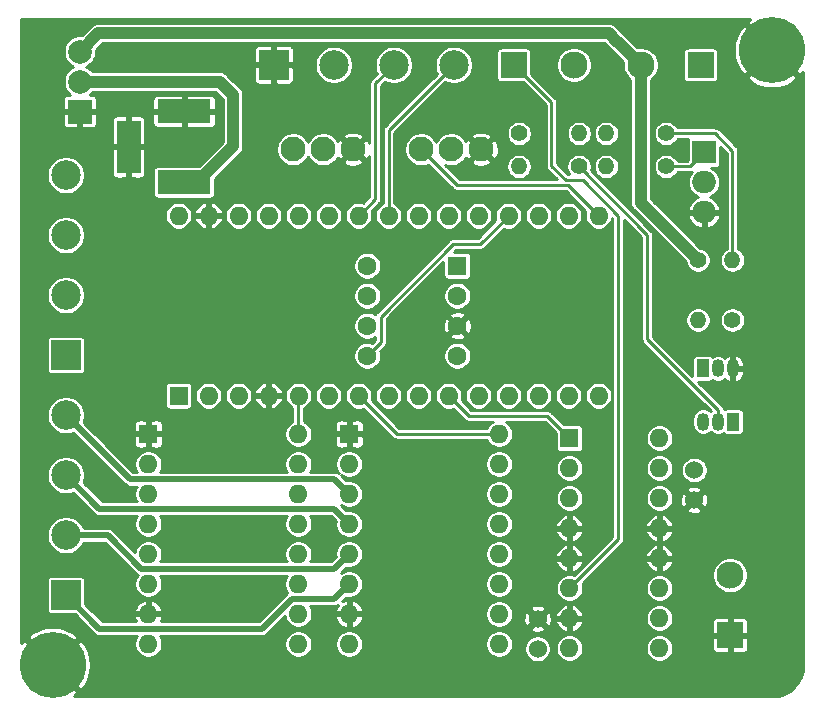
<source format=gbr>
%TF.GenerationSoftware,KiCad,Pcbnew,(5.1.9-0-10_14)*%
%TF.CreationDate,2021-04-17T23:10:34-04:00*%
%TF.ProjectId,BioreactorPCB,42696f72-6561-4637-946f-725043422e6b,rev?*%
%TF.SameCoordinates,Original*%
%TF.FileFunction,Copper,L2,Bot*%
%TF.FilePolarity,Positive*%
%FSLAX46Y46*%
G04 Gerber Fmt 4.6, Leading zero omitted, Abs format (unit mm)*
G04 Created by KiCad (PCBNEW (5.1.9-0-10_14)) date 2021-04-17 23:10:34*
%MOMM*%
%LPD*%
G01*
G04 APERTURE LIST*
%TA.AperFunction,ComponentPad*%
%ADD10O,1.600000X1.600000*%
%TD*%
%TA.AperFunction,ComponentPad*%
%ADD11R,1.600000X1.600000*%
%TD*%
%TA.AperFunction,ComponentPad*%
%ADD12C,5.600000*%
%TD*%
%TA.AperFunction,ComponentPad*%
%ADD13C,2.010000*%
%TD*%
%TA.AperFunction,ComponentPad*%
%ADD14R,2.010000X2.010000*%
%TD*%
%TA.AperFunction,ComponentPad*%
%ADD15O,1.400000X1.400000*%
%TD*%
%TA.AperFunction,ComponentPad*%
%ADD16C,1.400000*%
%TD*%
%TA.AperFunction,ComponentPad*%
%ADD17R,1.050000X1.500000*%
%TD*%
%TA.AperFunction,ComponentPad*%
%ADD18O,1.050000X1.500000*%
%TD*%
%TA.AperFunction,ComponentPad*%
%ADD19C,1.600000*%
%TD*%
%TA.AperFunction,ComponentPad*%
%ADD20O,2.000000X1.905000*%
%TD*%
%TA.AperFunction,ComponentPad*%
%ADD21R,2.000000X1.905000*%
%TD*%
%TA.AperFunction,ComponentPad*%
%ADD22C,2.500000*%
%TD*%
%TA.AperFunction,ComponentPad*%
%ADD23R,2.500000X2.500000*%
%TD*%
%TA.AperFunction,ComponentPad*%
%ADD24C,2.300000*%
%TD*%
%TA.AperFunction,ComponentPad*%
%ADD25R,2.200000X2.200000*%
%TD*%
%TA.AperFunction,ComponentPad*%
%ADD26R,4.500000X2.000000*%
%TD*%
%TA.AperFunction,ComponentPad*%
%ADD27R,2.000000X4.500000*%
%TD*%
%TA.AperFunction,ComponentPad*%
%ADD28C,2.100000*%
%TD*%
%TA.AperFunction,ComponentPad*%
%ADD29C,1.524000*%
%TD*%
%TA.AperFunction,Conductor*%
%ADD30C,0.250000*%
%TD*%
%TA.AperFunction,Conductor*%
%ADD31C,1.000000*%
%TD*%
%TA.AperFunction,Conductor*%
%ADD32C,0.500000*%
%TD*%
%TA.AperFunction,Conductor*%
%ADD33C,0.254000*%
%TD*%
%TA.AperFunction,Conductor*%
%ADD34C,0.100000*%
%TD*%
G04 APERTURE END LIST*
D10*
%TO.P,A2,16*%
%TO.N,TEMP_OUT*%
X115860000Y-74460000D03*
%TO.P,A2,15*%
%TO.N,Net-(A2-Pad15)*%
X115860000Y-89700000D03*
%TO.P,A2,30*%
%TO.N,+12V*%
X80300000Y-74460000D03*
%TO.P,A2,14*%
%TO.N,Net-(A2-Pad14)*%
X113320000Y-89700000D03*
%TO.P,A2,29*%
%TO.N,GND*%
X82840000Y-74460000D03*
%TO.P,A2,13*%
%TO.N,Net-(A2-Pad13)*%
X110780000Y-89700000D03*
%TO.P,A2,28*%
%TO.N,Net-(A2-Pad28)*%
X85380000Y-74460000D03*
%TO.P,A2,12*%
%TO.N,Net-(A2-Pad12)*%
X108240000Y-89700000D03*
%TO.P,A2,27*%
%TO.N,+5V*%
X87920000Y-74460000D03*
%TO.P,A2,11*%
%TO.N,Net-(A2-Pad11)*%
X105700000Y-89700000D03*
%TO.P,A2,26*%
%TO.N,Net-(A2-Pad26)*%
X90460000Y-74460000D03*
%TO.P,A2,10*%
%TO.N,Net-(A2-Pad10)*%
X103160000Y-89700000D03*
%TO.P,A2,25*%
%TO.N,Net-(A2-Pad25)*%
X93000000Y-74460000D03*
%TO.P,A2,9*%
%TO.N,Net-(A2-Pad9)*%
X100620000Y-89700000D03*
%TO.P,A2,24*%
%TO.N,Net-(A2-Pad24)*%
X95540000Y-74460000D03*
%TO.P,A2,8*%
%TO.N,Net-(A1-Pad15)*%
X98080000Y-89700000D03*
%TO.P,A2,23*%
%TO.N,Net-(A2-Pad23)*%
X98080000Y-74460000D03*
%TO.P,A2,7*%
%TO.N,Net-(A1-Pad16)*%
X95540000Y-89700000D03*
%TO.P,A2,22*%
%TO.N,Net-(A2-Pad22)*%
X100620000Y-74460000D03*
%TO.P,A2,6*%
%TO.N,Net-(A2-Pad6)*%
X93000000Y-89700000D03*
%TO.P,A2,21*%
%TO.N,Net-(A2-Pad21)*%
X103160000Y-74460000D03*
%TO.P,A2,5*%
%TO.N,Net-(A2-Pad5)*%
X90460000Y-89700000D03*
%TO.P,A2,20*%
%TO.N,PH_OUT*%
X105700000Y-74460000D03*
%TO.P,A2,4*%
%TO.N,GND*%
X87920000Y-89700000D03*
%TO.P,A2,19*%
%TO.N,PHOTO_OUT*%
X108240000Y-74460000D03*
%TO.P,A2,3*%
%TO.N,Net-(A2-Pad3)*%
X85380000Y-89700000D03*
%TO.P,A2,18*%
%TO.N,Net-(A2-Pad18)*%
X110780000Y-74460000D03*
%TO.P,A2,2*%
%TO.N,Net-(A2-Pad2)*%
X82840000Y-89700000D03*
%TO.P,A2,17*%
%TO.N,Net-(A2-Pad17)*%
X113320000Y-74460000D03*
D11*
%TO.P,A2,1*%
%TO.N,Net-(A2-Pad1)*%
X80300000Y-89700000D03*
%TD*%
D12*
%TO.P,REF\u002A\u002A,1*%
%TO.N,GND*%
X69650000Y-112500000D03*
%TD*%
D13*
%TO.P,Q3,3*%
%TO.N,+12V*%
X71950000Y-60570000D03*
%TO.P,Q3,2*%
%TO.N,Net-(J4-Pad1)*%
X71950000Y-63110000D03*
D14*
%TO.P,Q3,1*%
%TO.N,GND*%
X71950000Y-65650000D03*
%TD*%
D12*
%TO.P,REF\u002A\u002A,1*%
%TO.N,GND*%
X130550000Y-60450000D03*
%TD*%
D15*
%TO.P,R4,2*%
%TO.N,Net-(A2-Pad18)*%
X116520000Y-67500000D03*
D16*
%TO.P,R4,1*%
%TO.N,Net-(R4-Pad1)*%
X121600000Y-67500000D03*
%TD*%
D15*
%TO.P,R3,2*%
%TO.N,Net-(A2-Pad12)*%
X116520000Y-70300000D03*
D16*
%TO.P,R3,1*%
%TO.N,Net-(Q2-Pad1)*%
X121600000Y-70300000D03*
%TD*%
D15*
%TO.P,R2,2*%
%TO.N,Net-(A2-Pad9)*%
X109120000Y-70300000D03*
D16*
%TO.P,R2,1*%
%TO.N,Net-(Q1-Pad2)*%
X114200000Y-70300000D03*
%TD*%
D15*
%TO.P,R1,2*%
%TO.N,Net-(R1-Pad2)*%
X114230000Y-67500000D03*
D16*
%TO.P,R1,1*%
%TO.N,PHOTO_OUT*%
X109150000Y-67500000D03*
%TD*%
D15*
%TO.P,R6,2*%
%TO.N,Net-(R5-Pad1)*%
X124300000Y-83312000D03*
D16*
%TO.P,R6,1*%
%TO.N,+12V*%
X124300000Y-78232000D03*
%TD*%
D15*
%TO.P,R5,2*%
%TO.N,Net-(R4-Pad1)*%
X127200000Y-78220000D03*
D16*
%TO.P,R5,1*%
%TO.N,Net-(R5-Pad1)*%
X127200000Y-83300000D03*
%TD*%
D17*
%TO.P,U3,1*%
%TO.N,Net-(U3-Pad1)*%
X124700000Y-87400000D03*
D18*
%TO.P,U3,3*%
%TO.N,GND*%
X127240000Y-87400000D03*
%TO.P,U3,2*%
%TO.N,Net-(R5-Pad1)*%
X125970000Y-87400000D03*
%TD*%
D10*
%TO.P,U2,16*%
%TO.N,+5V*%
X121020000Y-93300000D03*
%TO.P,U2,8*%
%TO.N,+12V*%
X113400000Y-111080000D03*
%TO.P,U2,15*%
%TO.N,Net-(U2-Pad15)*%
X121020000Y-95840000D03*
%TO.P,U2,7*%
%TO.N,GND*%
X113400000Y-108540000D03*
%TO.P,U2,14*%
%TO.N,Net-(U2-Pad14)*%
X121020000Y-98380000D03*
%TO.P,U2,6*%
%TO.N,Net-(J5-Pad1)*%
X113400000Y-106000000D03*
%TO.P,U2,13*%
%TO.N,GND*%
X121020000Y-100920000D03*
%TO.P,U2,5*%
X113400000Y-103460000D03*
%TO.P,U2,12*%
X121020000Y-103460000D03*
%TO.P,U2,4*%
X113400000Y-100920000D03*
%TO.P,U2,11*%
%TO.N,Net-(U2-Pad11)*%
X121020000Y-106000000D03*
%TO.P,U2,3*%
%TO.N,Net-(J5-Pad2)*%
X113400000Y-98380000D03*
%TO.P,U2,10*%
%TO.N,Net-(U2-Pad10)*%
X121020000Y-108540000D03*
%TO.P,U2,2*%
%TO.N,Net-(A2-Pad11)*%
X113400000Y-95840000D03*
%TO.P,U2,9*%
%TO.N,Net-(U2-Pad9)*%
X121020000Y-111080000D03*
D11*
%TO.P,U2,1*%
%TO.N,Net-(A2-Pad10)*%
X113400000Y-93300000D03*
%TD*%
D19*
%TO.P,U1,8*%
%TO.N,Net-(U1-Pad8)*%
X96290000Y-78700000D03*
%TO.P,U1,7*%
%TO.N,Net-(U1-Pad7)*%
X96290000Y-81240000D03*
%TO.P,U1,6*%
%TO.N,Net-(U1-Pad6)*%
X96290000Y-83780000D03*
%TO.P,U1,5*%
%TO.N,PHOTO_OUT*%
X96290000Y-86320000D03*
%TO.P,U1,4*%
%TO.N,Net-(U1-Pad4)*%
X103910000Y-86320000D03*
%TO.P,U1,3*%
%TO.N,GND*%
X103910000Y-83780000D03*
%TO.P,U1,2*%
%TO.N,Net-(R1-Pad2)*%
X103910000Y-81240000D03*
D11*
%TO.P,U1,1*%
%TO.N,+5V*%
X103910000Y-78700000D03*
%TD*%
D20*
%TO.P,Q2,3*%
%TO.N,GND*%
X124800000Y-74180000D03*
%TO.P,Q2,2*%
%TO.N,Net-(J6-Pad1)*%
X124800000Y-71640000D03*
D21*
%TO.P,Q2,1*%
%TO.N,Net-(Q2-Pad1)*%
X124800000Y-69100000D03*
%TD*%
D17*
%TO.P,Q1,1*%
%TO.N,+5V*%
X127254000Y-91900000D03*
D18*
%TO.P,Q1,3*%
%TO.N,Net-(IC1-Pad1)*%
X124714000Y-91900000D03*
%TO.P,Q1,2*%
%TO.N,Net-(Q1-Pad2)*%
X125984000Y-91900000D03*
%TD*%
D22*
%TO.P,J9,4*%
%TO.N,Net-(A3-Pad3)*%
X70770000Y-71030000D03*
%TO.P,J9,3*%
%TO.N,Net-(A3-Pad4)*%
X70770000Y-76110000D03*
%TO.P,J9,2*%
%TO.N,Net-(A3-Pad5)*%
X70770000Y-81190000D03*
D23*
%TO.P,J9,1*%
%TO.N,Net-(A3-Pad6)*%
X70770000Y-86270000D03*
%TD*%
D22*
%TO.P,J8,4*%
%TO.N,Net-(A2-Pad23)*%
X103610000Y-61700000D03*
%TO.P,J8,3*%
%TO.N,Net-(A2-Pad24)*%
X98530000Y-61700000D03*
%TO.P,J8,2*%
%TO.N,+5V*%
X93450000Y-61700000D03*
D23*
%TO.P,J8,1*%
%TO.N,GND*%
X88370000Y-61700000D03*
%TD*%
D22*
%TO.P,J7,4*%
%TO.N,Net-(A1-Pad3)*%
X70770000Y-91360000D03*
%TO.P,J7,3*%
%TO.N,Net-(A1-Pad4)*%
X70770000Y-96440000D03*
%TO.P,J7,2*%
%TO.N,Net-(A1-Pad5)*%
X70770000Y-101520000D03*
D23*
%TO.P,J7,1*%
%TO.N,Net-(A1-Pad6)*%
X70770000Y-106600000D03*
%TD*%
D24*
%TO.P,J6,2*%
%TO.N,+12V*%
X119420000Y-61700000D03*
D25*
%TO.P,J6,1*%
%TO.N,Net-(J6-Pad1)*%
X124500000Y-61700000D03*
%TD*%
D24*
%TO.P,J5,2*%
%TO.N,Net-(J5-Pad2)*%
X113780000Y-61700000D03*
D25*
%TO.P,J5,1*%
%TO.N,Net-(J5-Pad1)*%
X108700000Y-61700000D03*
%TD*%
D26*
%TO.P,J4,2*%
%TO.N,GND*%
X80770000Y-65640000D03*
%TO.P,J4,1*%
%TO.N,Net-(J4-Pad1)*%
X80770000Y-71640000D03*
D27*
%TO.P,J4,3*%
%TO.N,GND*%
X76070000Y-68640000D03*
%TD*%
D24*
%TO.P,J3,2*%
%TO.N,Net-(IC1-Pad2)*%
X127000000Y-104902000D03*
D25*
%TO.P,J3,1*%
%TO.N,GND*%
X127000000Y-109982000D03*
%TD*%
D28*
%TO.P,J2,3*%
%TO.N,GND*%
X95090000Y-68850000D03*
%TO.P,J2,2*%
%TO.N,+5V*%
X92550000Y-68850000D03*
%TO.P,J2,1*%
%TO.N,PH_OUT*%
X90010000Y-68850000D03*
%TD*%
%TO.P,J1,3*%
%TO.N,GND*%
X105930000Y-68850000D03*
%TO.P,J1,2*%
%TO.N,+5V*%
X103390000Y-68850000D03*
%TO.P,J1,1*%
%TO.N,TEMP_OUT*%
X100850000Y-68850000D03*
%TD*%
D29*
%TO.P,C2,2*%
%TO.N,+12V*%
X110700000Y-111140000D03*
%TO.P,C2,1*%
%TO.N,GND*%
X110700000Y-108600000D03*
%TD*%
%TO.P,C1,2*%
%TO.N,GND*%
X123952000Y-98540000D03*
%TO.P,C1,1*%
%TO.N,+5V*%
X123952000Y-96000000D03*
%TD*%
D10*
%TO.P,A3,16*%
%TO.N,Net-(A2-Pad5)*%
X90450000Y-92950000D03*
%TO.P,A3,8*%
%TO.N,+12V*%
X77750000Y-110730000D03*
%TO.P,A3,15*%
%TO.N,Net-(A2-Pad6)*%
X90450000Y-95490000D03*
%TO.P,A3,7*%
%TO.N,GND*%
X77750000Y-108190000D03*
%TO.P,A3,14*%
%TO.N,Net-(A3-Pad14)*%
X90450000Y-98030000D03*
%TO.P,A3,6*%
%TO.N,Net-(A3-Pad6)*%
X77750000Y-105650000D03*
%TO.P,A3,13*%
%TO.N,Net-(A3-Pad13)*%
X90450000Y-100570000D03*
%TO.P,A3,5*%
%TO.N,Net-(A3-Pad5)*%
X77750000Y-103110000D03*
%TO.P,A3,12*%
%TO.N,Net-(A3-Pad12)*%
X90450000Y-103110000D03*
%TO.P,A3,4*%
%TO.N,Net-(A3-Pad4)*%
X77750000Y-100570000D03*
%TO.P,A3,11*%
%TO.N,Net-(A3-Pad11)*%
X90450000Y-105650000D03*
%TO.P,A3,3*%
%TO.N,Net-(A3-Pad3)*%
X77750000Y-98030000D03*
%TO.P,A3,10*%
%TO.N,Net-(A3-Pad10)*%
X90450000Y-108190000D03*
%TO.P,A3,2*%
%TO.N,+5V*%
X77750000Y-95490000D03*
%TO.P,A3,9*%
%TO.N,Net-(A3-Pad9)*%
X90450000Y-110730000D03*
D11*
%TO.P,A3,1*%
%TO.N,GND*%
X77750000Y-92950000D03*
%TD*%
D10*
%TO.P,A1,16*%
%TO.N,Net-(A1-Pad16)*%
X107450000Y-92950000D03*
%TO.P,A1,8*%
%TO.N,+12V*%
X94750000Y-110730000D03*
%TO.P,A1,15*%
%TO.N,Net-(A1-Pad15)*%
X107450000Y-95490000D03*
%TO.P,A1,7*%
%TO.N,GND*%
X94750000Y-108190000D03*
%TO.P,A1,14*%
%TO.N,Net-(A1-Pad14)*%
X107450000Y-98030000D03*
%TO.P,A1,6*%
%TO.N,Net-(A1-Pad6)*%
X94750000Y-105650000D03*
%TO.P,A1,13*%
%TO.N,Net-(A1-Pad13)*%
X107450000Y-100570000D03*
%TO.P,A1,5*%
%TO.N,Net-(A1-Pad5)*%
X94750000Y-103110000D03*
%TO.P,A1,12*%
%TO.N,Net-(A1-Pad12)*%
X107450000Y-103110000D03*
%TO.P,A1,4*%
%TO.N,Net-(A1-Pad4)*%
X94750000Y-100570000D03*
%TO.P,A1,11*%
%TO.N,Net-(A1-Pad11)*%
X107450000Y-105650000D03*
%TO.P,A1,3*%
%TO.N,Net-(A1-Pad3)*%
X94750000Y-98030000D03*
%TO.P,A1,10*%
%TO.N,Net-(A1-Pad10)*%
X107450000Y-108190000D03*
%TO.P,A1,2*%
%TO.N,+5V*%
X94750000Y-95490000D03*
%TO.P,A1,9*%
%TO.N,Net-(A1-Pad9)*%
X107450000Y-110730000D03*
D11*
%TO.P,A1,1*%
%TO.N,GND*%
X94750000Y-92950000D03*
%TD*%
D30*
%TO.N,Net-(A1-Pad16)*%
X98790000Y-92950000D02*
X107450000Y-92950000D01*
X95540000Y-89700000D02*
X98790000Y-92950000D01*
D31*
%TO.N,+12V*%
X73510000Y-59010000D02*
X71950000Y-60570000D01*
X117459999Y-59749999D02*
X116720000Y-59010000D01*
X117469999Y-59749999D02*
X117459999Y-59749999D01*
X116720000Y-59010000D02*
X73510000Y-59010000D01*
X119420000Y-61700000D02*
X117469999Y-59749999D01*
X119420000Y-73352000D02*
X119996500Y-73928500D01*
X119420000Y-61700000D02*
X119420000Y-73352000D01*
X124300000Y-78232000D02*
X119996500Y-73928500D01*
D32*
%TO.N,Net-(A1-Pad6)*%
X94700000Y-106090002D02*
X94700000Y-106000000D01*
X73610001Y-109440001D02*
X70770000Y-106600000D01*
X87349997Y-109440001D02*
X73610001Y-109440001D01*
X89889997Y-106900001D02*
X87349997Y-109440001D01*
X93499999Y-106900001D02*
X89889997Y-106900001D01*
X94750000Y-105650000D02*
X93499999Y-106900001D01*
%TO.N,Net-(A1-Pad5)*%
X93490000Y-104370000D02*
X94750000Y-103110000D01*
X74309998Y-101520000D02*
X70770000Y-101520000D01*
X77159998Y-104370000D02*
X74309998Y-101520000D01*
X93490000Y-104370000D02*
X77159998Y-104370000D01*
%TO.N,Net-(A1-Pad4)*%
X82319999Y-99280001D02*
X93460001Y-99280001D01*
X93460001Y-99280001D02*
X94750000Y-100570000D01*
X82310000Y-99290000D02*
X82319999Y-99280001D01*
X73610001Y-99280001D02*
X70770000Y-96440000D01*
X78340000Y-99290000D02*
X78330001Y-99280001D01*
X78330001Y-99280001D02*
X73610001Y-99280001D01*
X82310000Y-99290000D02*
X78340000Y-99290000D01*
%TO.N,Net-(A1-Pad3)*%
X94700000Y-98289998D02*
X94700000Y-98380000D01*
X76189999Y-96779999D02*
X73649999Y-94239999D01*
X73649999Y-94239999D02*
X70770000Y-91360000D01*
X93499999Y-96779999D02*
X76189999Y-96779999D01*
X94750000Y-98030000D02*
X93499999Y-96779999D01*
D30*
%TO.N,TEMP_OUT*%
X100850000Y-68850000D02*
X103900000Y-71900000D01*
X113300000Y-71900000D02*
X115860000Y-74460000D01*
X103900000Y-71900000D02*
X113300000Y-71900000D01*
%TO.N,Net-(A2-Pad10)*%
X103160000Y-89700000D02*
X104860000Y-91400000D01*
X111500000Y-91400000D02*
X113400000Y-93300000D01*
X104860000Y-91400000D02*
X111500000Y-91400000D01*
%TO.N,Net-(A2-Pad24)*%
X96970000Y-73030000D02*
X96970000Y-63260000D01*
X96970000Y-63260000D02*
X98530000Y-61700000D01*
X95540000Y-74460000D02*
X96970000Y-73030000D01*
%TO.N,Net-(A2-Pad23)*%
X103610000Y-61700000D02*
X99474999Y-65835001D01*
X98080000Y-67230000D02*
X99474999Y-65835001D01*
X98080000Y-74460000D02*
X98080000Y-67230000D01*
%TO.N,Net-(A2-Pad5)*%
X90400000Y-89760000D02*
X90460000Y-89700000D01*
X90400000Y-93300000D02*
X90400000Y-89760000D01*
%TO.N,PHOTO_OUT*%
X97415001Y-85194999D02*
X97415001Y-83009997D01*
X97415001Y-83009997D02*
X103574998Y-76850000D01*
X96290000Y-86320000D02*
X97415001Y-85194999D01*
X105850000Y-76850000D02*
X108240000Y-74460000D01*
X103574998Y-76850000D02*
X105850000Y-76850000D01*
%TO.N,Net-(A2-Pad18)*%
X110817002Y-74422998D02*
X110780000Y-74460000D01*
%TO.N,Net-(J5-Pad1)*%
X108124999Y-62275001D02*
X108700000Y-61700000D01*
X111875000Y-64875000D02*
X108700000Y-61700000D01*
X113400000Y-106000000D02*
X117545001Y-101854999D01*
X117545001Y-74479999D02*
X117545001Y-101854999D01*
X113074990Y-71449990D02*
X114514992Y-71449990D01*
X111875000Y-70250000D02*
X113074990Y-71449990D01*
X114514992Y-71449990D02*
X117545001Y-74479999D01*
X111875000Y-64875000D02*
X111875000Y-70250000D01*
%TO.N,Net-(Q1-Pad2)*%
X125984000Y-90900000D02*
X120000000Y-84916000D01*
X125984000Y-91900000D02*
X125984000Y-90900000D01*
X120000000Y-76100000D02*
X114200000Y-70300000D01*
X120000000Y-84916000D02*
X120000000Y-76100000D01*
%TO.N,Net-(Q2-Pad1)*%
X123600000Y-70300000D02*
X124800000Y-69100000D01*
X121600000Y-70300000D02*
X123600000Y-70300000D01*
%TO.N,Net-(R4-Pad1)*%
X127200000Y-68962498D02*
X127200000Y-78220000D01*
X125737502Y-67500000D02*
X127200000Y-68962498D01*
X121600000Y-67500000D02*
X125737502Y-67500000D01*
D31*
%TO.N,Net-(J4-Pad1)*%
X80770000Y-71640000D02*
X79440000Y-71640000D01*
X80770000Y-71640000D02*
X81885000Y-71640000D01*
X81885000Y-71640000D02*
X84925000Y-68600000D01*
X84925000Y-68600000D02*
X84925000Y-64250000D01*
X83785000Y-63110000D02*
X84925000Y-64250000D01*
X71950000Y-63110000D02*
X83785000Y-63110000D01*
%TD*%
D33*
%TO.N,GND*%
X128424231Y-58144626D02*
X130550000Y-60270395D01*
X130564143Y-60256253D01*
X130743748Y-60435858D01*
X130729605Y-60450000D01*
X132855374Y-62575769D01*
X133198001Y-62291542D01*
X133198000Y-112530343D01*
X133146631Y-113054243D01*
X133000187Y-113539288D01*
X132762324Y-113986646D01*
X132442096Y-114379282D01*
X132051706Y-114702241D01*
X131606018Y-114943223D01*
X131122013Y-115093048D01*
X130599180Y-115148000D01*
X71491543Y-115148000D01*
X71775769Y-114805374D01*
X69650000Y-112679605D01*
X69635858Y-112693748D01*
X69456253Y-112514143D01*
X69470395Y-112500000D01*
X69829605Y-112500000D01*
X71955374Y-114625769D01*
X72345966Y-114301753D01*
X72645668Y-113741176D01*
X72830248Y-113132902D01*
X72892614Y-112500305D01*
X72830368Y-111867697D01*
X72645902Y-111259388D01*
X72346305Y-110698754D01*
X72345966Y-110698247D01*
X71955374Y-110374231D01*
X69829605Y-112500000D01*
X69470395Y-112500000D01*
X67344626Y-110374231D01*
X67002000Y-110658457D01*
X67002000Y-110194626D01*
X67524231Y-110194626D01*
X69650000Y-112320395D01*
X71775769Y-110194626D01*
X71451753Y-109804034D01*
X70891176Y-109504332D01*
X70282902Y-109319752D01*
X69650305Y-109257386D01*
X69017697Y-109319632D01*
X68409388Y-109504098D01*
X67848754Y-109803695D01*
X67848247Y-109804034D01*
X67524231Y-110194626D01*
X67002000Y-110194626D01*
X67002000Y-105350000D01*
X69141176Y-105350000D01*
X69141176Y-107850000D01*
X69148455Y-107923905D01*
X69170012Y-107994970D01*
X69205019Y-108060463D01*
X69252131Y-108117869D01*
X69309537Y-108164981D01*
X69375030Y-108199988D01*
X69446095Y-108221545D01*
X69520000Y-108228824D01*
X71512113Y-108228824D01*
X73144867Y-109861579D01*
X73164500Y-109885502D01*
X73259973Y-109963854D01*
X73368898Y-110022076D01*
X73443715Y-110044771D01*
X73487088Y-110057928D01*
X73610001Y-110070034D01*
X73640795Y-110067001D01*
X76777435Y-110067001D01*
X76706956Y-110172481D01*
X76618231Y-110386682D01*
X76573000Y-110614076D01*
X76573000Y-110845924D01*
X76618231Y-111073318D01*
X76706956Y-111287519D01*
X76835764Y-111480294D01*
X76999706Y-111644236D01*
X77192481Y-111773044D01*
X77406682Y-111861769D01*
X77634076Y-111907000D01*
X77865924Y-111907000D01*
X78093318Y-111861769D01*
X78307519Y-111773044D01*
X78500294Y-111644236D01*
X78664236Y-111480294D01*
X78793044Y-111287519D01*
X78881769Y-111073318D01*
X78927000Y-110845924D01*
X78927000Y-110614076D01*
X89273000Y-110614076D01*
X89273000Y-110845924D01*
X89318231Y-111073318D01*
X89406956Y-111287519D01*
X89535764Y-111480294D01*
X89699706Y-111644236D01*
X89892481Y-111773044D01*
X90106682Y-111861769D01*
X90334076Y-111907000D01*
X90565924Y-111907000D01*
X90793318Y-111861769D01*
X91007519Y-111773044D01*
X91200294Y-111644236D01*
X91364236Y-111480294D01*
X91493044Y-111287519D01*
X91581769Y-111073318D01*
X91627000Y-110845924D01*
X91627000Y-110614076D01*
X93573000Y-110614076D01*
X93573000Y-110845924D01*
X93618231Y-111073318D01*
X93706956Y-111287519D01*
X93835764Y-111480294D01*
X93999706Y-111644236D01*
X94192481Y-111773044D01*
X94406682Y-111861769D01*
X94634076Y-111907000D01*
X94865924Y-111907000D01*
X95093318Y-111861769D01*
X95307519Y-111773044D01*
X95500294Y-111644236D01*
X95664236Y-111480294D01*
X95793044Y-111287519D01*
X95881769Y-111073318D01*
X95927000Y-110845924D01*
X95927000Y-110614076D01*
X106273000Y-110614076D01*
X106273000Y-110845924D01*
X106318231Y-111073318D01*
X106406956Y-111287519D01*
X106535764Y-111480294D01*
X106699706Y-111644236D01*
X106892481Y-111773044D01*
X107106682Y-111861769D01*
X107334076Y-111907000D01*
X107565924Y-111907000D01*
X107793318Y-111861769D01*
X108007519Y-111773044D01*
X108200294Y-111644236D01*
X108364236Y-111480294D01*
X108493044Y-111287519D01*
X108581769Y-111073318D01*
X108590819Y-111027818D01*
X109561000Y-111027818D01*
X109561000Y-111252182D01*
X109604771Y-111472234D01*
X109690631Y-111679519D01*
X109815281Y-111866070D01*
X109973930Y-112024719D01*
X110160481Y-112149369D01*
X110367766Y-112235229D01*
X110587818Y-112279000D01*
X110812182Y-112279000D01*
X111032234Y-112235229D01*
X111239519Y-112149369D01*
X111426070Y-112024719D01*
X111584719Y-111866070D01*
X111709369Y-111679519D01*
X111795229Y-111472234D01*
X111839000Y-111252182D01*
X111839000Y-111027818D01*
X111826321Y-110964076D01*
X112223000Y-110964076D01*
X112223000Y-111195924D01*
X112268231Y-111423318D01*
X112356956Y-111637519D01*
X112485764Y-111830294D01*
X112649706Y-111994236D01*
X112842481Y-112123044D01*
X113056682Y-112211769D01*
X113284076Y-112257000D01*
X113515924Y-112257000D01*
X113743318Y-112211769D01*
X113957519Y-112123044D01*
X114150294Y-111994236D01*
X114314236Y-111830294D01*
X114443044Y-111637519D01*
X114531769Y-111423318D01*
X114577000Y-111195924D01*
X114577000Y-110964076D01*
X119843000Y-110964076D01*
X119843000Y-111195924D01*
X119888231Y-111423318D01*
X119976956Y-111637519D01*
X120105764Y-111830294D01*
X120269706Y-111994236D01*
X120462481Y-112123044D01*
X120676682Y-112211769D01*
X120904076Y-112257000D01*
X121135924Y-112257000D01*
X121363318Y-112211769D01*
X121577519Y-112123044D01*
X121770294Y-111994236D01*
X121934236Y-111830294D01*
X122063044Y-111637519D01*
X122151769Y-111423318D01*
X122197000Y-111195924D01*
X122197000Y-111082000D01*
X125470934Y-111082000D01*
X125479178Y-111165707D01*
X125503595Y-111246196D01*
X125543245Y-111320376D01*
X125596605Y-111385395D01*
X125661624Y-111438755D01*
X125735804Y-111478405D01*
X125816293Y-111502822D01*
X125900000Y-111511066D01*
X126766250Y-111509000D01*
X126873000Y-111402250D01*
X126873000Y-110109000D01*
X127127000Y-110109000D01*
X127127000Y-111402250D01*
X127233750Y-111509000D01*
X128100000Y-111511066D01*
X128183707Y-111502822D01*
X128264196Y-111478405D01*
X128338376Y-111438755D01*
X128403395Y-111385395D01*
X128456755Y-111320376D01*
X128496405Y-111246196D01*
X128520822Y-111165707D01*
X128529066Y-111082000D01*
X128527000Y-110215750D01*
X128420250Y-110109000D01*
X127127000Y-110109000D01*
X126873000Y-110109000D01*
X125579750Y-110109000D01*
X125473000Y-110215750D01*
X125470934Y-111082000D01*
X122197000Y-111082000D01*
X122197000Y-110964076D01*
X122151769Y-110736682D01*
X122063044Y-110522481D01*
X121934236Y-110329706D01*
X121770294Y-110165764D01*
X121577519Y-110036956D01*
X121363318Y-109948231D01*
X121135924Y-109903000D01*
X120904076Y-109903000D01*
X120676682Y-109948231D01*
X120462481Y-110036956D01*
X120269706Y-110165764D01*
X120105764Y-110329706D01*
X119976956Y-110522481D01*
X119888231Y-110736682D01*
X119843000Y-110964076D01*
X114577000Y-110964076D01*
X114531769Y-110736682D01*
X114443044Y-110522481D01*
X114314236Y-110329706D01*
X114150294Y-110165764D01*
X113957519Y-110036956D01*
X113743318Y-109948231D01*
X113515924Y-109903000D01*
X113284076Y-109903000D01*
X113056682Y-109948231D01*
X112842481Y-110036956D01*
X112649706Y-110165764D01*
X112485764Y-110329706D01*
X112356956Y-110522481D01*
X112268231Y-110736682D01*
X112223000Y-110964076D01*
X111826321Y-110964076D01*
X111795229Y-110807766D01*
X111709369Y-110600481D01*
X111584719Y-110413930D01*
X111426070Y-110255281D01*
X111239519Y-110130631D01*
X111032234Y-110044771D01*
X110812182Y-110001000D01*
X110587818Y-110001000D01*
X110367766Y-110044771D01*
X110160481Y-110130631D01*
X109973930Y-110255281D01*
X109815281Y-110413930D01*
X109690631Y-110600481D01*
X109604771Y-110807766D01*
X109561000Y-111027818D01*
X108590819Y-111027818D01*
X108627000Y-110845924D01*
X108627000Y-110614076D01*
X108581769Y-110386682D01*
X108493044Y-110172481D01*
X108364236Y-109979706D01*
X108200294Y-109815764D01*
X108007519Y-109686956D01*
X107793318Y-109598231D01*
X107565924Y-109553000D01*
X107334076Y-109553000D01*
X107106682Y-109598231D01*
X106892481Y-109686956D01*
X106699706Y-109815764D01*
X106535764Y-109979706D01*
X106406956Y-110172481D01*
X106318231Y-110386682D01*
X106273000Y-110614076D01*
X95927000Y-110614076D01*
X95881769Y-110386682D01*
X95793044Y-110172481D01*
X95664236Y-109979706D01*
X95500294Y-109815764D01*
X95307519Y-109686956D01*
X95093318Y-109598231D01*
X94865924Y-109553000D01*
X94634076Y-109553000D01*
X94406682Y-109598231D01*
X94192481Y-109686956D01*
X93999706Y-109815764D01*
X93835764Y-109979706D01*
X93706956Y-110172481D01*
X93618231Y-110386682D01*
X93573000Y-110614076D01*
X91627000Y-110614076D01*
X91581769Y-110386682D01*
X91493044Y-110172481D01*
X91364236Y-109979706D01*
X91200294Y-109815764D01*
X91007519Y-109686956D01*
X90793318Y-109598231D01*
X90565924Y-109553000D01*
X90334076Y-109553000D01*
X90106682Y-109598231D01*
X89892481Y-109686956D01*
X89699706Y-109815764D01*
X89535764Y-109979706D01*
X89406956Y-110172481D01*
X89318231Y-110386682D01*
X89273000Y-110614076D01*
X78927000Y-110614076D01*
X78881769Y-110386682D01*
X78793044Y-110172481D01*
X78722565Y-110067001D01*
X87319203Y-110067001D01*
X87349997Y-110070034D01*
X87380791Y-110067001D01*
X87472910Y-110057928D01*
X87591100Y-110022076D01*
X87700025Y-109963854D01*
X87795498Y-109885502D01*
X87815135Y-109861574D01*
X88222832Y-109453877D01*
X110025728Y-109453877D01*
X110104465Y-109635748D01*
X110317973Y-109732030D01*
X110546162Y-109784808D01*
X110780262Y-109792055D01*
X111011279Y-109753491D01*
X111230333Y-109670599D01*
X111295535Y-109635748D01*
X111374272Y-109453877D01*
X110700000Y-108779605D01*
X110025728Y-109453877D01*
X88222832Y-109453877D01*
X89289224Y-108387486D01*
X89318231Y-108533318D01*
X89406956Y-108747519D01*
X89535764Y-108940294D01*
X89699706Y-109104236D01*
X89892481Y-109233044D01*
X90106682Y-109321769D01*
X90334076Y-109367000D01*
X90565924Y-109367000D01*
X90793318Y-109321769D01*
X91007519Y-109233044D01*
X91200294Y-109104236D01*
X91364236Y-108940294D01*
X91493044Y-108747519D01*
X91581769Y-108533318D01*
X91587133Y-108506351D01*
X93564482Y-108506351D01*
X93588518Y-108585605D01*
X93688014Y-108804597D01*
X93828322Y-108999971D01*
X94004049Y-109164218D01*
X94208443Y-109291026D01*
X94433648Y-109375523D01*
X94623000Y-109303666D01*
X94623000Y-108317000D01*
X94877000Y-108317000D01*
X94877000Y-109303666D01*
X95066352Y-109375523D01*
X95291557Y-109291026D01*
X95495951Y-109164218D01*
X95671678Y-108999971D01*
X95811986Y-108804597D01*
X95911482Y-108585605D01*
X95935518Y-108506351D01*
X95863028Y-108317000D01*
X94877000Y-108317000D01*
X94623000Y-108317000D01*
X93636972Y-108317000D01*
X93564482Y-108506351D01*
X91587133Y-108506351D01*
X91627000Y-108305924D01*
X91627000Y-108074076D01*
X106273000Y-108074076D01*
X106273000Y-108305924D01*
X106318231Y-108533318D01*
X106406956Y-108747519D01*
X106535764Y-108940294D01*
X106699706Y-109104236D01*
X106892481Y-109233044D01*
X107106682Y-109321769D01*
X107334076Y-109367000D01*
X107565924Y-109367000D01*
X107793318Y-109321769D01*
X108007519Y-109233044D01*
X108200294Y-109104236D01*
X108364236Y-108940294D01*
X108493044Y-108747519D01*
X108520902Y-108680262D01*
X109507945Y-108680262D01*
X109546509Y-108911279D01*
X109629401Y-109130333D01*
X109664252Y-109195535D01*
X109846123Y-109274272D01*
X110520395Y-108600000D01*
X110879605Y-108600000D01*
X111553877Y-109274272D01*
X111735748Y-109195535D01*
X111832030Y-108982027D01*
X111861097Y-108856351D01*
X112214482Y-108856351D01*
X112238518Y-108935605D01*
X112338014Y-109154597D01*
X112478322Y-109349971D01*
X112654049Y-109514218D01*
X112858443Y-109641026D01*
X113083648Y-109725523D01*
X113273000Y-109653666D01*
X113273000Y-108667000D01*
X113527000Y-108667000D01*
X113527000Y-109653666D01*
X113716352Y-109725523D01*
X113941557Y-109641026D01*
X114145951Y-109514218D01*
X114321678Y-109349971D01*
X114461986Y-109154597D01*
X114561482Y-108935605D01*
X114585518Y-108856351D01*
X114513028Y-108667000D01*
X113527000Y-108667000D01*
X113273000Y-108667000D01*
X112286972Y-108667000D01*
X112214482Y-108856351D01*
X111861097Y-108856351D01*
X111884808Y-108753838D01*
X111892055Y-108519738D01*
X111876087Y-108424076D01*
X119843000Y-108424076D01*
X119843000Y-108655924D01*
X119888231Y-108883318D01*
X119976956Y-109097519D01*
X120105764Y-109290294D01*
X120269706Y-109454236D01*
X120462481Y-109583044D01*
X120676682Y-109671769D01*
X120904076Y-109717000D01*
X121135924Y-109717000D01*
X121363318Y-109671769D01*
X121577519Y-109583044D01*
X121770294Y-109454236D01*
X121934236Y-109290294D01*
X122063044Y-109097519D01*
X122151769Y-108883318D01*
X122152031Y-108882000D01*
X125470934Y-108882000D01*
X125473000Y-109748250D01*
X125579750Y-109855000D01*
X126873000Y-109855000D01*
X126873000Y-108561750D01*
X127127000Y-108561750D01*
X127127000Y-109855000D01*
X128420250Y-109855000D01*
X128527000Y-109748250D01*
X128529066Y-108882000D01*
X128520822Y-108798293D01*
X128496405Y-108717804D01*
X128456755Y-108643624D01*
X128403395Y-108578605D01*
X128338376Y-108525245D01*
X128264196Y-108485595D01*
X128183707Y-108461178D01*
X128100000Y-108452934D01*
X127233750Y-108455000D01*
X127127000Y-108561750D01*
X126873000Y-108561750D01*
X126766250Y-108455000D01*
X125900000Y-108452934D01*
X125816293Y-108461178D01*
X125735804Y-108485595D01*
X125661624Y-108525245D01*
X125596605Y-108578605D01*
X125543245Y-108643624D01*
X125503595Y-108717804D01*
X125479178Y-108798293D01*
X125470934Y-108882000D01*
X122152031Y-108882000D01*
X122197000Y-108655924D01*
X122197000Y-108424076D01*
X122151769Y-108196682D01*
X122063044Y-107982481D01*
X121934236Y-107789706D01*
X121770294Y-107625764D01*
X121577519Y-107496956D01*
X121363318Y-107408231D01*
X121135924Y-107363000D01*
X120904076Y-107363000D01*
X120676682Y-107408231D01*
X120462481Y-107496956D01*
X120269706Y-107625764D01*
X120105764Y-107789706D01*
X119976956Y-107982481D01*
X119888231Y-108196682D01*
X119843000Y-108424076D01*
X111876087Y-108424076D01*
X111853491Y-108288721D01*
X111828868Y-108223649D01*
X112214482Y-108223649D01*
X112286972Y-108413000D01*
X113273000Y-108413000D01*
X113273000Y-107426334D01*
X113527000Y-107426334D01*
X113527000Y-108413000D01*
X114513028Y-108413000D01*
X114585518Y-108223649D01*
X114561482Y-108144395D01*
X114461986Y-107925403D01*
X114321678Y-107730029D01*
X114145951Y-107565782D01*
X113941557Y-107438974D01*
X113716352Y-107354477D01*
X113527000Y-107426334D01*
X113273000Y-107426334D01*
X113083648Y-107354477D01*
X112858443Y-107438974D01*
X112654049Y-107565782D01*
X112478322Y-107730029D01*
X112338014Y-107925403D01*
X112238518Y-108144395D01*
X112214482Y-108223649D01*
X111828868Y-108223649D01*
X111770599Y-108069667D01*
X111735748Y-108004465D01*
X111553877Y-107925728D01*
X110879605Y-108600000D01*
X110520395Y-108600000D01*
X109846123Y-107925728D01*
X109664252Y-108004465D01*
X109567970Y-108217973D01*
X109515192Y-108446162D01*
X109507945Y-108680262D01*
X108520902Y-108680262D01*
X108581769Y-108533318D01*
X108627000Y-108305924D01*
X108627000Y-108074076D01*
X108581769Y-107846682D01*
X108540117Y-107746123D01*
X110025728Y-107746123D01*
X110700000Y-108420395D01*
X111374272Y-107746123D01*
X111295535Y-107564252D01*
X111082027Y-107467970D01*
X110853838Y-107415192D01*
X110619738Y-107407945D01*
X110388721Y-107446509D01*
X110169667Y-107529401D01*
X110104465Y-107564252D01*
X110025728Y-107746123D01*
X108540117Y-107746123D01*
X108493044Y-107632481D01*
X108364236Y-107439706D01*
X108200294Y-107275764D01*
X108007519Y-107146956D01*
X107793318Y-107058231D01*
X107565924Y-107013000D01*
X107334076Y-107013000D01*
X107106682Y-107058231D01*
X106892481Y-107146956D01*
X106699706Y-107275764D01*
X106535764Y-107439706D01*
X106406956Y-107632481D01*
X106318231Y-107846682D01*
X106273000Y-108074076D01*
X91627000Y-108074076D01*
X91581769Y-107846682D01*
X91493044Y-107632481D01*
X91422565Y-107527001D01*
X93469205Y-107527001D01*
X93499999Y-107530034D01*
X93530793Y-107527001D01*
X93622912Y-107517928D01*
X93741102Y-107482076D01*
X93763718Y-107469987D01*
X93688014Y-107575403D01*
X93588518Y-107794395D01*
X93564482Y-107873649D01*
X93636972Y-108063000D01*
X94623000Y-108063000D01*
X94623000Y-107076334D01*
X94877000Y-107076334D01*
X94877000Y-108063000D01*
X95863028Y-108063000D01*
X95935518Y-107873649D01*
X95911482Y-107794395D01*
X95811986Y-107575403D01*
X95671678Y-107380029D01*
X95495951Y-107215782D01*
X95291557Y-107088974D01*
X95066352Y-107004477D01*
X94877000Y-107076334D01*
X94623000Y-107076334D01*
X94433648Y-107004477D01*
X94208443Y-107088974D01*
X94180239Y-107106472D01*
X94488640Y-106798071D01*
X94634076Y-106827000D01*
X94865924Y-106827000D01*
X95093318Y-106781769D01*
X95307519Y-106693044D01*
X95500294Y-106564236D01*
X95664236Y-106400294D01*
X95793044Y-106207519D01*
X95881769Y-105993318D01*
X95927000Y-105765924D01*
X95927000Y-105534076D01*
X106273000Y-105534076D01*
X106273000Y-105765924D01*
X106318231Y-105993318D01*
X106406956Y-106207519D01*
X106535764Y-106400294D01*
X106699706Y-106564236D01*
X106892481Y-106693044D01*
X107106682Y-106781769D01*
X107334076Y-106827000D01*
X107565924Y-106827000D01*
X107793318Y-106781769D01*
X108007519Y-106693044D01*
X108200294Y-106564236D01*
X108364236Y-106400294D01*
X108493044Y-106207519D01*
X108581769Y-105993318D01*
X108627000Y-105765924D01*
X108627000Y-105534076D01*
X108581769Y-105306682D01*
X108493044Y-105092481D01*
X108364236Y-104899706D01*
X108200294Y-104735764D01*
X108007519Y-104606956D01*
X107793318Y-104518231D01*
X107565924Y-104473000D01*
X107334076Y-104473000D01*
X107106682Y-104518231D01*
X106892481Y-104606956D01*
X106699706Y-104735764D01*
X106535764Y-104899706D01*
X106406956Y-105092481D01*
X106318231Y-105306682D01*
X106273000Y-105534076D01*
X95927000Y-105534076D01*
X95881769Y-105306682D01*
X95793044Y-105092481D01*
X95664236Y-104899706D01*
X95500294Y-104735764D01*
X95307519Y-104606956D01*
X95093318Y-104518231D01*
X94865924Y-104473000D01*
X94634076Y-104473000D01*
X94406682Y-104518231D01*
X94192481Y-104606956D01*
X94033583Y-104713128D01*
X94488640Y-104258071D01*
X94634076Y-104287000D01*
X94865924Y-104287000D01*
X95093318Y-104241769D01*
X95307519Y-104153044D01*
X95500294Y-104024236D01*
X95664236Y-103860294D01*
X95793044Y-103667519D01*
X95881769Y-103453318D01*
X95927000Y-103225924D01*
X95927000Y-102994076D01*
X106273000Y-102994076D01*
X106273000Y-103225924D01*
X106318231Y-103453318D01*
X106406956Y-103667519D01*
X106535764Y-103860294D01*
X106699706Y-104024236D01*
X106892481Y-104153044D01*
X107106682Y-104241769D01*
X107334076Y-104287000D01*
X107565924Y-104287000D01*
X107793318Y-104241769D01*
X108007519Y-104153044D01*
X108200294Y-104024236D01*
X108364236Y-103860294D01*
X108420324Y-103776351D01*
X112214482Y-103776351D01*
X112238518Y-103855605D01*
X112338014Y-104074597D01*
X112478322Y-104269971D01*
X112654049Y-104434218D01*
X112858443Y-104561026D01*
X113083648Y-104645523D01*
X113273000Y-104573666D01*
X113273000Y-103587000D01*
X113527000Y-103587000D01*
X113527000Y-104573666D01*
X113716352Y-104645523D01*
X113941557Y-104561026D01*
X114145951Y-104434218D01*
X114321678Y-104269971D01*
X114461986Y-104074597D01*
X114561482Y-103855605D01*
X114585518Y-103776351D01*
X114513028Y-103587000D01*
X113527000Y-103587000D01*
X113273000Y-103587000D01*
X112286972Y-103587000D01*
X112214482Y-103776351D01*
X108420324Y-103776351D01*
X108493044Y-103667519D01*
X108581769Y-103453318D01*
X108627000Y-103225924D01*
X108627000Y-103143649D01*
X112214482Y-103143649D01*
X112286972Y-103333000D01*
X113273000Y-103333000D01*
X113273000Y-102346334D01*
X113527000Y-102346334D01*
X113527000Y-103333000D01*
X114513028Y-103333000D01*
X114585518Y-103143649D01*
X114561482Y-103064395D01*
X114461986Y-102845403D01*
X114321678Y-102650029D01*
X114145951Y-102485782D01*
X113941557Y-102358974D01*
X113716352Y-102274477D01*
X113527000Y-102346334D01*
X113273000Y-102346334D01*
X113083648Y-102274477D01*
X112858443Y-102358974D01*
X112654049Y-102485782D01*
X112478322Y-102650029D01*
X112338014Y-102845403D01*
X112238518Y-103064395D01*
X112214482Y-103143649D01*
X108627000Y-103143649D01*
X108627000Y-102994076D01*
X108581769Y-102766682D01*
X108493044Y-102552481D01*
X108364236Y-102359706D01*
X108200294Y-102195764D01*
X108007519Y-102066956D01*
X107793318Y-101978231D01*
X107565924Y-101933000D01*
X107334076Y-101933000D01*
X107106682Y-101978231D01*
X106892481Y-102066956D01*
X106699706Y-102195764D01*
X106535764Y-102359706D01*
X106406956Y-102552481D01*
X106318231Y-102766682D01*
X106273000Y-102994076D01*
X95927000Y-102994076D01*
X95881769Y-102766682D01*
X95793044Y-102552481D01*
X95664236Y-102359706D01*
X95500294Y-102195764D01*
X95307519Y-102066956D01*
X95093318Y-101978231D01*
X94865924Y-101933000D01*
X94634076Y-101933000D01*
X94406682Y-101978231D01*
X94192481Y-102066956D01*
X93999706Y-102195764D01*
X93835764Y-102359706D01*
X93706956Y-102552481D01*
X93618231Y-102766682D01*
X93573000Y-102994076D01*
X93573000Y-103225924D01*
X93601929Y-103371360D01*
X93230289Y-103743000D01*
X91442609Y-103743000D01*
X91493044Y-103667519D01*
X91581769Y-103453318D01*
X91627000Y-103225924D01*
X91627000Y-102994076D01*
X91581769Y-102766682D01*
X91493044Y-102552481D01*
X91364236Y-102359706D01*
X91200294Y-102195764D01*
X91007519Y-102066956D01*
X90793318Y-101978231D01*
X90565924Y-101933000D01*
X90334076Y-101933000D01*
X90106682Y-101978231D01*
X89892481Y-102066956D01*
X89699706Y-102195764D01*
X89535764Y-102359706D01*
X89406956Y-102552481D01*
X89318231Y-102766682D01*
X89273000Y-102994076D01*
X89273000Y-103225924D01*
X89318231Y-103453318D01*
X89406956Y-103667519D01*
X89457391Y-103743000D01*
X78742609Y-103743000D01*
X78793044Y-103667519D01*
X78881769Y-103453318D01*
X78927000Y-103225924D01*
X78927000Y-102994076D01*
X78881769Y-102766682D01*
X78793044Y-102552481D01*
X78664236Y-102359706D01*
X78500294Y-102195764D01*
X78307519Y-102066956D01*
X78093318Y-101978231D01*
X77865924Y-101933000D01*
X77634076Y-101933000D01*
X77406682Y-101978231D01*
X77192481Y-102066956D01*
X76999706Y-102195764D01*
X76835764Y-102359706D01*
X76706956Y-102552481D01*
X76618231Y-102766682D01*
X76589224Y-102912514D01*
X74775136Y-101098427D01*
X74755499Y-101074499D01*
X74660026Y-100996147D01*
X74551101Y-100937925D01*
X74432911Y-100902073D01*
X74340792Y-100893000D01*
X74309998Y-100889967D01*
X74279204Y-100893000D01*
X72271340Y-100893000D01*
X72211828Y-100749327D01*
X72033773Y-100482848D01*
X71807152Y-100256227D01*
X71540673Y-100078172D01*
X71244578Y-99955525D01*
X70930245Y-99893000D01*
X70609755Y-99893000D01*
X70295422Y-99955525D01*
X69999327Y-100078172D01*
X69732848Y-100256227D01*
X69506227Y-100482848D01*
X69328172Y-100749327D01*
X69205525Y-101045422D01*
X69143000Y-101359755D01*
X69143000Y-101680245D01*
X69205525Y-101994578D01*
X69328172Y-102290673D01*
X69506227Y-102557152D01*
X69732848Y-102783773D01*
X69999327Y-102961828D01*
X70295422Y-103084475D01*
X70609755Y-103147000D01*
X70930245Y-103147000D01*
X71244578Y-103084475D01*
X71540673Y-102961828D01*
X71807152Y-102783773D01*
X72033773Y-102557152D01*
X72211828Y-102290673D01*
X72271340Y-102147000D01*
X74050287Y-102147000D01*
X76694864Y-104791578D01*
X76714497Y-104815501D01*
X76809970Y-104893853D01*
X76831858Y-104905552D01*
X76706956Y-105092481D01*
X76618231Y-105306682D01*
X76573000Y-105534076D01*
X76573000Y-105765924D01*
X76618231Y-105993318D01*
X76706956Y-106207519D01*
X76835764Y-106400294D01*
X76999706Y-106564236D01*
X77192481Y-106693044D01*
X77406682Y-106781769D01*
X77634076Y-106827000D01*
X77865924Y-106827000D01*
X78093318Y-106781769D01*
X78307519Y-106693044D01*
X78500294Y-106564236D01*
X78664236Y-106400294D01*
X78793044Y-106207519D01*
X78881769Y-105993318D01*
X78927000Y-105765924D01*
X78927000Y-105534076D01*
X78881769Y-105306682D01*
X78793044Y-105092481D01*
X78729246Y-104997000D01*
X89470754Y-104997000D01*
X89406956Y-105092481D01*
X89318231Y-105306682D01*
X89273000Y-105534076D01*
X89273000Y-105765924D01*
X89318231Y-105993318D01*
X89406956Y-106207519D01*
X89526833Y-106386928D01*
X89444496Y-106454500D01*
X89424866Y-106478420D01*
X87090286Y-108813001D01*
X78805951Y-108813001D01*
X78811986Y-108804597D01*
X78911482Y-108585605D01*
X78935518Y-108506351D01*
X78863028Y-108317000D01*
X77877000Y-108317000D01*
X77877000Y-108337000D01*
X77623000Y-108337000D01*
X77623000Y-108317000D01*
X76636972Y-108317000D01*
X76564482Y-108506351D01*
X76588518Y-108585605D01*
X76688014Y-108804597D01*
X76694049Y-108813001D01*
X73869713Y-108813001D01*
X72930361Y-107873649D01*
X76564482Y-107873649D01*
X76636972Y-108063000D01*
X77623000Y-108063000D01*
X77623000Y-107076334D01*
X77877000Y-107076334D01*
X77877000Y-108063000D01*
X78863028Y-108063000D01*
X78935518Y-107873649D01*
X78911482Y-107794395D01*
X78811986Y-107575403D01*
X78671678Y-107380029D01*
X78495951Y-107215782D01*
X78291557Y-107088974D01*
X78066352Y-107004477D01*
X77877000Y-107076334D01*
X77623000Y-107076334D01*
X77433648Y-107004477D01*
X77208443Y-107088974D01*
X77004049Y-107215782D01*
X76828322Y-107380029D01*
X76688014Y-107575403D01*
X76588518Y-107794395D01*
X76564482Y-107873649D01*
X72930361Y-107873649D01*
X72398824Y-107342113D01*
X72398824Y-105350000D01*
X72391545Y-105276095D01*
X72369988Y-105205030D01*
X72334981Y-105139537D01*
X72287869Y-105082131D01*
X72230463Y-105035019D01*
X72164970Y-105000012D01*
X72093905Y-104978455D01*
X72020000Y-104971176D01*
X69520000Y-104971176D01*
X69446095Y-104978455D01*
X69375030Y-105000012D01*
X69309537Y-105035019D01*
X69252131Y-105082131D01*
X69205019Y-105139537D01*
X69170012Y-105205030D01*
X69148455Y-105276095D01*
X69141176Y-105350000D01*
X67002000Y-105350000D01*
X67002000Y-91199755D01*
X69143000Y-91199755D01*
X69143000Y-91520245D01*
X69205525Y-91834578D01*
X69328172Y-92130673D01*
X69506227Y-92397152D01*
X69732848Y-92623773D01*
X69999327Y-92801828D01*
X70295422Y-92924475D01*
X70609755Y-92987000D01*
X70930245Y-92987000D01*
X71244578Y-92924475D01*
X71388252Y-92864963D01*
X73228417Y-94705129D01*
X73228422Y-94705133D01*
X75724865Y-97201577D01*
X75744498Y-97225500D01*
X75839971Y-97303852D01*
X75948896Y-97362074D01*
X76067086Y-97397926D01*
X76159205Y-97406999D01*
X76159206Y-97406999D01*
X76189998Y-97410032D01*
X76220790Y-97406999D01*
X76750710Y-97406999D01*
X76706956Y-97472481D01*
X76618231Y-97686682D01*
X76573000Y-97914076D01*
X76573000Y-98145924D01*
X76618231Y-98373318D01*
X76706956Y-98587519D01*
X76750710Y-98653001D01*
X73869713Y-98653001D01*
X72274963Y-97058252D01*
X72334475Y-96914578D01*
X72397000Y-96600245D01*
X72397000Y-96279755D01*
X72334475Y-95965422D01*
X72211828Y-95669327D01*
X72033773Y-95402848D01*
X71807152Y-95176227D01*
X71540673Y-94998172D01*
X71244578Y-94875525D01*
X70930245Y-94813000D01*
X70609755Y-94813000D01*
X70295422Y-94875525D01*
X69999327Y-94998172D01*
X69732848Y-95176227D01*
X69506227Y-95402848D01*
X69328172Y-95669327D01*
X69205525Y-95965422D01*
X69143000Y-96279755D01*
X69143000Y-96600245D01*
X69205525Y-96914578D01*
X69328172Y-97210673D01*
X69506227Y-97477152D01*
X69732848Y-97703773D01*
X69999327Y-97881828D01*
X70295422Y-98004475D01*
X70609755Y-98067000D01*
X70930245Y-98067000D01*
X71244578Y-98004475D01*
X71388252Y-97944963D01*
X73144867Y-99701579D01*
X73164500Y-99725502D01*
X73259973Y-99803854D01*
X73368898Y-99862076D01*
X73487088Y-99897928D01*
X73610001Y-99910034D01*
X73640795Y-99907001D01*
X76777435Y-99907001D01*
X76706956Y-100012481D01*
X76618231Y-100226682D01*
X76573000Y-100454076D01*
X76573000Y-100685924D01*
X76618231Y-100913318D01*
X76706956Y-101127519D01*
X76835764Y-101320294D01*
X76999706Y-101484236D01*
X77192481Y-101613044D01*
X77406682Y-101701769D01*
X77634076Y-101747000D01*
X77865924Y-101747000D01*
X78093318Y-101701769D01*
X78307519Y-101613044D01*
X78500294Y-101484236D01*
X78664236Y-101320294D01*
X78793044Y-101127519D01*
X78881769Y-100913318D01*
X78927000Y-100685924D01*
X78927000Y-100454076D01*
X78881769Y-100226682D01*
X78793044Y-100012481D01*
X78729246Y-99917000D01*
X82279206Y-99917000D01*
X82310000Y-99920033D01*
X82340794Y-99917000D01*
X82432913Y-99907927D01*
X82435966Y-99907001D01*
X89477435Y-99907001D01*
X89406956Y-100012481D01*
X89318231Y-100226682D01*
X89273000Y-100454076D01*
X89273000Y-100685924D01*
X89318231Y-100913318D01*
X89406956Y-101127519D01*
X89535764Y-101320294D01*
X89699706Y-101484236D01*
X89892481Y-101613044D01*
X90106682Y-101701769D01*
X90334076Y-101747000D01*
X90565924Y-101747000D01*
X90793318Y-101701769D01*
X91007519Y-101613044D01*
X91200294Y-101484236D01*
X91364236Y-101320294D01*
X91493044Y-101127519D01*
X91581769Y-100913318D01*
X91627000Y-100685924D01*
X91627000Y-100454076D01*
X91581769Y-100226682D01*
X91493044Y-100012481D01*
X91422565Y-99907001D01*
X93200290Y-99907001D01*
X93601929Y-100308640D01*
X93573000Y-100454076D01*
X93573000Y-100685924D01*
X93618231Y-100913318D01*
X93706956Y-101127519D01*
X93835764Y-101320294D01*
X93999706Y-101484236D01*
X94192481Y-101613044D01*
X94406682Y-101701769D01*
X94634076Y-101747000D01*
X94865924Y-101747000D01*
X95093318Y-101701769D01*
X95307519Y-101613044D01*
X95500294Y-101484236D01*
X95664236Y-101320294D01*
X95793044Y-101127519D01*
X95881769Y-100913318D01*
X95927000Y-100685924D01*
X95927000Y-100454076D01*
X106273000Y-100454076D01*
X106273000Y-100685924D01*
X106318231Y-100913318D01*
X106406956Y-101127519D01*
X106535764Y-101320294D01*
X106699706Y-101484236D01*
X106892481Y-101613044D01*
X107106682Y-101701769D01*
X107334076Y-101747000D01*
X107565924Y-101747000D01*
X107793318Y-101701769D01*
X108007519Y-101613044D01*
X108200294Y-101484236D01*
X108364236Y-101320294D01*
X108420324Y-101236351D01*
X112214482Y-101236351D01*
X112238518Y-101315605D01*
X112338014Y-101534597D01*
X112478322Y-101729971D01*
X112654049Y-101894218D01*
X112858443Y-102021026D01*
X113083648Y-102105523D01*
X113273000Y-102033666D01*
X113273000Y-101047000D01*
X113527000Y-101047000D01*
X113527000Y-102033666D01*
X113716352Y-102105523D01*
X113941557Y-102021026D01*
X114145951Y-101894218D01*
X114321678Y-101729971D01*
X114461986Y-101534597D01*
X114561482Y-101315605D01*
X114585518Y-101236351D01*
X114513028Y-101047000D01*
X113527000Y-101047000D01*
X113273000Y-101047000D01*
X112286972Y-101047000D01*
X112214482Y-101236351D01*
X108420324Y-101236351D01*
X108493044Y-101127519D01*
X108581769Y-100913318D01*
X108627000Y-100685924D01*
X108627000Y-100603649D01*
X112214482Y-100603649D01*
X112286972Y-100793000D01*
X113273000Y-100793000D01*
X113273000Y-99806334D01*
X113527000Y-99806334D01*
X113527000Y-100793000D01*
X114513028Y-100793000D01*
X114585518Y-100603649D01*
X114561482Y-100524395D01*
X114461986Y-100305403D01*
X114321678Y-100110029D01*
X114145951Y-99945782D01*
X113941557Y-99818974D01*
X113716352Y-99734477D01*
X113527000Y-99806334D01*
X113273000Y-99806334D01*
X113083648Y-99734477D01*
X112858443Y-99818974D01*
X112654049Y-99945782D01*
X112478322Y-100110029D01*
X112338014Y-100305403D01*
X112238518Y-100524395D01*
X112214482Y-100603649D01*
X108627000Y-100603649D01*
X108627000Y-100454076D01*
X108581769Y-100226682D01*
X108493044Y-100012481D01*
X108364236Y-99819706D01*
X108200294Y-99655764D01*
X108007519Y-99526956D01*
X107793318Y-99438231D01*
X107565924Y-99393000D01*
X107334076Y-99393000D01*
X107106682Y-99438231D01*
X106892481Y-99526956D01*
X106699706Y-99655764D01*
X106535764Y-99819706D01*
X106406956Y-100012481D01*
X106318231Y-100226682D01*
X106273000Y-100454076D01*
X95927000Y-100454076D01*
X95881769Y-100226682D01*
X95793044Y-100012481D01*
X95664236Y-99819706D01*
X95500294Y-99655764D01*
X95307519Y-99526956D01*
X95093318Y-99438231D01*
X94865924Y-99393000D01*
X94634076Y-99393000D01*
X94488640Y-99421929D01*
X94033583Y-98966872D01*
X94192481Y-99073044D01*
X94406682Y-99161769D01*
X94634076Y-99207000D01*
X94865924Y-99207000D01*
X95093318Y-99161769D01*
X95307519Y-99073044D01*
X95500294Y-98944236D01*
X95664236Y-98780294D01*
X95793044Y-98587519D01*
X95881769Y-98373318D01*
X95927000Y-98145924D01*
X95927000Y-97914076D01*
X106273000Y-97914076D01*
X106273000Y-98145924D01*
X106318231Y-98373318D01*
X106406956Y-98587519D01*
X106535764Y-98780294D01*
X106699706Y-98944236D01*
X106892481Y-99073044D01*
X107106682Y-99161769D01*
X107334076Y-99207000D01*
X107565924Y-99207000D01*
X107793318Y-99161769D01*
X108007519Y-99073044D01*
X108200294Y-98944236D01*
X108364236Y-98780294D01*
X108493044Y-98587519D01*
X108581769Y-98373318D01*
X108603498Y-98264076D01*
X112223000Y-98264076D01*
X112223000Y-98495924D01*
X112268231Y-98723318D01*
X112356956Y-98937519D01*
X112485764Y-99130294D01*
X112649706Y-99294236D01*
X112842481Y-99423044D01*
X113056682Y-99511769D01*
X113284076Y-99557000D01*
X113515924Y-99557000D01*
X113743318Y-99511769D01*
X113957519Y-99423044D01*
X114150294Y-99294236D01*
X114314236Y-99130294D01*
X114443044Y-98937519D01*
X114531769Y-98723318D01*
X114577000Y-98495924D01*
X114577000Y-98264076D01*
X114531769Y-98036682D01*
X114443044Y-97822481D01*
X114314236Y-97629706D01*
X114150294Y-97465764D01*
X113957519Y-97336956D01*
X113743318Y-97248231D01*
X113515924Y-97203000D01*
X113284076Y-97203000D01*
X113056682Y-97248231D01*
X112842481Y-97336956D01*
X112649706Y-97465764D01*
X112485764Y-97629706D01*
X112356956Y-97822481D01*
X112268231Y-98036682D01*
X112223000Y-98264076D01*
X108603498Y-98264076D01*
X108627000Y-98145924D01*
X108627000Y-97914076D01*
X108581769Y-97686682D01*
X108493044Y-97472481D01*
X108364236Y-97279706D01*
X108200294Y-97115764D01*
X108007519Y-96986956D01*
X107793318Y-96898231D01*
X107565924Y-96853000D01*
X107334076Y-96853000D01*
X107106682Y-96898231D01*
X106892481Y-96986956D01*
X106699706Y-97115764D01*
X106535764Y-97279706D01*
X106406956Y-97472481D01*
X106318231Y-97686682D01*
X106273000Y-97914076D01*
X95927000Y-97914076D01*
X95881769Y-97686682D01*
X95793044Y-97472481D01*
X95664236Y-97279706D01*
X95500294Y-97115764D01*
X95307519Y-96986956D01*
X95093318Y-96898231D01*
X94865924Y-96853000D01*
X94634076Y-96853000D01*
X94488640Y-96881929D01*
X94033583Y-96426872D01*
X94192481Y-96533044D01*
X94406682Y-96621769D01*
X94634076Y-96667000D01*
X94865924Y-96667000D01*
X95093318Y-96621769D01*
X95307519Y-96533044D01*
X95500294Y-96404236D01*
X95664236Y-96240294D01*
X95793044Y-96047519D01*
X95881769Y-95833318D01*
X95927000Y-95605924D01*
X95927000Y-95374076D01*
X106273000Y-95374076D01*
X106273000Y-95605924D01*
X106318231Y-95833318D01*
X106406956Y-96047519D01*
X106535764Y-96240294D01*
X106699706Y-96404236D01*
X106892481Y-96533044D01*
X107106682Y-96621769D01*
X107334076Y-96667000D01*
X107565924Y-96667000D01*
X107793318Y-96621769D01*
X108007519Y-96533044D01*
X108200294Y-96404236D01*
X108364236Y-96240294D01*
X108493044Y-96047519D01*
X108581769Y-95833318D01*
X108603498Y-95724076D01*
X112223000Y-95724076D01*
X112223000Y-95955924D01*
X112268231Y-96183318D01*
X112356956Y-96397519D01*
X112485764Y-96590294D01*
X112649706Y-96754236D01*
X112842481Y-96883044D01*
X113056682Y-96971769D01*
X113284076Y-97017000D01*
X113515924Y-97017000D01*
X113743318Y-96971769D01*
X113957519Y-96883044D01*
X114150294Y-96754236D01*
X114314236Y-96590294D01*
X114443044Y-96397519D01*
X114531769Y-96183318D01*
X114577000Y-95955924D01*
X114577000Y-95724076D01*
X114531769Y-95496682D01*
X114443044Y-95282481D01*
X114314236Y-95089706D01*
X114150294Y-94925764D01*
X113957519Y-94796956D01*
X113743318Y-94708231D01*
X113515924Y-94663000D01*
X113284076Y-94663000D01*
X113056682Y-94708231D01*
X112842481Y-94796956D01*
X112649706Y-94925764D01*
X112485764Y-95089706D01*
X112356956Y-95282481D01*
X112268231Y-95496682D01*
X112223000Y-95724076D01*
X108603498Y-95724076D01*
X108627000Y-95605924D01*
X108627000Y-95374076D01*
X108581769Y-95146682D01*
X108493044Y-94932481D01*
X108364236Y-94739706D01*
X108200294Y-94575764D01*
X108007519Y-94446956D01*
X107793318Y-94358231D01*
X107565924Y-94313000D01*
X107334076Y-94313000D01*
X107106682Y-94358231D01*
X106892481Y-94446956D01*
X106699706Y-94575764D01*
X106535764Y-94739706D01*
X106406956Y-94932481D01*
X106318231Y-95146682D01*
X106273000Y-95374076D01*
X95927000Y-95374076D01*
X95881769Y-95146682D01*
X95793044Y-94932481D01*
X95664236Y-94739706D01*
X95500294Y-94575764D01*
X95307519Y-94446956D01*
X95093318Y-94358231D01*
X94865924Y-94313000D01*
X94634076Y-94313000D01*
X94406682Y-94358231D01*
X94192481Y-94446956D01*
X93999706Y-94575764D01*
X93835764Y-94739706D01*
X93706956Y-94932481D01*
X93618231Y-95146682D01*
X93573000Y-95374076D01*
X93573000Y-95605924D01*
X93618231Y-95833318D01*
X93706956Y-96047519D01*
X93835764Y-96240294D01*
X93858888Y-96263418D01*
X93850027Y-96256146D01*
X93741102Y-96197924D01*
X93622912Y-96162072D01*
X93530793Y-96152999D01*
X93499999Y-96149966D01*
X93469205Y-96152999D01*
X91422565Y-96152999D01*
X91493044Y-96047519D01*
X91581769Y-95833318D01*
X91627000Y-95605924D01*
X91627000Y-95374076D01*
X91581769Y-95146682D01*
X91493044Y-94932481D01*
X91364236Y-94739706D01*
X91200294Y-94575764D01*
X91007519Y-94446956D01*
X90793318Y-94358231D01*
X90565924Y-94313000D01*
X90334076Y-94313000D01*
X90106682Y-94358231D01*
X89892481Y-94446956D01*
X89699706Y-94575764D01*
X89535764Y-94739706D01*
X89406956Y-94932481D01*
X89318231Y-95146682D01*
X89273000Y-95374076D01*
X89273000Y-95605924D01*
X89318231Y-95833318D01*
X89406956Y-96047519D01*
X89477435Y-96152999D01*
X78722565Y-96152999D01*
X78793044Y-96047519D01*
X78881769Y-95833318D01*
X78927000Y-95605924D01*
X78927000Y-95374076D01*
X78881769Y-95146682D01*
X78793044Y-94932481D01*
X78664236Y-94739706D01*
X78500294Y-94575764D01*
X78307519Y-94446956D01*
X78093318Y-94358231D01*
X77865924Y-94313000D01*
X77634076Y-94313000D01*
X77406682Y-94358231D01*
X77192481Y-94446956D01*
X76999706Y-94575764D01*
X76835764Y-94739706D01*
X76706956Y-94932481D01*
X76618231Y-95146682D01*
X76573000Y-95374076D01*
X76573000Y-95605924D01*
X76618231Y-95833318D01*
X76706956Y-96047519D01*
X76777435Y-96152999D01*
X76449711Y-96152999D01*
X74115133Y-93818422D01*
X74115129Y-93818417D01*
X74046712Y-93750000D01*
X76520934Y-93750000D01*
X76529178Y-93833707D01*
X76553595Y-93914196D01*
X76593245Y-93988376D01*
X76646605Y-94053395D01*
X76711624Y-94106755D01*
X76785804Y-94146405D01*
X76866293Y-94170822D01*
X76950000Y-94179066D01*
X77516250Y-94177000D01*
X77623000Y-94070250D01*
X77623000Y-93077000D01*
X77877000Y-93077000D01*
X77877000Y-94070250D01*
X77983750Y-94177000D01*
X78550000Y-94179066D01*
X78633707Y-94170822D01*
X78714196Y-94146405D01*
X78788376Y-94106755D01*
X78853395Y-94053395D01*
X78906755Y-93988376D01*
X78946405Y-93914196D01*
X78970822Y-93833707D01*
X78979066Y-93750000D01*
X78977000Y-93183750D01*
X78870250Y-93077000D01*
X77877000Y-93077000D01*
X77623000Y-93077000D01*
X76629750Y-93077000D01*
X76523000Y-93183750D01*
X76520934Y-93750000D01*
X74046712Y-93750000D01*
X73130788Y-92834076D01*
X89273000Y-92834076D01*
X89273000Y-93065924D01*
X89318231Y-93293318D01*
X89406956Y-93507519D01*
X89535764Y-93700294D01*
X89699706Y-93864236D01*
X89892481Y-93993044D01*
X90106682Y-94081769D01*
X90334076Y-94127000D01*
X90565924Y-94127000D01*
X90793318Y-94081769D01*
X91007519Y-93993044D01*
X91200294Y-93864236D01*
X91314530Y-93750000D01*
X93520934Y-93750000D01*
X93529178Y-93833707D01*
X93553595Y-93914196D01*
X93593245Y-93988376D01*
X93646605Y-94053395D01*
X93711624Y-94106755D01*
X93785804Y-94146405D01*
X93866293Y-94170822D01*
X93950000Y-94179066D01*
X94516250Y-94177000D01*
X94623000Y-94070250D01*
X94623000Y-93077000D01*
X94877000Y-93077000D01*
X94877000Y-94070250D01*
X94983750Y-94177000D01*
X95550000Y-94179066D01*
X95633707Y-94170822D01*
X95714196Y-94146405D01*
X95788376Y-94106755D01*
X95853395Y-94053395D01*
X95906755Y-93988376D01*
X95946405Y-93914196D01*
X95970822Y-93833707D01*
X95979066Y-93750000D01*
X95977000Y-93183750D01*
X95870250Y-93077000D01*
X94877000Y-93077000D01*
X94623000Y-93077000D01*
X93629750Y-93077000D01*
X93523000Y-93183750D01*
X93520934Y-93750000D01*
X91314530Y-93750000D01*
X91364236Y-93700294D01*
X91493044Y-93507519D01*
X91581769Y-93293318D01*
X91627000Y-93065924D01*
X91627000Y-92834076D01*
X91581769Y-92606682D01*
X91493044Y-92392481D01*
X91364236Y-92199706D01*
X91314530Y-92150000D01*
X93520934Y-92150000D01*
X93523000Y-92716250D01*
X93629750Y-92823000D01*
X94623000Y-92823000D01*
X94623000Y-91829750D01*
X94877000Y-91829750D01*
X94877000Y-92823000D01*
X95870250Y-92823000D01*
X95977000Y-92716250D01*
X95979066Y-92150000D01*
X95970822Y-92066293D01*
X95946405Y-91985804D01*
X95906755Y-91911624D01*
X95853395Y-91846605D01*
X95788376Y-91793245D01*
X95714196Y-91753595D01*
X95633707Y-91729178D01*
X95550000Y-91720934D01*
X94983750Y-91723000D01*
X94877000Y-91829750D01*
X94623000Y-91829750D01*
X94516250Y-91723000D01*
X93950000Y-91720934D01*
X93866293Y-91729178D01*
X93785804Y-91753595D01*
X93711624Y-91793245D01*
X93646605Y-91846605D01*
X93593245Y-91911624D01*
X93553595Y-91985804D01*
X93529178Y-92066293D01*
X93520934Y-92150000D01*
X91314530Y-92150000D01*
X91200294Y-92035764D01*
X91007519Y-91906956D01*
X90902000Y-91863249D01*
X90902000Y-90790894D01*
X91017519Y-90743044D01*
X91210294Y-90614236D01*
X91374236Y-90450294D01*
X91503044Y-90257519D01*
X91591769Y-90043318D01*
X91637000Y-89815924D01*
X91637000Y-89584076D01*
X91823000Y-89584076D01*
X91823000Y-89815924D01*
X91868231Y-90043318D01*
X91956956Y-90257519D01*
X92085764Y-90450294D01*
X92249706Y-90614236D01*
X92442481Y-90743044D01*
X92656682Y-90831769D01*
X92884076Y-90877000D01*
X93115924Y-90877000D01*
X93343318Y-90831769D01*
X93557519Y-90743044D01*
X93750294Y-90614236D01*
X93914236Y-90450294D01*
X94043044Y-90257519D01*
X94131769Y-90043318D01*
X94177000Y-89815924D01*
X94177000Y-89584076D01*
X94363000Y-89584076D01*
X94363000Y-89815924D01*
X94408231Y-90043318D01*
X94496956Y-90257519D01*
X94625764Y-90450294D01*
X94789706Y-90614236D01*
X94982481Y-90743044D01*
X95196682Y-90831769D01*
X95424076Y-90877000D01*
X95655924Y-90877000D01*
X95883318Y-90831769D01*
X95938838Y-90808772D01*
X98417603Y-93287538D01*
X98433316Y-93306684D01*
X98452462Y-93322397D01*
X98452464Y-93322399D01*
X98490652Y-93353739D01*
X98509755Y-93369417D01*
X98596964Y-93416031D01*
X98691591Y-93444736D01*
X98765347Y-93452000D01*
X98765356Y-93452000D01*
X98789999Y-93454427D01*
X98814642Y-93452000D01*
X106383959Y-93452000D01*
X106406956Y-93507519D01*
X106535764Y-93700294D01*
X106699706Y-93864236D01*
X106892481Y-93993044D01*
X107106682Y-94081769D01*
X107334076Y-94127000D01*
X107565924Y-94127000D01*
X107793318Y-94081769D01*
X108007519Y-93993044D01*
X108200294Y-93864236D01*
X108364236Y-93700294D01*
X108493044Y-93507519D01*
X108581769Y-93293318D01*
X108627000Y-93065924D01*
X108627000Y-92834076D01*
X108581769Y-92606682D01*
X108493044Y-92392481D01*
X108364236Y-92199706D01*
X108200294Y-92035764D01*
X108007519Y-91906956D01*
X107995554Y-91902000D01*
X111292066Y-91902000D01*
X112221176Y-92831111D01*
X112221176Y-94100000D01*
X112228455Y-94173905D01*
X112250012Y-94244970D01*
X112285019Y-94310463D01*
X112332131Y-94367869D01*
X112389537Y-94414981D01*
X112455030Y-94449988D01*
X112526095Y-94471545D01*
X112600000Y-94478824D01*
X114200000Y-94478824D01*
X114273905Y-94471545D01*
X114344970Y-94449988D01*
X114410463Y-94414981D01*
X114467869Y-94367869D01*
X114514981Y-94310463D01*
X114549988Y-94244970D01*
X114571545Y-94173905D01*
X114578824Y-94100000D01*
X114578824Y-92500000D01*
X114571545Y-92426095D01*
X114549988Y-92355030D01*
X114514981Y-92289537D01*
X114467869Y-92232131D01*
X114410463Y-92185019D01*
X114344970Y-92150012D01*
X114273905Y-92128455D01*
X114200000Y-92121176D01*
X112931111Y-92121176D01*
X111872401Y-91062467D01*
X111856684Y-91043316D01*
X111780245Y-90980583D01*
X111693036Y-90933969D01*
X111598409Y-90905264D01*
X111524653Y-90898000D01*
X111524643Y-90898000D01*
X111500000Y-90895573D01*
X111475357Y-90898000D01*
X105067935Y-90898000D01*
X104268772Y-90098838D01*
X104291769Y-90043318D01*
X104337000Y-89815924D01*
X104337000Y-89584076D01*
X104523000Y-89584076D01*
X104523000Y-89815924D01*
X104568231Y-90043318D01*
X104656956Y-90257519D01*
X104785764Y-90450294D01*
X104949706Y-90614236D01*
X105142481Y-90743044D01*
X105356682Y-90831769D01*
X105584076Y-90877000D01*
X105815924Y-90877000D01*
X106043318Y-90831769D01*
X106257519Y-90743044D01*
X106450294Y-90614236D01*
X106614236Y-90450294D01*
X106743044Y-90257519D01*
X106831769Y-90043318D01*
X106877000Y-89815924D01*
X106877000Y-89584076D01*
X107063000Y-89584076D01*
X107063000Y-89815924D01*
X107108231Y-90043318D01*
X107196956Y-90257519D01*
X107325764Y-90450294D01*
X107489706Y-90614236D01*
X107682481Y-90743044D01*
X107896682Y-90831769D01*
X108124076Y-90877000D01*
X108355924Y-90877000D01*
X108583318Y-90831769D01*
X108797519Y-90743044D01*
X108990294Y-90614236D01*
X109154236Y-90450294D01*
X109283044Y-90257519D01*
X109371769Y-90043318D01*
X109417000Y-89815924D01*
X109417000Y-89584076D01*
X109603000Y-89584076D01*
X109603000Y-89815924D01*
X109648231Y-90043318D01*
X109736956Y-90257519D01*
X109865764Y-90450294D01*
X110029706Y-90614236D01*
X110222481Y-90743044D01*
X110436682Y-90831769D01*
X110664076Y-90877000D01*
X110895924Y-90877000D01*
X111123318Y-90831769D01*
X111337519Y-90743044D01*
X111530294Y-90614236D01*
X111694236Y-90450294D01*
X111823044Y-90257519D01*
X111911769Y-90043318D01*
X111957000Y-89815924D01*
X111957000Y-89584076D01*
X112143000Y-89584076D01*
X112143000Y-89815924D01*
X112188231Y-90043318D01*
X112276956Y-90257519D01*
X112405764Y-90450294D01*
X112569706Y-90614236D01*
X112762481Y-90743044D01*
X112976682Y-90831769D01*
X113204076Y-90877000D01*
X113435924Y-90877000D01*
X113663318Y-90831769D01*
X113877519Y-90743044D01*
X114070294Y-90614236D01*
X114234236Y-90450294D01*
X114363044Y-90257519D01*
X114451769Y-90043318D01*
X114497000Y-89815924D01*
X114497000Y-89584076D01*
X114683000Y-89584076D01*
X114683000Y-89815924D01*
X114728231Y-90043318D01*
X114816956Y-90257519D01*
X114945764Y-90450294D01*
X115109706Y-90614236D01*
X115302481Y-90743044D01*
X115516682Y-90831769D01*
X115744076Y-90877000D01*
X115975924Y-90877000D01*
X116203318Y-90831769D01*
X116417519Y-90743044D01*
X116610294Y-90614236D01*
X116774236Y-90450294D01*
X116903044Y-90257519D01*
X116991769Y-90043318D01*
X117037000Y-89815924D01*
X117037000Y-89584076D01*
X116991769Y-89356682D01*
X116903044Y-89142481D01*
X116774236Y-88949706D01*
X116610294Y-88785764D01*
X116417519Y-88656956D01*
X116203318Y-88568231D01*
X115975924Y-88523000D01*
X115744076Y-88523000D01*
X115516682Y-88568231D01*
X115302481Y-88656956D01*
X115109706Y-88785764D01*
X114945764Y-88949706D01*
X114816956Y-89142481D01*
X114728231Y-89356682D01*
X114683000Y-89584076D01*
X114497000Y-89584076D01*
X114451769Y-89356682D01*
X114363044Y-89142481D01*
X114234236Y-88949706D01*
X114070294Y-88785764D01*
X113877519Y-88656956D01*
X113663318Y-88568231D01*
X113435924Y-88523000D01*
X113204076Y-88523000D01*
X112976682Y-88568231D01*
X112762481Y-88656956D01*
X112569706Y-88785764D01*
X112405764Y-88949706D01*
X112276956Y-89142481D01*
X112188231Y-89356682D01*
X112143000Y-89584076D01*
X111957000Y-89584076D01*
X111911769Y-89356682D01*
X111823044Y-89142481D01*
X111694236Y-88949706D01*
X111530294Y-88785764D01*
X111337519Y-88656956D01*
X111123318Y-88568231D01*
X110895924Y-88523000D01*
X110664076Y-88523000D01*
X110436682Y-88568231D01*
X110222481Y-88656956D01*
X110029706Y-88785764D01*
X109865764Y-88949706D01*
X109736956Y-89142481D01*
X109648231Y-89356682D01*
X109603000Y-89584076D01*
X109417000Y-89584076D01*
X109371769Y-89356682D01*
X109283044Y-89142481D01*
X109154236Y-88949706D01*
X108990294Y-88785764D01*
X108797519Y-88656956D01*
X108583318Y-88568231D01*
X108355924Y-88523000D01*
X108124076Y-88523000D01*
X107896682Y-88568231D01*
X107682481Y-88656956D01*
X107489706Y-88785764D01*
X107325764Y-88949706D01*
X107196956Y-89142481D01*
X107108231Y-89356682D01*
X107063000Y-89584076D01*
X106877000Y-89584076D01*
X106831769Y-89356682D01*
X106743044Y-89142481D01*
X106614236Y-88949706D01*
X106450294Y-88785764D01*
X106257519Y-88656956D01*
X106043318Y-88568231D01*
X105815924Y-88523000D01*
X105584076Y-88523000D01*
X105356682Y-88568231D01*
X105142481Y-88656956D01*
X104949706Y-88785764D01*
X104785764Y-88949706D01*
X104656956Y-89142481D01*
X104568231Y-89356682D01*
X104523000Y-89584076D01*
X104337000Y-89584076D01*
X104291769Y-89356682D01*
X104203044Y-89142481D01*
X104074236Y-88949706D01*
X103910294Y-88785764D01*
X103717519Y-88656956D01*
X103503318Y-88568231D01*
X103275924Y-88523000D01*
X103044076Y-88523000D01*
X102816682Y-88568231D01*
X102602481Y-88656956D01*
X102409706Y-88785764D01*
X102245764Y-88949706D01*
X102116956Y-89142481D01*
X102028231Y-89356682D01*
X101983000Y-89584076D01*
X101983000Y-89815924D01*
X102028231Y-90043318D01*
X102116956Y-90257519D01*
X102245764Y-90450294D01*
X102409706Y-90614236D01*
X102602481Y-90743044D01*
X102816682Y-90831769D01*
X103044076Y-90877000D01*
X103275924Y-90877000D01*
X103503318Y-90831769D01*
X103558838Y-90808772D01*
X104487603Y-91737538D01*
X104503316Y-91756684D01*
X104522462Y-91772397D01*
X104522464Y-91772399D01*
X104547865Y-91793245D01*
X104579755Y-91819417D01*
X104666964Y-91866031D01*
X104761591Y-91894736D01*
X104835347Y-91902000D01*
X104835356Y-91902000D01*
X104859999Y-91904427D01*
X104884642Y-91902000D01*
X106904446Y-91902000D01*
X106892481Y-91906956D01*
X106699706Y-92035764D01*
X106535764Y-92199706D01*
X106406956Y-92392481D01*
X106383959Y-92448000D01*
X98997935Y-92448000D01*
X96648772Y-90098838D01*
X96671769Y-90043318D01*
X96717000Y-89815924D01*
X96717000Y-89584076D01*
X96903000Y-89584076D01*
X96903000Y-89815924D01*
X96948231Y-90043318D01*
X97036956Y-90257519D01*
X97165764Y-90450294D01*
X97329706Y-90614236D01*
X97522481Y-90743044D01*
X97736682Y-90831769D01*
X97964076Y-90877000D01*
X98195924Y-90877000D01*
X98423318Y-90831769D01*
X98637519Y-90743044D01*
X98830294Y-90614236D01*
X98994236Y-90450294D01*
X99123044Y-90257519D01*
X99211769Y-90043318D01*
X99257000Y-89815924D01*
X99257000Y-89584076D01*
X99443000Y-89584076D01*
X99443000Y-89815924D01*
X99488231Y-90043318D01*
X99576956Y-90257519D01*
X99705764Y-90450294D01*
X99869706Y-90614236D01*
X100062481Y-90743044D01*
X100276682Y-90831769D01*
X100504076Y-90877000D01*
X100735924Y-90877000D01*
X100963318Y-90831769D01*
X101177519Y-90743044D01*
X101370294Y-90614236D01*
X101534236Y-90450294D01*
X101663044Y-90257519D01*
X101751769Y-90043318D01*
X101797000Y-89815924D01*
X101797000Y-89584076D01*
X101751769Y-89356682D01*
X101663044Y-89142481D01*
X101534236Y-88949706D01*
X101370294Y-88785764D01*
X101177519Y-88656956D01*
X100963318Y-88568231D01*
X100735924Y-88523000D01*
X100504076Y-88523000D01*
X100276682Y-88568231D01*
X100062481Y-88656956D01*
X99869706Y-88785764D01*
X99705764Y-88949706D01*
X99576956Y-89142481D01*
X99488231Y-89356682D01*
X99443000Y-89584076D01*
X99257000Y-89584076D01*
X99211769Y-89356682D01*
X99123044Y-89142481D01*
X98994236Y-88949706D01*
X98830294Y-88785764D01*
X98637519Y-88656956D01*
X98423318Y-88568231D01*
X98195924Y-88523000D01*
X97964076Y-88523000D01*
X97736682Y-88568231D01*
X97522481Y-88656956D01*
X97329706Y-88785764D01*
X97165764Y-88949706D01*
X97036956Y-89142481D01*
X96948231Y-89356682D01*
X96903000Y-89584076D01*
X96717000Y-89584076D01*
X96671769Y-89356682D01*
X96583044Y-89142481D01*
X96454236Y-88949706D01*
X96290294Y-88785764D01*
X96097519Y-88656956D01*
X95883318Y-88568231D01*
X95655924Y-88523000D01*
X95424076Y-88523000D01*
X95196682Y-88568231D01*
X94982481Y-88656956D01*
X94789706Y-88785764D01*
X94625764Y-88949706D01*
X94496956Y-89142481D01*
X94408231Y-89356682D01*
X94363000Y-89584076D01*
X94177000Y-89584076D01*
X94131769Y-89356682D01*
X94043044Y-89142481D01*
X93914236Y-88949706D01*
X93750294Y-88785764D01*
X93557519Y-88656956D01*
X93343318Y-88568231D01*
X93115924Y-88523000D01*
X92884076Y-88523000D01*
X92656682Y-88568231D01*
X92442481Y-88656956D01*
X92249706Y-88785764D01*
X92085764Y-88949706D01*
X91956956Y-89142481D01*
X91868231Y-89356682D01*
X91823000Y-89584076D01*
X91637000Y-89584076D01*
X91591769Y-89356682D01*
X91503044Y-89142481D01*
X91374236Y-88949706D01*
X91210294Y-88785764D01*
X91017519Y-88656956D01*
X90803318Y-88568231D01*
X90575924Y-88523000D01*
X90344076Y-88523000D01*
X90116682Y-88568231D01*
X89902481Y-88656956D01*
X89709706Y-88785764D01*
X89545764Y-88949706D01*
X89416956Y-89142481D01*
X89328231Y-89356682D01*
X89283000Y-89584076D01*
X89283000Y-89815924D01*
X89328231Y-90043318D01*
X89416956Y-90257519D01*
X89545764Y-90450294D01*
X89709706Y-90614236D01*
X89898001Y-90740050D01*
X89898000Y-91904670D01*
X89892481Y-91906956D01*
X89699706Y-92035764D01*
X89535764Y-92199706D01*
X89406956Y-92392481D01*
X89318231Y-92606682D01*
X89273000Y-92834076D01*
X73130788Y-92834076D01*
X72446712Y-92150000D01*
X76520934Y-92150000D01*
X76523000Y-92716250D01*
X76629750Y-92823000D01*
X77623000Y-92823000D01*
X77623000Y-91829750D01*
X77877000Y-91829750D01*
X77877000Y-92823000D01*
X78870250Y-92823000D01*
X78977000Y-92716250D01*
X78979066Y-92150000D01*
X78970822Y-92066293D01*
X78946405Y-91985804D01*
X78906755Y-91911624D01*
X78853395Y-91846605D01*
X78788376Y-91793245D01*
X78714196Y-91753595D01*
X78633707Y-91729178D01*
X78550000Y-91720934D01*
X77983750Y-91723000D01*
X77877000Y-91829750D01*
X77623000Y-91829750D01*
X77516250Y-91723000D01*
X76950000Y-91720934D01*
X76866293Y-91729178D01*
X76785804Y-91753595D01*
X76711624Y-91793245D01*
X76646605Y-91846605D01*
X76593245Y-91911624D01*
X76553595Y-91985804D01*
X76529178Y-92066293D01*
X76520934Y-92150000D01*
X72446712Y-92150000D01*
X72274963Y-91978252D01*
X72334475Y-91834578D01*
X72397000Y-91520245D01*
X72397000Y-91199755D01*
X72334475Y-90885422D01*
X72211828Y-90589327D01*
X72033773Y-90322848D01*
X71807152Y-90096227D01*
X71540673Y-89918172D01*
X71244578Y-89795525D01*
X70930245Y-89733000D01*
X70609755Y-89733000D01*
X70295422Y-89795525D01*
X69999327Y-89918172D01*
X69732848Y-90096227D01*
X69506227Y-90322848D01*
X69328172Y-90589327D01*
X69205525Y-90885422D01*
X69143000Y-91199755D01*
X67002000Y-91199755D01*
X67002000Y-88900000D01*
X79121176Y-88900000D01*
X79121176Y-90500000D01*
X79128455Y-90573905D01*
X79150012Y-90644970D01*
X79185019Y-90710463D01*
X79232131Y-90767869D01*
X79289537Y-90814981D01*
X79355030Y-90849988D01*
X79426095Y-90871545D01*
X79500000Y-90878824D01*
X81100000Y-90878824D01*
X81173905Y-90871545D01*
X81244970Y-90849988D01*
X81310463Y-90814981D01*
X81367869Y-90767869D01*
X81414981Y-90710463D01*
X81449988Y-90644970D01*
X81471545Y-90573905D01*
X81478824Y-90500000D01*
X81478824Y-89584076D01*
X81663000Y-89584076D01*
X81663000Y-89815924D01*
X81708231Y-90043318D01*
X81796956Y-90257519D01*
X81925764Y-90450294D01*
X82089706Y-90614236D01*
X82282481Y-90743044D01*
X82496682Y-90831769D01*
X82724076Y-90877000D01*
X82955924Y-90877000D01*
X83183318Y-90831769D01*
X83397519Y-90743044D01*
X83590294Y-90614236D01*
X83754236Y-90450294D01*
X83883044Y-90257519D01*
X83971769Y-90043318D01*
X84017000Y-89815924D01*
X84017000Y-89584076D01*
X84203000Y-89584076D01*
X84203000Y-89815924D01*
X84248231Y-90043318D01*
X84336956Y-90257519D01*
X84465764Y-90450294D01*
X84629706Y-90614236D01*
X84822481Y-90743044D01*
X85036682Y-90831769D01*
X85264076Y-90877000D01*
X85495924Y-90877000D01*
X85723318Y-90831769D01*
X85937519Y-90743044D01*
X86130294Y-90614236D01*
X86294236Y-90450294D01*
X86423044Y-90257519D01*
X86511769Y-90043318D01*
X86517132Y-90016352D01*
X86734477Y-90016352D01*
X86818974Y-90241557D01*
X86945782Y-90445951D01*
X87110029Y-90621678D01*
X87305403Y-90761986D01*
X87524395Y-90861482D01*
X87603649Y-90885518D01*
X87793000Y-90813028D01*
X87793000Y-89827000D01*
X88047000Y-89827000D01*
X88047000Y-90813028D01*
X88236351Y-90885518D01*
X88315605Y-90861482D01*
X88534597Y-90761986D01*
X88729971Y-90621678D01*
X88894218Y-90445951D01*
X89021026Y-90241557D01*
X89105523Y-90016352D01*
X89033666Y-89827000D01*
X88047000Y-89827000D01*
X87793000Y-89827000D01*
X86806334Y-89827000D01*
X86734477Y-90016352D01*
X86517132Y-90016352D01*
X86557000Y-89815924D01*
X86557000Y-89584076D01*
X86517133Y-89383648D01*
X86734477Y-89383648D01*
X86806334Y-89573000D01*
X87793000Y-89573000D01*
X87793000Y-88586972D01*
X88047000Y-88586972D01*
X88047000Y-89573000D01*
X89033666Y-89573000D01*
X89105523Y-89383648D01*
X89021026Y-89158443D01*
X88894218Y-88954049D01*
X88729971Y-88778322D01*
X88534597Y-88638014D01*
X88315605Y-88538518D01*
X88236351Y-88514482D01*
X88047000Y-88586972D01*
X87793000Y-88586972D01*
X87603649Y-88514482D01*
X87524395Y-88538518D01*
X87305403Y-88638014D01*
X87110029Y-88778322D01*
X86945782Y-88954049D01*
X86818974Y-89158443D01*
X86734477Y-89383648D01*
X86517133Y-89383648D01*
X86511769Y-89356682D01*
X86423044Y-89142481D01*
X86294236Y-88949706D01*
X86130294Y-88785764D01*
X85937519Y-88656956D01*
X85723318Y-88568231D01*
X85495924Y-88523000D01*
X85264076Y-88523000D01*
X85036682Y-88568231D01*
X84822481Y-88656956D01*
X84629706Y-88785764D01*
X84465764Y-88949706D01*
X84336956Y-89142481D01*
X84248231Y-89356682D01*
X84203000Y-89584076D01*
X84017000Y-89584076D01*
X83971769Y-89356682D01*
X83883044Y-89142481D01*
X83754236Y-88949706D01*
X83590294Y-88785764D01*
X83397519Y-88656956D01*
X83183318Y-88568231D01*
X82955924Y-88523000D01*
X82724076Y-88523000D01*
X82496682Y-88568231D01*
X82282481Y-88656956D01*
X82089706Y-88785764D01*
X81925764Y-88949706D01*
X81796956Y-89142481D01*
X81708231Y-89356682D01*
X81663000Y-89584076D01*
X81478824Y-89584076D01*
X81478824Y-88900000D01*
X81471545Y-88826095D01*
X81449988Y-88755030D01*
X81414981Y-88689537D01*
X81367869Y-88632131D01*
X81310463Y-88585019D01*
X81244970Y-88550012D01*
X81173905Y-88528455D01*
X81100000Y-88521176D01*
X79500000Y-88521176D01*
X79426095Y-88528455D01*
X79355030Y-88550012D01*
X79289537Y-88585019D01*
X79232131Y-88632131D01*
X79185019Y-88689537D01*
X79150012Y-88755030D01*
X79128455Y-88826095D01*
X79121176Y-88900000D01*
X67002000Y-88900000D01*
X67002000Y-85020000D01*
X69141176Y-85020000D01*
X69141176Y-87520000D01*
X69148455Y-87593905D01*
X69170012Y-87664970D01*
X69205019Y-87730463D01*
X69252131Y-87787869D01*
X69309537Y-87834981D01*
X69375030Y-87869988D01*
X69446095Y-87891545D01*
X69520000Y-87898824D01*
X72020000Y-87898824D01*
X72093905Y-87891545D01*
X72164970Y-87869988D01*
X72230463Y-87834981D01*
X72287869Y-87787869D01*
X72334981Y-87730463D01*
X72369988Y-87664970D01*
X72391545Y-87593905D01*
X72398824Y-87520000D01*
X72398824Y-85020000D01*
X72391545Y-84946095D01*
X72369988Y-84875030D01*
X72334981Y-84809537D01*
X72287869Y-84752131D01*
X72230463Y-84705019D01*
X72164970Y-84670012D01*
X72093905Y-84648455D01*
X72020000Y-84641176D01*
X69520000Y-84641176D01*
X69446095Y-84648455D01*
X69375030Y-84670012D01*
X69309537Y-84705019D01*
X69252131Y-84752131D01*
X69205019Y-84809537D01*
X69170012Y-84875030D01*
X69148455Y-84946095D01*
X69141176Y-85020000D01*
X67002000Y-85020000D01*
X67002000Y-83664076D01*
X95113000Y-83664076D01*
X95113000Y-83895924D01*
X95158231Y-84123318D01*
X95246956Y-84337519D01*
X95375764Y-84530294D01*
X95539706Y-84694236D01*
X95732481Y-84823044D01*
X95946682Y-84911769D01*
X96174076Y-84957000D01*
X96405924Y-84957000D01*
X96633318Y-84911769D01*
X96847519Y-84823044D01*
X96913001Y-84779290D01*
X96913001Y-84987063D01*
X96688837Y-85211228D01*
X96633318Y-85188231D01*
X96405924Y-85143000D01*
X96174076Y-85143000D01*
X95946682Y-85188231D01*
X95732481Y-85276956D01*
X95539706Y-85405764D01*
X95375764Y-85569706D01*
X95246956Y-85762481D01*
X95158231Y-85976682D01*
X95113000Y-86204076D01*
X95113000Y-86435924D01*
X95158231Y-86663318D01*
X95246956Y-86877519D01*
X95375764Y-87070294D01*
X95539706Y-87234236D01*
X95732481Y-87363044D01*
X95946682Y-87451769D01*
X96174076Y-87497000D01*
X96405924Y-87497000D01*
X96633318Y-87451769D01*
X96847519Y-87363044D01*
X97040294Y-87234236D01*
X97204236Y-87070294D01*
X97333044Y-86877519D01*
X97421769Y-86663318D01*
X97467000Y-86435924D01*
X97467000Y-86204076D01*
X102733000Y-86204076D01*
X102733000Y-86435924D01*
X102778231Y-86663318D01*
X102866956Y-86877519D01*
X102995764Y-87070294D01*
X103159706Y-87234236D01*
X103352481Y-87363044D01*
X103566682Y-87451769D01*
X103794076Y-87497000D01*
X104025924Y-87497000D01*
X104253318Y-87451769D01*
X104467519Y-87363044D01*
X104660294Y-87234236D01*
X104824236Y-87070294D01*
X104953044Y-86877519D01*
X105041769Y-86663318D01*
X105087000Y-86435924D01*
X105087000Y-86204076D01*
X105041769Y-85976682D01*
X104953044Y-85762481D01*
X104824236Y-85569706D01*
X104660294Y-85405764D01*
X104467519Y-85276956D01*
X104253318Y-85188231D01*
X104025924Y-85143000D01*
X103794076Y-85143000D01*
X103566682Y-85188231D01*
X103352481Y-85276956D01*
X103159706Y-85405764D01*
X102995764Y-85569706D01*
X102866956Y-85762481D01*
X102778231Y-85976682D01*
X102733000Y-86204076D01*
X97467000Y-86204076D01*
X97421769Y-85976682D01*
X97398772Y-85921163D01*
X97752544Y-85567392D01*
X97771685Y-85551683D01*
X97787393Y-85532543D01*
X97787401Y-85532535D01*
X97834418Y-85475245D01*
X97868898Y-85410736D01*
X97881032Y-85388035D01*
X97909737Y-85293408D01*
X97917001Y-85219652D01*
X97917001Y-85219642D01*
X97919428Y-85194999D01*
X97917001Y-85170356D01*
X97917001Y-84661057D01*
X103208548Y-84661057D01*
X103291897Y-84846810D01*
X103511899Y-84946897D01*
X103747199Y-85002141D01*
X103988755Y-85010419D01*
X104227285Y-84971412D01*
X104453622Y-84886620D01*
X104528103Y-84846810D01*
X104611452Y-84661057D01*
X103910000Y-83959605D01*
X103208548Y-84661057D01*
X97917001Y-84661057D01*
X97917001Y-83858755D01*
X102679581Y-83858755D01*
X102718588Y-84097285D01*
X102803380Y-84323622D01*
X102843190Y-84398103D01*
X103028943Y-84481452D01*
X103730395Y-83780000D01*
X104089605Y-83780000D01*
X104791057Y-84481452D01*
X104976810Y-84398103D01*
X105076897Y-84178101D01*
X105132141Y-83942801D01*
X105140419Y-83701245D01*
X105101412Y-83462715D01*
X105016620Y-83236378D01*
X104976810Y-83161897D01*
X104791057Y-83078548D01*
X104089605Y-83780000D01*
X103730395Y-83780000D01*
X103028943Y-83078548D01*
X102843190Y-83161897D01*
X102743103Y-83381899D01*
X102687859Y-83617199D01*
X102679581Y-83858755D01*
X97917001Y-83858755D01*
X97917001Y-83217931D01*
X98235989Y-82898943D01*
X103208548Y-82898943D01*
X103910000Y-83600395D01*
X104611452Y-82898943D01*
X104528103Y-82713190D01*
X104308101Y-82613103D01*
X104072801Y-82557859D01*
X103831245Y-82549581D01*
X103592715Y-82588588D01*
X103366378Y-82673380D01*
X103291897Y-82713190D01*
X103208548Y-82898943D01*
X98235989Y-82898943D01*
X100010856Y-81124076D01*
X102733000Y-81124076D01*
X102733000Y-81355924D01*
X102778231Y-81583318D01*
X102866956Y-81797519D01*
X102995764Y-81990294D01*
X103159706Y-82154236D01*
X103352481Y-82283044D01*
X103566682Y-82371769D01*
X103794076Y-82417000D01*
X104025924Y-82417000D01*
X104253318Y-82371769D01*
X104467519Y-82283044D01*
X104660294Y-82154236D01*
X104824236Y-81990294D01*
X104953044Y-81797519D01*
X105041769Y-81583318D01*
X105087000Y-81355924D01*
X105087000Y-81124076D01*
X105041769Y-80896682D01*
X104953044Y-80682481D01*
X104824236Y-80489706D01*
X104660294Y-80325764D01*
X104467519Y-80196956D01*
X104253318Y-80108231D01*
X104025924Y-80063000D01*
X103794076Y-80063000D01*
X103566682Y-80108231D01*
X103352481Y-80196956D01*
X103159706Y-80325764D01*
X102995764Y-80489706D01*
X102866956Y-80682481D01*
X102778231Y-80896682D01*
X102733000Y-81124076D01*
X100010856Y-81124076D01*
X102731176Y-78403757D01*
X102731176Y-79500000D01*
X102738455Y-79573905D01*
X102760012Y-79644970D01*
X102795019Y-79710463D01*
X102842131Y-79767869D01*
X102899537Y-79814981D01*
X102965030Y-79849988D01*
X103036095Y-79871545D01*
X103110000Y-79878824D01*
X104710000Y-79878824D01*
X104783905Y-79871545D01*
X104854970Y-79849988D01*
X104920463Y-79814981D01*
X104977869Y-79767869D01*
X105024981Y-79710463D01*
X105059988Y-79644970D01*
X105081545Y-79573905D01*
X105088824Y-79500000D01*
X105088824Y-77900000D01*
X105081545Y-77826095D01*
X105059988Y-77755030D01*
X105024981Y-77689537D01*
X104977869Y-77632131D01*
X104920463Y-77585019D01*
X104854970Y-77550012D01*
X104783905Y-77528455D01*
X104710000Y-77521176D01*
X103613757Y-77521176D01*
X103782933Y-77352000D01*
X105825357Y-77352000D01*
X105850000Y-77354427D01*
X105874643Y-77352000D01*
X105874653Y-77352000D01*
X105948409Y-77344736D01*
X106043036Y-77316031D01*
X106130245Y-77269417D01*
X106206684Y-77206684D01*
X106222402Y-77187533D01*
X107841163Y-75568772D01*
X107896682Y-75591769D01*
X108124076Y-75637000D01*
X108355924Y-75637000D01*
X108583318Y-75591769D01*
X108797519Y-75503044D01*
X108990294Y-75374236D01*
X109154236Y-75210294D01*
X109283044Y-75017519D01*
X109371769Y-74803318D01*
X109417000Y-74575924D01*
X109417000Y-74344076D01*
X109603000Y-74344076D01*
X109603000Y-74575924D01*
X109648231Y-74803318D01*
X109736956Y-75017519D01*
X109865764Y-75210294D01*
X110029706Y-75374236D01*
X110222481Y-75503044D01*
X110436682Y-75591769D01*
X110664076Y-75637000D01*
X110895924Y-75637000D01*
X111123318Y-75591769D01*
X111337519Y-75503044D01*
X111530294Y-75374236D01*
X111694236Y-75210294D01*
X111823044Y-75017519D01*
X111911769Y-74803318D01*
X111957000Y-74575924D01*
X111957000Y-74344076D01*
X112143000Y-74344076D01*
X112143000Y-74575924D01*
X112188231Y-74803318D01*
X112276956Y-75017519D01*
X112405764Y-75210294D01*
X112569706Y-75374236D01*
X112762481Y-75503044D01*
X112976682Y-75591769D01*
X113204076Y-75637000D01*
X113435924Y-75637000D01*
X113663318Y-75591769D01*
X113877519Y-75503044D01*
X114070294Y-75374236D01*
X114234236Y-75210294D01*
X114363044Y-75017519D01*
X114451769Y-74803318D01*
X114497000Y-74575924D01*
X114497000Y-74344076D01*
X114451769Y-74116682D01*
X114363044Y-73902481D01*
X114234236Y-73709706D01*
X114070294Y-73545764D01*
X113877519Y-73416956D01*
X113663318Y-73328231D01*
X113435924Y-73283000D01*
X113204076Y-73283000D01*
X112976682Y-73328231D01*
X112762481Y-73416956D01*
X112569706Y-73545764D01*
X112405764Y-73709706D01*
X112276956Y-73902481D01*
X112188231Y-74116682D01*
X112143000Y-74344076D01*
X111957000Y-74344076D01*
X111911769Y-74116682D01*
X111823044Y-73902481D01*
X111694236Y-73709706D01*
X111530294Y-73545764D01*
X111337519Y-73416956D01*
X111123318Y-73328231D01*
X110895924Y-73283000D01*
X110664076Y-73283000D01*
X110436682Y-73328231D01*
X110222481Y-73416956D01*
X110029706Y-73545764D01*
X109865764Y-73709706D01*
X109736956Y-73902481D01*
X109648231Y-74116682D01*
X109603000Y-74344076D01*
X109417000Y-74344076D01*
X109371769Y-74116682D01*
X109283044Y-73902481D01*
X109154236Y-73709706D01*
X108990294Y-73545764D01*
X108797519Y-73416956D01*
X108583318Y-73328231D01*
X108355924Y-73283000D01*
X108124076Y-73283000D01*
X107896682Y-73328231D01*
X107682481Y-73416956D01*
X107489706Y-73545764D01*
X107325764Y-73709706D01*
X107196956Y-73902481D01*
X107108231Y-74116682D01*
X107063000Y-74344076D01*
X107063000Y-74575924D01*
X107108231Y-74803318D01*
X107131228Y-74858837D01*
X105642066Y-76348000D01*
X103599640Y-76348000D01*
X103574997Y-76345573D01*
X103550354Y-76348000D01*
X103550345Y-76348000D01*
X103476589Y-76355264D01*
X103381962Y-76383969D01*
X103294753Y-76430583D01*
X103294751Y-76430584D01*
X103294752Y-76430584D01*
X103243800Y-76472400D01*
X103218314Y-76493316D01*
X103202601Y-76512462D01*
X97077464Y-82637600D01*
X97058318Y-82653313D01*
X97042605Y-82672459D01*
X97042602Y-82672462D01*
X96995585Y-82729752D01*
X96953783Y-82807959D01*
X96847519Y-82736956D01*
X96633318Y-82648231D01*
X96405924Y-82603000D01*
X96174076Y-82603000D01*
X95946682Y-82648231D01*
X95732481Y-82736956D01*
X95539706Y-82865764D01*
X95375764Y-83029706D01*
X95246956Y-83222481D01*
X95158231Y-83436682D01*
X95113000Y-83664076D01*
X67002000Y-83664076D01*
X67002000Y-81029755D01*
X69143000Y-81029755D01*
X69143000Y-81350245D01*
X69205525Y-81664578D01*
X69328172Y-81960673D01*
X69506227Y-82227152D01*
X69732848Y-82453773D01*
X69999327Y-82631828D01*
X70295422Y-82754475D01*
X70609755Y-82817000D01*
X70930245Y-82817000D01*
X71244578Y-82754475D01*
X71540673Y-82631828D01*
X71807152Y-82453773D01*
X72033773Y-82227152D01*
X72211828Y-81960673D01*
X72334475Y-81664578D01*
X72397000Y-81350245D01*
X72397000Y-81124076D01*
X95113000Y-81124076D01*
X95113000Y-81355924D01*
X95158231Y-81583318D01*
X95246956Y-81797519D01*
X95375764Y-81990294D01*
X95539706Y-82154236D01*
X95732481Y-82283044D01*
X95946682Y-82371769D01*
X96174076Y-82417000D01*
X96405924Y-82417000D01*
X96633318Y-82371769D01*
X96847519Y-82283044D01*
X97040294Y-82154236D01*
X97204236Y-81990294D01*
X97333044Y-81797519D01*
X97421769Y-81583318D01*
X97467000Y-81355924D01*
X97467000Y-81124076D01*
X97421769Y-80896682D01*
X97333044Y-80682481D01*
X97204236Y-80489706D01*
X97040294Y-80325764D01*
X96847519Y-80196956D01*
X96633318Y-80108231D01*
X96405924Y-80063000D01*
X96174076Y-80063000D01*
X95946682Y-80108231D01*
X95732481Y-80196956D01*
X95539706Y-80325764D01*
X95375764Y-80489706D01*
X95246956Y-80682481D01*
X95158231Y-80896682D01*
X95113000Y-81124076D01*
X72397000Y-81124076D01*
X72397000Y-81029755D01*
X72334475Y-80715422D01*
X72211828Y-80419327D01*
X72033773Y-80152848D01*
X71807152Y-79926227D01*
X71540673Y-79748172D01*
X71244578Y-79625525D01*
X70930245Y-79563000D01*
X70609755Y-79563000D01*
X70295422Y-79625525D01*
X69999327Y-79748172D01*
X69732848Y-79926227D01*
X69506227Y-80152848D01*
X69328172Y-80419327D01*
X69205525Y-80715422D01*
X69143000Y-81029755D01*
X67002000Y-81029755D01*
X67002000Y-78584076D01*
X95113000Y-78584076D01*
X95113000Y-78815924D01*
X95158231Y-79043318D01*
X95246956Y-79257519D01*
X95375764Y-79450294D01*
X95539706Y-79614236D01*
X95732481Y-79743044D01*
X95946682Y-79831769D01*
X96174076Y-79877000D01*
X96405924Y-79877000D01*
X96633318Y-79831769D01*
X96847519Y-79743044D01*
X97040294Y-79614236D01*
X97204236Y-79450294D01*
X97333044Y-79257519D01*
X97421769Y-79043318D01*
X97467000Y-78815924D01*
X97467000Y-78584076D01*
X97421769Y-78356682D01*
X97333044Y-78142481D01*
X97204236Y-77949706D01*
X97040294Y-77785764D01*
X96847519Y-77656956D01*
X96633318Y-77568231D01*
X96405924Y-77523000D01*
X96174076Y-77523000D01*
X95946682Y-77568231D01*
X95732481Y-77656956D01*
X95539706Y-77785764D01*
X95375764Y-77949706D01*
X95246956Y-78142481D01*
X95158231Y-78356682D01*
X95113000Y-78584076D01*
X67002000Y-78584076D01*
X67002000Y-75949755D01*
X69143000Y-75949755D01*
X69143000Y-76270245D01*
X69205525Y-76584578D01*
X69328172Y-76880673D01*
X69506227Y-77147152D01*
X69732848Y-77373773D01*
X69999327Y-77551828D01*
X70295422Y-77674475D01*
X70609755Y-77737000D01*
X70930245Y-77737000D01*
X71244578Y-77674475D01*
X71540673Y-77551828D01*
X71807152Y-77373773D01*
X72033773Y-77147152D01*
X72211828Y-76880673D01*
X72334475Y-76584578D01*
X72397000Y-76270245D01*
X72397000Y-75949755D01*
X72334475Y-75635422D01*
X72211828Y-75339327D01*
X72033773Y-75072848D01*
X71807152Y-74846227D01*
X71540673Y-74668172D01*
X71244578Y-74545525D01*
X70930245Y-74483000D01*
X70609755Y-74483000D01*
X70295422Y-74545525D01*
X69999327Y-74668172D01*
X69732848Y-74846227D01*
X69506227Y-75072848D01*
X69328172Y-75339327D01*
X69205525Y-75635422D01*
X69143000Y-75949755D01*
X67002000Y-75949755D01*
X67002000Y-74344076D01*
X79123000Y-74344076D01*
X79123000Y-74575924D01*
X79168231Y-74803318D01*
X79256956Y-75017519D01*
X79385764Y-75210294D01*
X79549706Y-75374236D01*
X79742481Y-75503044D01*
X79956682Y-75591769D01*
X80184076Y-75637000D01*
X80415924Y-75637000D01*
X80643318Y-75591769D01*
X80857519Y-75503044D01*
X81050294Y-75374236D01*
X81214236Y-75210294D01*
X81343044Y-75017519D01*
X81431769Y-74803318D01*
X81437132Y-74776352D01*
X81654477Y-74776352D01*
X81738974Y-75001557D01*
X81865782Y-75205951D01*
X82030029Y-75381678D01*
X82225403Y-75521986D01*
X82444395Y-75621482D01*
X82523649Y-75645518D01*
X82713000Y-75573028D01*
X82713000Y-74587000D01*
X82967000Y-74587000D01*
X82967000Y-75573028D01*
X83156351Y-75645518D01*
X83235605Y-75621482D01*
X83454597Y-75521986D01*
X83649971Y-75381678D01*
X83814218Y-75205951D01*
X83941026Y-75001557D01*
X84025523Y-74776352D01*
X83953666Y-74587000D01*
X82967000Y-74587000D01*
X82713000Y-74587000D01*
X81726334Y-74587000D01*
X81654477Y-74776352D01*
X81437132Y-74776352D01*
X81477000Y-74575924D01*
X81477000Y-74344076D01*
X84203000Y-74344076D01*
X84203000Y-74575924D01*
X84248231Y-74803318D01*
X84336956Y-75017519D01*
X84465764Y-75210294D01*
X84629706Y-75374236D01*
X84822481Y-75503044D01*
X85036682Y-75591769D01*
X85264076Y-75637000D01*
X85495924Y-75637000D01*
X85723318Y-75591769D01*
X85937519Y-75503044D01*
X86130294Y-75374236D01*
X86294236Y-75210294D01*
X86423044Y-75017519D01*
X86511769Y-74803318D01*
X86557000Y-74575924D01*
X86557000Y-74344076D01*
X86743000Y-74344076D01*
X86743000Y-74575924D01*
X86788231Y-74803318D01*
X86876956Y-75017519D01*
X87005764Y-75210294D01*
X87169706Y-75374236D01*
X87362481Y-75503044D01*
X87576682Y-75591769D01*
X87804076Y-75637000D01*
X88035924Y-75637000D01*
X88263318Y-75591769D01*
X88477519Y-75503044D01*
X88670294Y-75374236D01*
X88834236Y-75210294D01*
X88963044Y-75017519D01*
X89051769Y-74803318D01*
X89097000Y-74575924D01*
X89097000Y-74344076D01*
X89283000Y-74344076D01*
X89283000Y-74575924D01*
X89328231Y-74803318D01*
X89416956Y-75017519D01*
X89545764Y-75210294D01*
X89709706Y-75374236D01*
X89902481Y-75503044D01*
X90116682Y-75591769D01*
X90344076Y-75637000D01*
X90575924Y-75637000D01*
X90803318Y-75591769D01*
X91017519Y-75503044D01*
X91210294Y-75374236D01*
X91374236Y-75210294D01*
X91503044Y-75017519D01*
X91591769Y-74803318D01*
X91637000Y-74575924D01*
X91637000Y-74344076D01*
X91823000Y-74344076D01*
X91823000Y-74575924D01*
X91868231Y-74803318D01*
X91956956Y-75017519D01*
X92085764Y-75210294D01*
X92249706Y-75374236D01*
X92442481Y-75503044D01*
X92656682Y-75591769D01*
X92884076Y-75637000D01*
X93115924Y-75637000D01*
X93343318Y-75591769D01*
X93557519Y-75503044D01*
X93750294Y-75374236D01*
X93914236Y-75210294D01*
X94043044Y-75017519D01*
X94131769Y-74803318D01*
X94177000Y-74575924D01*
X94177000Y-74344076D01*
X94363000Y-74344076D01*
X94363000Y-74575924D01*
X94408231Y-74803318D01*
X94496956Y-75017519D01*
X94625764Y-75210294D01*
X94789706Y-75374236D01*
X94982481Y-75503044D01*
X95196682Y-75591769D01*
X95424076Y-75637000D01*
X95655924Y-75637000D01*
X95883318Y-75591769D01*
X96097519Y-75503044D01*
X96290294Y-75374236D01*
X96454236Y-75210294D01*
X96583044Y-75017519D01*
X96671769Y-74803318D01*
X96717000Y-74575924D01*
X96717000Y-74344076D01*
X96903000Y-74344076D01*
X96903000Y-74575924D01*
X96948231Y-74803318D01*
X97036956Y-75017519D01*
X97165764Y-75210294D01*
X97329706Y-75374236D01*
X97522481Y-75503044D01*
X97736682Y-75591769D01*
X97964076Y-75637000D01*
X98195924Y-75637000D01*
X98423318Y-75591769D01*
X98637519Y-75503044D01*
X98830294Y-75374236D01*
X98994236Y-75210294D01*
X99123044Y-75017519D01*
X99211769Y-74803318D01*
X99257000Y-74575924D01*
X99257000Y-74344076D01*
X99443000Y-74344076D01*
X99443000Y-74575924D01*
X99488231Y-74803318D01*
X99576956Y-75017519D01*
X99705764Y-75210294D01*
X99869706Y-75374236D01*
X100062481Y-75503044D01*
X100276682Y-75591769D01*
X100504076Y-75637000D01*
X100735924Y-75637000D01*
X100963318Y-75591769D01*
X101177519Y-75503044D01*
X101370294Y-75374236D01*
X101534236Y-75210294D01*
X101663044Y-75017519D01*
X101751769Y-74803318D01*
X101797000Y-74575924D01*
X101797000Y-74344076D01*
X101983000Y-74344076D01*
X101983000Y-74575924D01*
X102028231Y-74803318D01*
X102116956Y-75017519D01*
X102245764Y-75210294D01*
X102409706Y-75374236D01*
X102602481Y-75503044D01*
X102816682Y-75591769D01*
X103044076Y-75637000D01*
X103275924Y-75637000D01*
X103503318Y-75591769D01*
X103717519Y-75503044D01*
X103910294Y-75374236D01*
X104074236Y-75210294D01*
X104203044Y-75017519D01*
X104291769Y-74803318D01*
X104337000Y-74575924D01*
X104337000Y-74344076D01*
X104523000Y-74344076D01*
X104523000Y-74575924D01*
X104568231Y-74803318D01*
X104656956Y-75017519D01*
X104785764Y-75210294D01*
X104949706Y-75374236D01*
X105142481Y-75503044D01*
X105356682Y-75591769D01*
X105584076Y-75637000D01*
X105815924Y-75637000D01*
X106043318Y-75591769D01*
X106257519Y-75503044D01*
X106450294Y-75374236D01*
X106614236Y-75210294D01*
X106743044Y-75017519D01*
X106831769Y-74803318D01*
X106877000Y-74575924D01*
X106877000Y-74344076D01*
X106831769Y-74116682D01*
X106743044Y-73902481D01*
X106614236Y-73709706D01*
X106450294Y-73545764D01*
X106257519Y-73416956D01*
X106043318Y-73328231D01*
X105815924Y-73283000D01*
X105584076Y-73283000D01*
X105356682Y-73328231D01*
X105142481Y-73416956D01*
X104949706Y-73545764D01*
X104785764Y-73709706D01*
X104656956Y-73902481D01*
X104568231Y-74116682D01*
X104523000Y-74344076D01*
X104337000Y-74344076D01*
X104291769Y-74116682D01*
X104203044Y-73902481D01*
X104074236Y-73709706D01*
X103910294Y-73545764D01*
X103717519Y-73416956D01*
X103503318Y-73328231D01*
X103275924Y-73283000D01*
X103044076Y-73283000D01*
X102816682Y-73328231D01*
X102602481Y-73416956D01*
X102409706Y-73545764D01*
X102245764Y-73709706D01*
X102116956Y-73902481D01*
X102028231Y-74116682D01*
X101983000Y-74344076D01*
X101797000Y-74344076D01*
X101751769Y-74116682D01*
X101663044Y-73902481D01*
X101534236Y-73709706D01*
X101370294Y-73545764D01*
X101177519Y-73416956D01*
X100963318Y-73328231D01*
X100735924Y-73283000D01*
X100504076Y-73283000D01*
X100276682Y-73328231D01*
X100062481Y-73416956D01*
X99869706Y-73545764D01*
X99705764Y-73709706D01*
X99576956Y-73902481D01*
X99488231Y-74116682D01*
X99443000Y-74344076D01*
X99257000Y-74344076D01*
X99211769Y-74116682D01*
X99123044Y-73902481D01*
X98994236Y-73709706D01*
X98830294Y-73545764D01*
X98637519Y-73416956D01*
X98582000Y-73393959D01*
X98582000Y-68709453D01*
X99423000Y-68709453D01*
X99423000Y-68990547D01*
X99477838Y-69266241D01*
X99585409Y-69525938D01*
X99741576Y-69759660D01*
X99940340Y-69958424D01*
X100174062Y-70114591D01*
X100433759Y-70222162D01*
X100709453Y-70277000D01*
X100990547Y-70277000D01*
X101266241Y-70222162D01*
X101440179Y-70150114D01*
X103527603Y-72237538D01*
X103543316Y-72256684D01*
X103619755Y-72319417D01*
X103706964Y-72366031D01*
X103801591Y-72394736D01*
X103875347Y-72402000D01*
X103875356Y-72402000D01*
X103899999Y-72404427D01*
X103924642Y-72402000D01*
X113092066Y-72402000D01*
X114751228Y-74061163D01*
X114728231Y-74116682D01*
X114683000Y-74344076D01*
X114683000Y-74575924D01*
X114728231Y-74803318D01*
X114816956Y-75017519D01*
X114945764Y-75210294D01*
X115109706Y-75374236D01*
X115302481Y-75503044D01*
X115516682Y-75591769D01*
X115744076Y-75637000D01*
X115975924Y-75637000D01*
X116203318Y-75591769D01*
X116417519Y-75503044D01*
X116610294Y-75374236D01*
X116774236Y-75210294D01*
X116903044Y-75017519D01*
X116991769Y-74803318D01*
X117019412Y-74664346D01*
X117043001Y-74687935D01*
X117043002Y-101647062D01*
X113798838Y-104891228D01*
X113743318Y-104868231D01*
X113515924Y-104823000D01*
X113284076Y-104823000D01*
X113056682Y-104868231D01*
X112842481Y-104956956D01*
X112649706Y-105085764D01*
X112485764Y-105249706D01*
X112356956Y-105442481D01*
X112268231Y-105656682D01*
X112223000Y-105884076D01*
X112223000Y-106115924D01*
X112268231Y-106343318D01*
X112356956Y-106557519D01*
X112485764Y-106750294D01*
X112649706Y-106914236D01*
X112842481Y-107043044D01*
X113056682Y-107131769D01*
X113284076Y-107177000D01*
X113515924Y-107177000D01*
X113743318Y-107131769D01*
X113957519Y-107043044D01*
X114150294Y-106914236D01*
X114314236Y-106750294D01*
X114443044Y-106557519D01*
X114531769Y-106343318D01*
X114577000Y-106115924D01*
X114577000Y-105884076D01*
X119843000Y-105884076D01*
X119843000Y-106115924D01*
X119888231Y-106343318D01*
X119976956Y-106557519D01*
X120105764Y-106750294D01*
X120269706Y-106914236D01*
X120462481Y-107043044D01*
X120676682Y-107131769D01*
X120904076Y-107177000D01*
X121135924Y-107177000D01*
X121363318Y-107131769D01*
X121577519Y-107043044D01*
X121770294Y-106914236D01*
X121934236Y-106750294D01*
X122063044Y-106557519D01*
X122151769Y-106343318D01*
X122197000Y-106115924D01*
X122197000Y-105884076D01*
X122151769Y-105656682D01*
X122063044Y-105442481D01*
X121934236Y-105249706D01*
X121770294Y-105085764D01*
X121577519Y-104956956D01*
X121363318Y-104868231D01*
X121135924Y-104823000D01*
X120904076Y-104823000D01*
X120676682Y-104868231D01*
X120462481Y-104956956D01*
X120269706Y-105085764D01*
X120105764Y-105249706D01*
X119976956Y-105442481D01*
X119888231Y-105656682D01*
X119843000Y-105884076D01*
X114577000Y-105884076D01*
X114531769Y-105656682D01*
X114508772Y-105601162D01*
X115358330Y-104751604D01*
X125473000Y-104751604D01*
X125473000Y-105052396D01*
X125531681Y-105347410D01*
X125646790Y-105625306D01*
X125813901Y-105875406D01*
X126026594Y-106088099D01*
X126276694Y-106255210D01*
X126554590Y-106370319D01*
X126849604Y-106429000D01*
X127150396Y-106429000D01*
X127445410Y-106370319D01*
X127723306Y-106255210D01*
X127973406Y-106088099D01*
X128186099Y-105875406D01*
X128353210Y-105625306D01*
X128468319Y-105347410D01*
X128527000Y-105052396D01*
X128527000Y-104751604D01*
X128468319Y-104456590D01*
X128353210Y-104178694D01*
X128186099Y-103928594D01*
X127973406Y-103715901D01*
X127723306Y-103548790D01*
X127445410Y-103433681D01*
X127150396Y-103375000D01*
X126849604Y-103375000D01*
X126554590Y-103433681D01*
X126276694Y-103548790D01*
X126026594Y-103715901D01*
X125813901Y-103928594D01*
X125646790Y-104178694D01*
X125531681Y-104456590D01*
X125473000Y-104751604D01*
X115358330Y-104751604D01*
X116333584Y-103776351D01*
X119834482Y-103776351D01*
X119858518Y-103855605D01*
X119958014Y-104074597D01*
X120098322Y-104269971D01*
X120274049Y-104434218D01*
X120478443Y-104561026D01*
X120703648Y-104645523D01*
X120893000Y-104573666D01*
X120893000Y-103587000D01*
X121147000Y-103587000D01*
X121147000Y-104573666D01*
X121336352Y-104645523D01*
X121561557Y-104561026D01*
X121765951Y-104434218D01*
X121941678Y-104269971D01*
X122081986Y-104074597D01*
X122181482Y-103855605D01*
X122205518Y-103776351D01*
X122133028Y-103587000D01*
X121147000Y-103587000D01*
X120893000Y-103587000D01*
X119906972Y-103587000D01*
X119834482Y-103776351D01*
X116333584Y-103776351D01*
X116966286Y-103143649D01*
X119834482Y-103143649D01*
X119906972Y-103333000D01*
X120893000Y-103333000D01*
X120893000Y-102346334D01*
X121147000Y-102346334D01*
X121147000Y-103333000D01*
X122133028Y-103333000D01*
X122205518Y-103143649D01*
X122181482Y-103064395D01*
X122081986Y-102845403D01*
X121941678Y-102650029D01*
X121765951Y-102485782D01*
X121561557Y-102358974D01*
X121336352Y-102274477D01*
X121147000Y-102346334D01*
X120893000Y-102346334D01*
X120703648Y-102274477D01*
X120478443Y-102358974D01*
X120274049Y-102485782D01*
X120098322Y-102650029D01*
X119958014Y-102845403D01*
X119858518Y-103064395D01*
X119834482Y-103143649D01*
X116966286Y-103143649D01*
X117882544Y-102227392D01*
X117901685Y-102211683D01*
X117917393Y-102192543D01*
X117917401Y-102192535D01*
X117964418Y-102135245D01*
X118011032Y-102048036D01*
X118039737Y-101953409D01*
X118045566Y-101894218D01*
X118047001Y-101879652D01*
X118047001Y-101879645D01*
X118049428Y-101854999D01*
X118047001Y-101830354D01*
X118047001Y-101236351D01*
X119834482Y-101236351D01*
X119858518Y-101315605D01*
X119958014Y-101534597D01*
X120098322Y-101729971D01*
X120274049Y-101894218D01*
X120478443Y-102021026D01*
X120703648Y-102105523D01*
X120893000Y-102033666D01*
X120893000Y-101047000D01*
X121147000Y-101047000D01*
X121147000Y-102033666D01*
X121336352Y-102105523D01*
X121561557Y-102021026D01*
X121765951Y-101894218D01*
X121941678Y-101729971D01*
X122081986Y-101534597D01*
X122181482Y-101315605D01*
X122205518Y-101236351D01*
X122133028Y-101047000D01*
X121147000Y-101047000D01*
X120893000Y-101047000D01*
X119906972Y-101047000D01*
X119834482Y-101236351D01*
X118047001Y-101236351D01*
X118047001Y-100603649D01*
X119834482Y-100603649D01*
X119906972Y-100793000D01*
X120893000Y-100793000D01*
X120893000Y-99806334D01*
X121147000Y-99806334D01*
X121147000Y-100793000D01*
X122133028Y-100793000D01*
X122205518Y-100603649D01*
X122181482Y-100524395D01*
X122081986Y-100305403D01*
X121941678Y-100110029D01*
X121765951Y-99945782D01*
X121561557Y-99818974D01*
X121336352Y-99734477D01*
X121147000Y-99806334D01*
X120893000Y-99806334D01*
X120703648Y-99734477D01*
X120478443Y-99818974D01*
X120274049Y-99945782D01*
X120098322Y-100110029D01*
X119958014Y-100305403D01*
X119858518Y-100524395D01*
X119834482Y-100603649D01*
X118047001Y-100603649D01*
X118047001Y-98264076D01*
X119843000Y-98264076D01*
X119843000Y-98495924D01*
X119888231Y-98723318D01*
X119976956Y-98937519D01*
X120105764Y-99130294D01*
X120269706Y-99294236D01*
X120462481Y-99423044D01*
X120676682Y-99511769D01*
X120904076Y-99557000D01*
X121135924Y-99557000D01*
X121363318Y-99511769D01*
X121577519Y-99423044D01*
X121621170Y-99393877D01*
X123277728Y-99393877D01*
X123356465Y-99575748D01*
X123569973Y-99672030D01*
X123798162Y-99724808D01*
X124032262Y-99732055D01*
X124263279Y-99693491D01*
X124482333Y-99610599D01*
X124547535Y-99575748D01*
X124626272Y-99393877D01*
X123952000Y-98719605D01*
X123277728Y-99393877D01*
X121621170Y-99393877D01*
X121770294Y-99294236D01*
X121934236Y-99130294D01*
X122063044Y-98937519D01*
X122151769Y-98723318D01*
X122172267Y-98620262D01*
X122759945Y-98620262D01*
X122798509Y-98851279D01*
X122881401Y-99070333D01*
X122916252Y-99135535D01*
X123098123Y-99214272D01*
X123772395Y-98540000D01*
X124131605Y-98540000D01*
X124805877Y-99214272D01*
X124987748Y-99135535D01*
X125084030Y-98922027D01*
X125136808Y-98693838D01*
X125144055Y-98459738D01*
X125105491Y-98228721D01*
X125022599Y-98009667D01*
X124987748Y-97944465D01*
X124805877Y-97865728D01*
X124131605Y-98540000D01*
X123772395Y-98540000D01*
X123098123Y-97865728D01*
X122916252Y-97944465D01*
X122819970Y-98157973D01*
X122767192Y-98386162D01*
X122759945Y-98620262D01*
X122172267Y-98620262D01*
X122197000Y-98495924D01*
X122197000Y-98264076D01*
X122151769Y-98036682D01*
X122063044Y-97822481D01*
X121971933Y-97686123D01*
X123277728Y-97686123D01*
X123952000Y-98360395D01*
X124626272Y-97686123D01*
X124547535Y-97504252D01*
X124334027Y-97407970D01*
X124105838Y-97355192D01*
X123871738Y-97347945D01*
X123640721Y-97386509D01*
X123421667Y-97469401D01*
X123356465Y-97504252D01*
X123277728Y-97686123D01*
X121971933Y-97686123D01*
X121934236Y-97629706D01*
X121770294Y-97465764D01*
X121577519Y-97336956D01*
X121363318Y-97248231D01*
X121135924Y-97203000D01*
X120904076Y-97203000D01*
X120676682Y-97248231D01*
X120462481Y-97336956D01*
X120269706Y-97465764D01*
X120105764Y-97629706D01*
X119976956Y-97822481D01*
X119888231Y-98036682D01*
X119843000Y-98264076D01*
X118047001Y-98264076D01*
X118047001Y-95724076D01*
X119843000Y-95724076D01*
X119843000Y-95955924D01*
X119888231Y-96183318D01*
X119976956Y-96397519D01*
X120105764Y-96590294D01*
X120269706Y-96754236D01*
X120462481Y-96883044D01*
X120676682Y-96971769D01*
X120904076Y-97017000D01*
X121135924Y-97017000D01*
X121363318Y-96971769D01*
X121577519Y-96883044D01*
X121770294Y-96754236D01*
X121934236Y-96590294D01*
X122063044Y-96397519D01*
X122151769Y-96183318D01*
X122197000Y-95955924D01*
X122197000Y-95887818D01*
X122813000Y-95887818D01*
X122813000Y-96112182D01*
X122856771Y-96332234D01*
X122942631Y-96539519D01*
X123067281Y-96726070D01*
X123225930Y-96884719D01*
X123412481Y-97009369D01*
X123619766Y-97095229D01*
X123839818Y-97139000D01*
X124064182Y-97139000D01*
X124284234Y-97095229D01*
X124491519Y-97009369D01*
X124678070Y-96884719D01*
X124836719Y-96726070D01*
X124961369Y-96539519D01*
X125047229Y-96332234D01*
X125091000Y-96112182D01*
X125091000Y-95887818D01*
X125047229Y-95667766D01*
X124961369Y-95460481D01*
X124836719Y-95273930D01*
X124678070Y-95115281D01*
X124491519Y-94990631D01*
X124284234Y-94904771D01*
X124064182Y-94861000D01*
X123839818Y-94861000D01*
X123619766Y-94904771D01*
X123412481Y-94990631D01*
X123225930Y-95115281D01*
X123067281Y-95273930D01*
X122942631Y-95460481D01*
X122856771Y-95667766D01*
X122813000Y-95887818D01*
X122197000Y-95887818D01*
X122197000Y-95724076D01*
X122151769Y-95496682D01*
X122063044Y-95282481D01*
X121934236Y-95089706D01*
X121770294Y-94925764D01*
X121577519Y-94796956D01*
X121363318Y-94708231D01*
X121135924Y-94663000D01*
X120904076Y-94663000D01*
X120676682Y-94708231D01*
X120462481Y-94796956D01*
X120269706Y-94925764D01*
X120105764Y-95089706D01*
X119976956Y-95282481D01*
X119888231Y-95496682D01*
X119843000Y-95724076D01*
X118047001Y-95724076D01*
X118047001Y-93184076D01*
X119843000Y-93184076D01*
X119843000Y-93415924D01*
X119888231Y-93643318D01*
X119976956Y-93857519D01*
X120105764Y-94050294D01*
X120269706Y-94214236D01*
X120462481Y-94343044D01*
X120676682Y-94431769D01*
X120904076Y-94477000D01*
X121135924Y-94477000D01*
X121363318Y-94431769D01*
X121577519Y-94343044D01*
X121770294Y-94214236D01*
X121934236Y-94050294D01*
X122063044Y-93857519D01*
X122151769Y-93643318D01*
X122197000Y-93415924D01*
X122197000Y-93184076D01*
X122151769Y-92956682D01*
X122063044Y-92742481D01*
X121934236Y-92549706D01*
X121770294Y-92385764D01*
X121577519Y-92256956D01*
X121363318Y-92168231D01*
X121135924Y-92123000D01*
X120904076Y-92123000D01*
X120676682Y-92168231D01*
X120462481Y-92256956D01*
X120269706Y-92385764D01*
X120105764Y-92549706D01*
X119976956Y-92742481D01*
X119888231Y-92956682D01*
X119843000Y-93184076D01*
X118047001Y-93184076D01*
X118047001Y-74856936D01*
X119498001Y-76307937D01*
X119498000Y-84891357D01*
X119495573Y-84916000D01*
X119498000Y-84940643D01*
X119498000Y-84940652D01*
X119505264Y-85014408D01*
X119533969Y-85109035D01*
X119580583Y-85196245D01*
X119643316Y-85272684D01*
X119662468Y-85288402D01*
X125378841Y-91004776D01*
X125349001Y-91029266D01*
X125217549Y-90921386D01*
X125060850Y-90837629D01*
X124890823Y-90786052D01*
X124714000Y-90768636D01*
X124537178Y-90786052D01*
X124367151Y-90837629D01*
X124210452Y-90921386D01*
X124073105Y-91034104D01*
X123960387Y-91171451D01*
X123876629Y-91328150D01*
X123825052Y-91498177D01*
X123812000Y-91630693D01*
X123812000Y-92169306D01*
X123825052Y-92301822D01*
X123876629Y-92471849D01*
X123960386Y-92628548D01*
X124073104Y-92765896D01*
X124210451Y-92878614D01*
X124367150Y-92962371D01*
X124537177Y-93013948D01*
X124714000Y-93031364D01*
X124890822Y-93013948D01*
X125060849Y-92962371D01*
X125217548Y-92878614D01*
X125349000Y-92770735D01*
X125480451Y-92878614D01*
X125637150Y-92962371D01*
X125807177Y-93013948D01*
X125984000Y-93031364D01*
X126160822Y-93013948D01*
X126330849Y-92962371D01*
X126446793Y-92900398D01*
X126461131Y-92917869D01*
X126518537Y-92964981D01*
X126584030Y-92999988D01*
X126655095Y-93021545D01*
X126729000Y-93028824D01*
X127779000Y-93028824D01*
X127852905Y-93021545D01*
X127923970Y-92999988D01*
X127989463Y-92964981D01*
X128046869Y-92917869D01*
X128093981Y-92860463D01*
X128128988Y-92794970D01*
X128150545Y-92723905D01*
X128157824Y-92650000D01*
X128157824Y-91150000D01*
X128150545Y-91076095D01*
X128128988Y-91005030D01*
X128093981Y-90939537D01*
X128046869Y-90882131D01*
X127989463Y-90835019D01*
X127923970Y-90800012D01*
X127852905Y-90778455D01*
X127779000Y-90771176D01*
X126729000Y-90771176D01*
X126655095Y-90778455D01*
X126584030Y-90800012D01*
X126518537Y-90835019D01*
X126484758Y-90862740D01*
X126478736Y-90801591D01*
X126450031Y-90706964D01*
X126403417Y-90619755D01*
X126340684Y-90543316D01*
X126321538Y-90527603D01*
X124322759Y-88528824D01*
X125225000Y-88528824D01*
X125298905Y-88521545D01*
X125369970Y-88499988D01*
X125435463Y-88464981D01*
X125492869Y-88417869D01*
X125507207Y-88400398D01*
X125623151Y-88462371D01*
X125793178Y-88513948D01*
X125970000Y-88531364D01*
X126146823Y-88513948D01*
X126316850Y-88462371D01*
X126473549Y-88378614D01*
X126562874Y-88305306D01*
X126597318Y-88342846D01*
X126749712Y-88454434D01*
X126920947Y-88534147D01*
X126966969Y-88537008D01*
X127113000Y-88460655D01*
X127113000Y-87527000D01*
X127367000Y-87527000D01*
X127367000Y-88460655D01*
X127513031Y-88537008D01*
X127559053Y-88534147D01*
X127730288Y-88454434D01*
X127882682Y-88342846D01*
X128010378Y-88203672D01*
X128108469Y-88042260D01*
X128173185Y-87864813D01*
X128202039Y-87678150D01*
X128091759Y-87527000D01*
X127367000Y-87527000D01*
X127113000Y-87527000D01*
X127093000Y-87527000D01*
X127093000Y-87273000D01*
X127113000Y-87273000D01*
X127113000Y-86339345D01*
X127367000Y-86339345D01*
X127367000Y-87273000D01*
X128091759Y-87273000D01*
X128202039Y-87121850D01*
X128173185Y-86935187D01*
X128108469Y-86757740D01*
X128010378Y-86596328D01*
X127882682Y-86457154D01*
X127730288Y-86345566D01*
X127559053Y-86265853D01*
X127513031Y-86262992D01*
X127367000Y-86339345D01*
X127113000Y-86339345D01*
X126966969Y-86262992D01*
X126920947Y-86265853D01*
X126749712Y-86345566D01*
X126597318Y-86457154D01*
X126562874Y-86494694D01*
X126473548Y-86421386D01*
X126316849Y-86337629D01*
X126146822Y-86286052D01*
X125970000Y-86268636D01*
X125793177Y-86286052D01*
X125623150Y-86337629D01*
X125507207Y-86399602D01*
X125492869Y-86382131D01*
X125435463Y-86335019D01*
X125369970Y-86300012D01*
X125298905Y-86278455D01*
X125225000Y-86271176D01*
X124175000Y-86271176D01*
X124101095Y-86278455D01*
X124030030Y-86300012D01*
X123964537Y-86335019D01*
X123907131Y-86382131D01*
X123860019Y-86439537D01*
X123825012Y-86505030D01*
X123803455Y-86576095D01*
X123796176Y-86650000D01*
X123796176Y-88002241D01*
X120502000Y-84708066D01*
X120502000Y-83205925D01*
X123223000Y-83205925D01*
X123223000Y-83418075D01*
X123264389Y-83626149D01*
X123345575Y-83822151D01*
X123463440Y-83998547D01*
X123613453Y-84148560D01*
X123789849Y-84266425D01*
X123985851Y-84347611D01*
X124193925Y-84389000D01*
X124406075Y-84389000D01*
X124614149Y-84347611D01*
X124810151Y-84266425D01*
X124986547Y-84148560D01*
X125136560Y-83998547D01*
X125254425Y-83822151D01*
X125335611Y-83626149D01*
X125377000Y-83418075D01*
X125377000Y-83205925D01*
X125374614Y-83193925D01*
X126123000Y-83193925D01*
X126123000Y-83406075D01*
X126164389Y-83614149D01*
X126245575Y-83810151D01*
X126363440Y-83986547D01*
X126513453Y-84136560D01*
X126689849Y-84254425D01*
X126885851Y-84335611D01*
X127093925Y-84377000D01*
X127306075Y-84377000D01*
X127514149Y-84335611D01*
X127710151Y-84254425D01*
X127886547Y-84136560D01*
X128036560Y-83986547D01*
X128154425Y-83810151D01*
X128235611Y-83614149D01*
X128277000Y-83406075D01*
X128277000Y-83193925D01*
X128235611Y-82985851D01*
X128154425Y-82789849D01*
X128036560Y-82613453D01*
X127886547Y-82463440D01*
X127710151Y-82345575D01*
X127514149Y-82264389D01*
X127306075Y-82223000D01*
X127093925Y-82223000D01*
X126885851Y-82264389D01*
X126689849Y-82345575D01*
X126513453Y-82463440D01*
X126363440Y-82613453D01*
X126245575Y-82789849D01*
X126164389Y-82985851D01*
X126123000Y-83193925D01*
X125374614Y-83193925D01*
X125335611Y-82997851D01*
X125254425Y-82801849D01*
X125136560Y-82625453D01*
X124986547Y-82475440D01*
X124810151Y-82357575D01*
X124614149Y-82276389D01*
X124406075Y-82235000D01*
X124193925Y-82235000D01*
X123985851Y-82276389D01*
X123789849Y-82357575D01*
X123613453Y-82475440D01*
X123463440Y-82625453D01*
X123345575Y-82801849D01*
X123264389Y-82997851D01*
X123223000Y-83205925D01*
X120502000Y-83205925D01*
X120502000Y-76124643D01*
X120504427Y-76100000D01*
X120502000Y-76075357D01*
X120502000Y-76075347D01*
X120494736Y-76001591D01*
X120466031Y-75906964D01*
X120444332Y-75866368D01*
X120419417Y-75819754D01*
X120372400Y-75762464D01*
X120372392Y-75762456D01*
X120356684Y-75743316D01*
X120337544Y-75727608D01*
X115232235Y-70622300D01*
X115235611Y-70614149D01*
X115277000Y-70406075D01*
X115277000Y-70193925D01*
X115443000Y-70193925D01*
X115443000Y-70406075D01*
X115484389Y-70614149D01*
X115565575Y-70810151D01*
X115683440Y-70986547D01*
X115833453Y-71136560D01*
X116009849Y-71254425D01*
X116205851Y-71335611D01*
X116413925Y-71377000D01*
X116626075Y-71377000D01*
X116834149Y-71335611D01*
X117030151Y-71254425D01*
X117206547Y-71136560D01*
X117356560Y-70986547D01*
X117474425Y-70810151D01*
X117555611Y-70614149D01*
X117597000Y-70406075D01*
X117597000Y-70193925D01*
X117555611Y-69985851D01*
X117474425Y-69789849D01*
X117356560Y-69613453D01*
X117206547Y-69463440D01*
X117030151Y-69345575D01*
X116834149Y-69264389D01*
X116626075Y-69223000D01*
X116413925Y-69223000D01*
X116205851Y-69264389D01*
X116009849Y-69345575D01*
X115833453Y-69463440D01*
X115683440Y-69613453D01*
X115565575Y-69789849D01*
X115484389Y-69985851D01*
X115443000Y-70193925D01*
X115277000Y-70193925D01*
X115235611Y-69985851D01*
X115154425Y-69789849D01*
X115036560Y-69613453D01*
X114886547Y-69463440D01*
X114710151Y-69345575D01*
X114514149Y-69264389D01*
X114306075Y-69223000D01*
X114093925Y-69223000D01*
X113885851Y-69264389D01*
X113689849Y-69345575D01*
X113513453Y-69463440D01*
X113363440Y-69613453D01*
X113245575Y-69789849D01*
X113164389Y-69985851D01*
X113123000Y-70193925D01*
X113123000Y-70406075D01*
X113164389Y-70614149D01*
X113245575Y-70810151D01*
X113337677Y-70947990D01*
X113282925Y-70947990D01*
X112377000Y-70042066D01*
X112377000Y-67393925D01*
X113153000Y-67393925D01*
X113153000Y-67606075D01*
X113194389Y-67814149D01*
X113275575Y-68010151D01*
X113393440Y-68186547D01*
X113543453Y-68336560D01*
X113719849Y-68454425D01*
X113915851Y-68535611D01*
X114123925Y-68577000D01*
X114336075Y-68577000D01*
X114544149Y-68535611D01*
X114740151Y-68454425D01*
X114916547Y-68336560D01*
X115066560Y-68186547D01*
X115184425Y-68010151D01*
X115265611Y-67814149D01*
X115307000Y-67606075D01*
X115307000Y-67393925D01*
X115443000Y-67393925D01*
X115443000Y-67606075D01*
X115484389Y-67814149D01*
X115565575Y-68010151D01*
X115683440Y-68186547D01*
X115833453Y-68336560D01*
X116009849Y-68454425D01*
X116205851Y-68535611D01*
X116413925Y-68577000D01*
X116626075Y-68577000D01*
X116834149Y-68535611D01*
X117030151Y-68454425D01*
X117206547Y-68336560D01*
X117356560Y-68186547D01*
X117474425Y-68010151D01*
X117555611Y-67814149D01*
X117597000Y-67606075D01*
X117597000Y-67393925D01*
X117555611Y-67185851D01*
X117474425Y-66989849D01*
X117356560Y-66813453D01*
X117206547Y-66663440D01*
X117030151Y-66545575D01*
X116834149Y-66464389D01*
X116626075Y-66423000D01*
X116413925Y-66423000D01*
X116205851Y-66464389D01*
X116009849Y-66545575D01*
X115833453Y-66663440D01*
X115683440Y-66813453D01*
X115565575Y-66989849D01*
X115484389Y-67185851D01*
X115443000Y-67393925D01*
X115307000Y-67393925D01*
X115265611Y-67185851D01*
X115184425Y-66989849D01*
X115066560Y-66813453D01*
X114916547Y-66663440D01*
X114740151Y-66545575D01*
X114544149Y-66464389D01*
X114336075Y-66423000D01*
X114123925Y-66423000D01*
X113915851Y-66464389D01*
X113719849Y-66545575D01*
X113543453Y-66663440D01*
X113393440Y-66813453D01*
X113275575Y-66989849D01*
X113194389Y-67185851D01*
X113153000Y-67393925D01*
X112377000Y-67393925D01*
X112377000Y-64899642D01*
X112379427Y-64874999D01*
X112377000Y-64850356D01*
X112377000Y-64850347D01*
X112369736Y-64776591D01*
X112341031Y-64681964D01*
X112294417Y-64594755D01*
X112266955Y-64561293D01*
X112247399Y-64537464D01*
X112247397Y-64537462D01*
X112231684Y-64518316D01*
X112212538Y-64502603D01*
X110178824Y-62468890D01*
X110178824Y-61549604D01*
X112253000Y-61549604D01*
X112253000Y-61850396D01*
X112311681Y-62145410D01*
X112426790Y-62423306D01*
X112593901Y-62673406D01*
X112806594Y-62886099D01*
X113056694Y-63053210D01*
X113334590Y-63168319D01*
X113629604Y-63227000D01*
X113930396Y-63227000D01*
X114225410Y-63168319D01*
X114503306Y-63053210D01*
X114753406Y-62886099D01*
X114966099Y-62673406D01*
X115133210Y-62423306D01*
X115248319Y-62145410D01*
X115307000Y-61850396D01*
X115307000Y-61549604D01*
X115248319Y-61254590D01*
X115133210Y-60976694D01*
X114966099Y-60726594D01*
X114753406Y-60513901D01*
X114503306Y-60346790D01*
X114225410Y-60231681D01*
X113930396Y-60173000D01*
X113629604Y-60173000D01*
X113334590Y-60231681D01*
X113056694Y-60346790D01*
X112806594Y-60513901D01*
X112593901Y-60726594D01*
X112426790Y-60976694D01*
X112311681Y-61254590D01*
X112253000Y-61549604D01*
X110178824Y-61549604D01*
X110178824Y-60600000D01*
X110171545Y-60526095D01*
X110149988Y-60455030D01*
X110114981Y-60389537D01*
X110067869Y-60332131D01*
X110010463Y-60285019D01*
X109944970Y-60250012D01*
X109873905Y-60228455D01*
X109800000Y-60221176D01*
X107600000Y-60221176D01*
X107526095Y-60228455D01*
X107455030Y-60250012D01*
X107389537Y-60285019D01*
X107332131Y-60332131D01*
X107285019Y-60389537D01*
X107250012Y-60455030D01*
X107228455Y-60526095D01*
X107221176Y-60600000D01*
X107221176Y-62800000D01*
X107228455Y-62873905D01*
X107250012Y-62944970D01*
X107285019Y-63010463D01*
X107332131Y-63067869D01*
X107389537Y-63114981D01*
X107455030Y-63149988D01*
X107526095Y-63171545D01*
X107600000Y-63178824D01*
X109468890Y-63178824D01*
X111373000Y-65082935D01*
X111373001Y-70225347D01*
X111370573Y-70250000D01*
X111380265Y-70348409D01*
X111408970Y-70443036D01*
X111455584Y-70530245D01*
X111502601Y-70587535D01*
X111502604Y-70587538D01*
X111518317Y-70606684D01*
X111537463Y-70622397D01*
X112313065Y-71398000D01*
X104107935Y-71398000D01*
X102902636Y-70192702D01*
X102973759Y-70222162D01*
X103249453Y-70277000D01*
X103530547Y-70277000D01*
X103806241Y-70222162D01*
X104065938Y-70114591D01*
X104299660Y-69958424D01*
X104348463Y-69909621D01*
X105049984Y-69909621D01*
X105163585Y-70120945D01*
X105426261Y-70246044D01*
X105708294Y-70317495D01*
X105998848Y-70332550D01*
X106286757Y-70290631D01*
X106559331Y-70193925D01*
X108043000Y-70193925D01*
X108043000Y-70406075D01*
X108084389Y-70614149D01*
X108165575Y-70810151D01*
X108283440Y-70986547D01*
X108433453Y-71136560D01*
X108609849Y-71254425D01*
X108805851Y-71335611D01*
X109013925Y-71377000D01*
X109226075Y-71377000D01*
X109434149Y-71335611D01*
X109630151Y-71254425D01*
X109806547Y-71136560D01*
X109956560Y-70986547D01*
X110074425Y-70810151D01*
X110155611Y-70614149D01*
X110197000Y-70406075D01*
X110197000Y-70193925D01*
X110155611Y-69985851D01*
X110074425Y-69789849D01*
X109956560Y-69613453D01*
X109806547Y-69463440D01*
X109630151Y-69345575D01*
X109434149Y-69264389D01*
X109226075Y-69223000D01*
X109013925Y-69223000D01*
X108805851Y-69264389D01*
X108609849Y-69345575D01*
X108433453Y-69463440D01*
X108283440Y-69613453D01*
X108165575Y-69789849D01*
X108084389Y-69985851D01*
X108043000Y-70193925D01*
X106559331Y-70193925D01*
X106560955Y-70193349D01*
X106696415Y-70120945D01*
X106810016Y-69909621D01*
X105930000Y-69029605D01*
X105049984Y-69909621D01*
X104348463Y-69909621D01*
X104498424Y-69759660D01*
X104630203Y-69562437D01*
X104659055Y-69616415D01*
X104870379Y-69730016D01*
X105750395Y-68850000D01*
X106109605Y-68850000D01*
X106989621Y-69730016D01*
X107200945Y-69616415D01*
X107326044Y-69353739D01*
X107397495Y-69071706D01*
X107412550Y-68781152D01*
X107370631Y-68493243D01*
X107273349Y-68219045D01*
X107200945Y-68083585D01*
X106989621Y-67969984D01*
X106109605Y-68850000D01*
X105750395Y-68850000D01*
X104870379Y-67969984D01*
X104659055Y-68083585D01*
X104632039Y-68140311D01*
X104498424Y-67940340D01*
X104348463Y-67790379D01*
X105049984Y-67790379D01*
X105930000Y-68670395D01*
X106810016Y-67790379D01*
X106696415Y-67579055D01*
X106433739Y-67453956D01*
X106196784Y-67393925D01*
X108073000Y-67393925D01*
X108073000Y-67606075D01*
X108114389Y-67814149D01*
X108195575Y-68010151D01*
X108313440Y-68186547D01*
X108463453Y-68336560D01*
X108639849Y-68454425D01*
X108835851Y-68535611D01*
X109043925Y-68577000D01*
X109256075Y-68577000D01*
X109464149Y-68535611D01*
X109660151Y-68454425D01*
X109836547Y-68336560D01*
X109986560Y-68186547D01*
X110104425Y-68010151D01*
X110185611Y-67814149D01*
X110227000Y-67606075D01*
X110227000Y-67393925D01*
X110185611Y-67185851D01*
X110104425Y-66989849D01*
X109986560Y-66813453D01*
X109836547Y-66663440D01*
X109660151Y-66545575D01*
X109464149Y-66464389D01*
X109256075Y-66423000D01*
X109043925Y-66423000D01*
X108835851Y-66464389D01*
X108639849Y-66545575D01*
X108463453Y-66663440D01*
X108313440Y-66813453D01*
X108195575Y-66989849D01*
X108114389Y-67185851D01*
X108073000Y-67393925D01*
X106196784Y-67393925D01*
X106151706Y-67382505D01*
X105861152Y-67367450D01*
X105573243Y-67409369D01*
X105299045Y-67506651D01*
X105163585Y-67579055D01*
X105049984Y-67790379D01*
X104348463Y-67790379D01*
X104299660Y-67741576D01*
X104065938Y-67585409D01*
X103806241Y-67477838D01*
X103530547Y-67423000D01*
X103249453Y-67423000D01*
X102973759Y-67477838D01*
X102714062Y-67585409D01*
X102480340Y-67741576D01*
X102281576Y-67940340D01*
X102125409Y-68174062D01*
X102120000Y-68187120D01*
X102114591Y-68174062D01*
X101958424Y-67940340D01*
X101759660Y-67741576D01*
X101525938Y-67585409D01*
X101266241Y-67477838D01*
X100990547Y-67423000D01*
X100709453Y-67423000D01*
X100433759Y-67477838D01*
X100174062Y-67585409D01*
X99940340Y-67741576D01*
X99741576Y-67940340D01*
X99585409Y-68174062D01*
X99477838Y-68433759D01*
X99423000Y-68709453D01*
X98582000Y-68709453D01*
X98582000Y-67437934D01*
X99847399Y-66172536D01*
X99847404Y-66172530D01*
X102866748Y-63153186D01*
X103135422Y-63264475D01*
X103449755Y-63327000D01*
X103770245Y-63327000D01*
X104084578Y-63264475D01*
X104380673Y-63141828D01*
X104647152Y-62963773D01*
X104873773Y-62737152D01*
X105051828Y-62470673D01*
X105174475Y-62174578D01*
X105237000Y-61860245D01*
X105237000Y-61539755D01*
X105174475Y-61225422D01*
X105051828Y-60929327D01*
X104873773Y-60662848D01*
X104647152Y-60436227D01*
X104380673Y-60258172D01*
X104084578Y-60135525D01*
X103770245Y-60073000D01*
X103449755Y-60073000D01*
X103135422Y-60135525D01*
X102839327Y-60258172D01*
X102572848Y-60436227D01*
X102346227Y-60662848D01*
X102168172Y-60929327D01*
X102045525Y-61225422D01*
X101983000Y-61539755D01*
X101983000Y-61860245D01*
X102045525Y-62174578D01*
X102156814Y-62443252D01*
X99137470Y-65462596D01*
X99137464Y-65462601D01*
X97742463Y-66857603D01*
X97723317Y-66873316D01*
X97707604Y-66892462D01*
X97707601Y-66892465D01*
X97660584Y-66949755D01*
X97613970Y-67036964D01*
X97585265Y-67131591D01*
X97575573Y-67230000D01*
X97578001Y-67254653D01*
X97578000Y-73393959D01*
X97522481Y-73416956D01*
X97329706Y-73545764D01*
X97165764Y-73709706D01*
X97036956Y-73902481D01*
X96948231Y-74116682D01*
X96903000Y-74344076D01*
X96717000Y-74344076D01*
X96671769Y-74116682D01*
X96648772Y-74061162D01*
X97307538Y-73402397D01*
X97326684Y-73386684D01*
X97359276Y-73346972D01*
X97389416Y-73310246D01*
X97389417Y-73310245D01*
X97436031Y-73223036D01*
X97464736Y-73128409D01*
X97472000Y-73054653D01*
X97472000Y-73054644D01*
X97474427Y-73030001D01*
X97472000Y-73005358D01*
X97472000Y-63467934D01*
X97786748Y-63153186D01*
X98055422Y-63264475D01*
X98369755Y-63327000D01*
X98690245Y-63327000D01*
X99004578Y-63264475D01*
X99300673Y-63141828D01*
X99567152Y-62963773D01*
X99793773Y-62737152D01*
X99971828Y-62470673D01*
X100094475Y-62174578D01*
X100157000Y-61860245D01*
X100157000Y-61539755D01*
X100094475Y-61225422D01*
X99971828Y-60929327D01*
X99793773Y-60662848D01*
X99567152Y-60436227D01*
X99300673Y-60258172D01*
X99004578Y-60135525D01*
X98690245Y-60073000D01*
X98369755Y-60073000D01*
X98055422Y-60135525D01*
X97759327Y-60258172D01*
X97492848Y-60436227D01*
X97266227Y-60662848D01*
X97088172Y-60929327D01*
X96965525Y-61225422D01*
X96903000Y-61539755D01*
X96903000Y-61860245D01*
X96965525Y-62174578D01*
X97076814Y-62443252D01*
X96632463Y-62887603D01*
X96613317Y-62903316D01*
X96597604Y-62922462D01*
X96597601Y-62922465D01*
X96550584Y-62979755D01*
X96503970Y-63066964D01*
X96475265Y-63161591D01*
X96465573Y-63260000D01*
X96468001Y-63284653D01*
X96468000Y-68316713D01*
X96433349Y-68219045D01*
X96360945Y-68083585D01*
X96149621Y-67969984D01*
X95269605Y-68850000D01*
X96149621Y-69730016D01*
X96360945Y-69616415D01*
X96468000Y-69391626D01*
X96468000Y-72822065D01*
X95938838Y-73351228D01*
X95883318Y-73328231D01*
X95655924Y-73283000D01*
X95424076Y-73283000D01*
X95196682Y-73328231D01*
X94982481Y-73416956D01*
X94789706Y-73545764D01*
X94625764Y-73709706D01*
X94496956Y-73902481D01*
X94408231Y-74116682D01*
X94363000Y-74344076D01*
X94177000Y-74344076D01*
X94131769Y-74116682D01*
X94043044Y-73902481D01*
X93914236Y-73709706D01*
X93750294Y-73545764D01*
X93557519Y-73416956D01*
X93343318Y-73328231D01*
X93115924Y-73283000D01*
X92884076Y-73283000D01*
X92656682Y-73328231D01*
X92442481Y-73416956D01*
X92249706Y-73545764D01*
X92085764Y-73709706D01*
X91956956Y-73902481D01*
X91868231Y-74116682D01*
X91823000Y-74344076D01*
X91637000Y-74344076D01*
X91591769Y-74116682D01*
X91503044Y-73902481D01*
X91374236Y-73709706D01*
X91210294Y-73545764D01*
X91017519Y-73416956D01*
X90803318Y-73328231D01*
X90575924Y-73283000D01*
X90344076Y-73283000D01*
X90116682Y-73328231D01*
X89902481Y-73416956D01*
X89709706Y-73545764D01*
X89545764Y-73709706D01*
X89416956Y-73902481D01*
X89328231Y-74116682D01*
X89283000Y-74344076D01*
X89097000Y-74344076D01*
X89051769Y-74116682D01*
X88963044Y-73902481D01*
X88834236Y-73709706D01*
X88670294Y-73545764D01*
X88477519Y-73416956D01*
X88263318Y-73328231D01*
X88035924Y-73283000D01*
X87804076Y-73283000D01*
X87576682Y-73328231D01*
X87362481Y-73416956D01*
X87169706Y-73545764D01*
X87005764Y-73709706D01*
X86876956Y-73902481D01*
X86788231Y-74116682D01*
X86743000Y-74344076D01*
X86557000Y-74344076D01*
X86511769Y-74116682D01*
X86423044Y-73902481D01*
X86294236Y-73709706D01*
X86130294Y-73545764D01*
X85937519Y-73416956D01*
X85723318Y-73328231D01*
X85495924Y-73283000D01*
X85264076Y-73283000D01*
X85036682Y-73328231D01*
X84822481Y-73416956D01*
X84629706Y-73545764D01*
X84465764Y-73709706D01*
X84336956Y-73902481D01*
X84248231Y-74116682D01*
X84203000Y-74344076D01*
X81477000Y-74344076D01*
X81437133Y-74143648D01*
X81654477Y-74143648D01*
X81726334Y-74333000D01*
X82713000Y-74333000D01*
X82713000Y-73346972D01*
X82967000Y-73346972D01*
X82967000Y-74333000D01*
X83953666Y-74333000D01*
X84025523Y-74143648D01*
X83941026Y-73918443D01*
X83814218Y-73714049D01*
X83649971Y-73538322D01*
X83454597Y-73398014D01*
X83235605Y-73298518D01*
X83156351Y-73274482D01*
X82967000Y-73346972D01*
X82713000Y-73346972D01*
X82523649Y-73274482D01*
X82444395Y-73298518D01*
X82225403Y-73398014D01*
X82030029Y-73538322D01*
X81865782Y-73714049D01*
X81738974Y-73918443D01*
X81654477Y-74143648D01*
X81437133Y-74143648D01*
X81431769Y-74116682D01*
X81343044Y-73902481D01*
X81214236Y-73709706D01*
X81050294Y-73545764D01*
X80857519Y-73416956D01*
X80643318Y-73328231D01*
X80415924Y-73283000D01*
X80184076Y-73283000D01*
X79956682Y-73328231D01*
X79742481Y-73416956D01*
X79549706Y-73545764D01*
X79385764Y-73709706D01*
X79256956Y-73902481D01*
X79168231Y-74116682D01*
X79123000Y-74344076D01*
X67002000Y-74344076D01*
X67002000Y-70869755D01*
X69143000Y-70869755D01*
X69143000Y-71190245D01*
X69205525Y-71504578D01*
X69328172Y-71800673D01*
X69506227Y-72067152D01*
X69732848Y-72293773D01*
X69999327Y-72471828D01*
X70295422Y-72594475D01*
X70609755Y-72657000D01*
X70930245Y-72657000D01*
X71244578Y-72594475D01*
X71540673Y-72471828D01*
X71807152Y-72293773D01*
X72033773Y-72067152D01*
X72211828Y-71800673D01*
X72334475Y-71504578D01*
X72397000Y-71190245D01*
X72397000Y-70890000D01*
X74640934Y-70890000D01*
X74649178Y-70973707D01*
X74673595Y-71054196D01*
X74713245Y-71128376D01*
X74766605Y-71193395D01*
X74831624Y-71246755D01*
X74905804Y-71286405D01*
X74986293Y-71310822D01*
X75070000Y-71319066D01*
X75836250Y-71317000D01*
X75943000Y-71210250D01*
X75943000Y-68767000D01*
X76197000Y-68767000D01*
X76197000Y-71210250D01*
X76303750Y-71317000D01*
X77070000Y-71319066D01*
X77153707Y-71310822D01*
X77234196Y-71286405D01*
X77308376Y-71246755D01*
X77373395Y-71193395D01*
X77426755Y-71128376D01*
X77466405Y-71054196D01*
X77490822Y-70973707D01*
X77499066Y-70890000D01*
X77497000Y-68873750D01*
X77390250Y-68767000D01*
X76197000Y-68767000D01*
X75943000Y-68767000D01*
X74749750Y-68767000D01*
X74643000Y-68873750D01*
X74640934Y-70890000D01*
X72397000Y-70890000D01*
X72397000Y-70869755D01*
X72334475Y-70555422D01*
X72211828Y-70259327D01*
X72033773Y-69992848D01*
X71807152Y-69766227D01*
X71540673Y-69588172D01*
X71244578Y-69465525D01*
X70930245Y-69403000D01*
X70609755Y-69403000D01*
X70295422Y-69465525D01*
X69999327Y-69588172D01*
X69732848Y-69766227D01*
X69506227Y-69992848D01*
X69328172Y-70259327D01*
X69205525Y-70555422D01*
X69143000Y-70869755D01*
X67002000Y-70869755D01*
X67002000Y-66655000D01*
X70515934Y-66655000D01*
X70524178Y-66738707D01*
X70548595Y-66819196D01*
X70588245Y-66893376D01*
X70641605Y-66958395D01*
X70706624Y-67011755D01*
X70780804Y-67051405D01*
X70861293Y-67075822D01*
X70945000Y-67084066D01*
X71716250Y-67082000D01*
X71823000Y-66975250D01*
X71823000Y-65777000D01*
X72077000Y-65777000D01*
X72077000Y-66975250D01*
X72183750Y-67082000D01*
X72955000Y-67084066D01*
X73038707Y-67075822D01*
X73119196Y-67051405D01*
X73193376Y-67011755D01*
X73258395Y-66958395D01*
X73311755Y-66893376D01*
X73351405Y-66819196D01*
X73375822Y-66738707D01*
X73384066Y-66655000D01*
X73383357Y-66390000D01*
X74640934Y-66390000D01*
X74643000Y-68406250D01*
X74749750Y-68513000D01*
X75943000Y-68513000D01*
X75943000Y-66069750D01*
X76197000Y-66069750D01*
X76197000Y-68513000D01*
X77390250Y-68513000D01*
X77497000Y-68406250D01*
X77498809Y-66640000D01*
X78090934Y-66640000D01*
X78099178Y-66723707D01*
X78123595Y-66804196D01*
X78163245Y-66878376D01*
X78216605Y-66943395D01*
X78281624Y-66996755D01*
X78355804Y-67036405D01*
X78436293Y-67060822D01*
X78520000Y-67069066D01*
X80536250Y-67067000D01*
X80643000Y-66960250D01*
X80643000Y-65767000D01*
X80897000Y-65767000D01*
X80897000Y-66960250D01*
X81003750Y-67067000D01*
X83020000Y-67069066D01*
X83103707Y-67060822D01*
X83184196Y-67036405D01*
X83258376Y-66996755D01*
X83323395Y-66943395D01*
X83376755Y-66878376D01*
X83416405Y-66804196D01*
X83440822Y-66723707D01*
X83449066Y-66640000D01*
X83447000Y-65873750D01*
X83340250Y-65767000D01*
X80897000Y-65767000D01*
X80643000Y-65767000D01*
X78199750Y-65767000D01*
X78093000Y-65873750D01*
X78090934Y-66640000D01*
X77498809Y-66640000D01*
X77499066Y-66390000D01*
X77490822Y-66306293D01*
X77466405Y-66225804D01*
X77426755Y-66151624D01*
X77373395Y-66086605D01*
X77308376Y-66033245D01*
X77234196Y-65993595D01*
X77153707Y-65969178D01*
X77070000Y-65960934D01*
X76303750Y-65963000D01*
X76197000Y-66069750D01*
X75943000Y-66069750D01*
X75836250Y-65963000D01*
X75070000Y-65960934D01*
X74986293Y-65969178D01*
X74905804Y-65993595D01*
X74831624Y-66033245D01*
X74766605Y-66086605D01*
X74713245Y-66151624D01*
X74673595Y-66225804D01*
X74649178Y-66306293D01*
X74640934Y-66390000D01*
X73383357Y-66390000D01*
X73382000Y-65883750D01*
X73275250Y-65777000D01*
X72077000Y-65777000D01*
X71823000Y-65777000D01*
X70624750Y-65777000D01*
X70518000Y-65883750D01*
X70515934Y-66655000D01*
X67002000Y-66655000D01*
X67002000Y-64645000D01*
X70515934Y-64645000D01*
X70518000Y-65416250D01*
X70624750Y-65523000D01*
X71823000Y-65523000D01*
X71823000Y-65503000D01*
X72077000Y-65503000D01*
X72077000Y-65523000D01*
X73275250Y-65523000D01*
X73382000Y-65416250D01*
X73384066Y-64645000D01*
X73383574Y-64640000D01*
X78090934Y-64640000D01*
X78093000Y-65406250D01*
X78199750Y-65513000D01*
X80643000Y-65513000D01*
X80643000Y-64319750D01*
X80897000Y-64319750D01*
X80897000Y-65513000D01*
X83340250Y-65513000D01*
X83447000Y-65406250D01*
X83449066Y-64640000D01*
X83440822Y-64556293D01*
X83416405Y-64475804D01*
X83376755Y-64401624D01*
X83323395Y-64336605D01*
X83258376Y-64283245D01*
X83184196Y-64243595D01*
X83103707Y-64219178D01*
X83020000Y-64210934D01*
X81003750Y-64213000D01*
X80897000Y-64319750D01*
X80643000Y-64319750D01*
X80536250Y-64213000D01*
X78520000Y-64210934D01*
X78436293Y-64219178D01*
X78355804Y-64243595D01*
X78281624Y-64283245D01*
X78216605Y-64336605D01*
X78163245Y-64401624D01*
X78123595Y-64475804D01*
X78099178Y-64556293D01*
X78090934Y-64640000D01*
X73383574Y-64640000D01*
X73375822Y-64561293D01*
X73351405Y-64480804D01*
X73311755Y-64406624D01*
X73258395Y-64341605D01*
X73193376Y-64288245D01*
X73119196Y-64248595D01*
X73038707Y-64224178D01*
X72955000Y-64215934D01*
X72781693Y-64216398D01*
X72830974Y-64183470D01*
X73023470Y-63990974D01*
X73026125Y-63987000D01*
X83421735Y-63987000D01*
X84048001Y-64613266D01*
X84048000Y-68236735D01*
X82023559Y-70261176D01*
X78520000Y-70261176D01*
X78446095Y-70268455D01*
X78375030Y-70290012D01*
X78309537Y-70325019D01*
X78252131Y-70372131D01*
X78205019Y-70429537D01*
X78170012Y-70495030D01*
X78148455Y-70566095D01*
X78141176Y-70640000D01*
X78141176Y-72640000D01*
X78148455Y-72713905D01*
X78170012Y-72784970D01*
X78205019Y-72850463D01*
X78252131Y-72907869D01*
X78309537Y-72954981D01*
X78375030Y-72989988D01*
X78446095Y-73011545D01*
X78520000Y-73018824D01*
X83020000Y-73018824D01*
X83093905Y-73011545D01*
X83164970Y-72989988D01*
X83230463Y-72954981D01*
X83287869Y-72907869D01*
X83334981Y-72850463D01*
X83369988Y-72784970D01*
X83391545Y-72713905D01*
X83398824Y-72640000D01*
X83398824Y-71366441D01*
X85514669Y-69250596D01*
X85548133Y-69223133D01*
X85657727Y-69089592D01*
X85739162Y-68937237D01*
X85789310Y-68771922D01*
X85795462Y-68709453D01*
X88583000Y-68709453D01*
X88583000Y-68990547D01*
X88637838Y-69266241D01*
X88745409Y-69525938D01*
X88901576Y-69759660D01*
X89100340Y-69958424D01*
X89334062Y-70114591D01*
X89593759Y-70222162D01*
X89869453Y-70277000D01*
X90150547Y-70277000D01*
X90426241Y-70222162D01*
X90685938Y-70114591D01*
X90919660Y-69958424D01*
X91118424Y-69759660D01*
X91274591Y-69525938D01*
X91280000Y-69512880D01*
X91285409Y-69525938D01*
X91441576Y-69759660D01*
X91640340Y-69958424D01*
X91874062Y-70114591D01*
X92133759Y-70222162D01*
X92409453Y-70277000D01*
X92690547Y-70277000D01*
X92966241Y-70222162D01*
X93225938Y-70114591D01*
X93459660Y-69958424D01*
X93508463Y-69909621D01*
X94209984Y-69909621D01*
X94323585Y-70120945D01*
X94586261Y-70246044D01*
X94868294Y-70317495D01*
X95158848Y-70332550D01*
X95446757Y-70290631D01*
X95720955Y-70193349D01*
X95856415Y-70120945D01*
X95970016Y-69909621D01*
X95090000Y-69029605D01*
X94209984Y-69909621D01*
X93508463Y-69909621D01*
X93658424Y-69759660D01*
X93790203Y-69562437D01*
X93819055Y-69616415D01*
X94030379Y-69730016D01*
X94910395Y-68850000D01*
X94030379Y-67969984D01*
X93819055Y-68083585D01*
X93792039Y-68140311D01*
X93658424Y-67940340D01*
X93508463Y-67790379D01*
X94209984Y-67790379D01*
X95090000Y-68670395D01*
X95970016Y-67790379D01*
X95856415Y-67579055D01*
X95593739Y-67453956D01*
X95311706Y-67382505D01*
X95021152Y-67367450D01*
X94733243Y-67409369D01*
X94459045Y-67506651D01*
X94323585Y-67579055D01*
X94209984Y-67790379D01*
X93508463Y-67790379D01*
X93459660Y-67741576D01*
X93225938Y-67585409D01*
X92966241Y-67477838D01*
X92690547Y-67423000D01*
X92409453Y-67423000D01*
X92133759Y-67477838D01*
X91874062Y-67585409D01*
X91640340Y-67741576D01*
X91441576Y-67940340D01*
X91285409Y-68174062D01*
X91280000Y-68187120D01*
X91274591Y-68174062D01*
X91118424Y-67940340D01*
X90919660Y-67741576D01*
X90685938Y-67585409D01*
X90426241Y-67477838D01*
X90150547Y-67423000D01*
X89869453Y-67423000D01*
X89593759Y-67477838D01*
X89334062Y-67585409D01*
X89100340Y-67741576D01*
X88901576Y-67940340D01*
X88745409Y-68174062D01*
X88637838Y-68433759D01*
X88583000Y-68709453D01*
X85795462Y-68709453D01*
X85802000Y-68643079D01*
X85802000Y-68643070D01*
X85806242Y-68600001D01*
X85802000Y-68556931D01*
X85802000Y-64293069D01*
X85806242Y-64249999D01*
X85802000Y-64206930D01*
X85802000Y-64206921D01*
X85789310Y-64078078D01*
X85739162Y-63912763D01*
X85657727Y-63760408D01*
X85548133Y-63626867D01*
X85514668Y-63599403D01*
X84865265Y-62950000D01*
X86690934Y-62950000D01*
X86699178Y-63033707D01*
X86723595Y-63114196D01*
X86763245Y-63188376D01*
X86816605Y-63253395D01*
X86881624Y-63306755D01*
X86955804Y-63346405D01*
X87036293Y-63370822D01*
X87120000Y-63379066D01*
X88136250Y-63377000D01*
X88243000Y-63270250D01*
X88243000Y-61827000D01*
X88497000Y-61827000D01*
X88497000Y-63270250D01*
X88603750Y-63377000D01*
X89620000Y-63379066D01*
X89703707Y-63370822D01*
X89784196Y-63346405D01*
X89858376Y-63306755D01*
X89923395Y-63253395D01*
X89976755Y-63188376D01*
X90016405Y-63114196D01*
X90040822Y-63033707D01*
X90049066Y-62950000D01*
X90047000Y-61933750D01*
X89940250Y-61827000D01*
X88497000Y-61827000D01*
X88243000Y-61827000D01*
X86799750Y-61827000D01*
X86693000Y-61933750D01*
X86690934Y-62950000D01*
X84865265Y-62950000D01*
X84435597Y-62520332D01*
X84408133Y-62486867D01*
X84274592Y-62377273D01*
X84122237Y-62295838D01*
X83956922Y-62245690D01*
X83828079Y-62233000D01*
X83785000Y-62228757D01*
X83741921Y-62233000D01*
X73026125Y-62233000D01*
X73023470Y-62229026D01*
X72830974Y-62036530D01*
X72604623Y-61885287D01*
X72495290Y-61840000D01*
X72604623Y-61794713D01*
X72830974Y-61643470D01*
X73023470Y-61450974D01*
X73174713Y-61224623D01*
X73278891Y-60973115D01*
X73332000Y-60706115D01*
X73332000Y-60450000D01*
X86690934Y-60450000D01*
X86693000Y-61466250D01*
X86799750Y-61573000D01*
X88243000Y-61573000D01*
X88243000Y-60129750D01*
X88497000Y-60129750D01*
X88497000Y-61573000D01*
X89940250Y-61573000D01*
X89973495Y-61539755D01*
X91823000Y-61539755D01*
X91823000Y-61860245D01*
X91885525Y-62174578D01*
X92008172Y-62470673D01*
X92186227Y-62737152D01*
X92412848Y-62963773D01*
X92679327Y-63141828D01*
X92975422Y-63264475D01*
X93289755Y-63327000D01*
X93610245Y-63327000D01*
X93924578Y-63264475D01*
X94220673Y-63141828D01*
X94487152Y-62963773D01*
X94713773Y-62737152D01*
X94891828Y-62470673D01*
X95014475Y-62174578D01*
X95077000Y-61860245D01*
X95077000Y-61539755D01*
X95014475Y-61225422D01*
X94891828Y-60929327D01*
X94713773Y-60662848D01*
X94487152Y-60436227D01*
X94220673Y-60258172D01*
X93924578Y-60135525D01*
X93610245Y-60073000D01*
X93289755Y-60073000D01*
X92975422Y-60135525D01*
X92679327Y-60258172D01*
X92412848Y-60436227D01*
X92186227Y-60662848D01*
X92008172Y-60929327D01*
X91885525Y-61225422D01*
X91823000Y-61539755D01*
X89973495Y-61539755D01*
X90047000Y-61466250D01*
X90049066Y-60450000D01*
X90040822Y-60366293D01*
X90016405Y-60285804D01*
X89976755Y-60211624D01*
X89923395Y-60146605D01*
X89858376Y-60093245D01*
X89784196Y-60053595D01*
X89703707Y-60029178D01*
X89620000Y-60020934D01*
X88603750Y-60023000D01*
X88497000Y-60129750D01*
X88243000Y-60129750D01*
X88136250Y-60023000D01*
X87120000Y-60020934D01*
X87036293Y-60029178D01*
X86955804Y-60053595D01*
X86881624Y-60093245D01*
X86816605Y-60146605D01*
X86763245Y-60211624D01*
X86723595Y-60285804D01*
X86699178Y-60366293D01*
X86690934Y-60450000D01*
X73332000Y-60450000D01*
X73332000Y-60433885D01*
X73331068Y-60429197D01*
X73873265Y-59887000D01*
X116356735Y-59887000D01*
X116809402Y-60339667D01*
X116836866Y-60373132D01*
X116926096Y-60446361D01*
X117915620Y-61435885D01*
X117893000Y-61549604D01*
X117893000Y-61850396D01*
X117951681Y-62145410D01*
X118066790Y-62423306D01*
X118233901Y-62673406D01*
X118446594Y-62886099D01*
X118543000Y-62950515D01*
X118543001Y-73308910D01*
X118538757Y-73352000D01*
X118555690Y-73523922D01*
X118605838Y-73689236D01*
X118687274Y-73841592D01*
X118769406Y-73941671D01*
X118769409Y-73941674D01*
X118796868Y-73975133D01*
X118830327Y-74002592D01*
X119345906Y-74518171D01*
X123237201Y-78409467D01*
X123264389Y-78546149D01*
X123345575Y-78742151D01*
X123463440Y-78918547D01*
X123613453Y-79068560D01*
X123789849Y-79186425D01*
X123985851Y-79267611D01*
X124193925Y-79309000D01*
X124406075Y-79309000D01*
X124614149Y-79267611D01*
X124810151Y-79186425D01*
X124986547Y-79068560D01*
X125136560Y-78918547D01*
X125254425Y-78742151D01*
X125335611Y-78546149D01*
X125377000Y-78338075D01*
X125377000Y-78125925D01*
X125335611Y-77917851D01*
X125254425Y-77721849D01*
X125136560Y-77545453D01*
X124986547Y-77395440D01*
X124810151Y-77277575D01*
X124614149Y-77196389D01*
X124477467Y-77169201D01*
X121828587Y-74520321D01*
X123415637Y-74520321D01*
X123469758Y-74683811D01*
X123592694Y-74924381D01*
X123760201Y-75136345D01*
X123965841Y-75311557D01*
X124201712Y-75443284D01*
X124458750Y-75526464D01*
X124673000Y-75449089D01*
X124673000Y-74307000D01*
X124927000Y-74307000D01*
X124927000Y-75449089D01*
X125141250Y-75526464D01*
X125398288Y-75443284D01*
X125634159Y-75311557D01*
X125839799Y-75136345D01*
X126007306Y-74924381D01*
X126130242Y-74683811D01*
X126184363Y-74520321D01*
X126113898Y-74307000D01*
X124927000Y-74307000D01*
X124673000Y-74307000D01*
X123486102Y-74307000D01*
X123415637Y-74520321D01*
X121828587Y-74520321D01*
X120586171Y-73277906D01*
X120297000Y-72988735D01*
X120297000Y-67393925D01*
X120523000Y-67393925D01*
X120523000Y-67606075D01*
X120564389Y-67814149D01*
X120645575Y-68010151D01*
X120763440Y-68186547D01*
X120913453Y-68336560D01*
X121089849Y-68454425D01*
X121285851Y-68535611D01*
X121493925Y-68577000D01*
X121706075Y-68577000D01*
X121914149Y-68535611D01*
X122110151Y-68454425D01*
X122286547Y-68336560D01*
X122436560Y-68186547D01*
X122554425Y-68010151D01*
X122557801Y-68002000D01*
X123450295Y-68002000D01*
X123450012Y-68002530D01*
X123428455Y-68073595D01*
X123421176Y-68147500D01*
X123421176Y-69768890D01*
X123392066Y-69798000D01*
X122557801Y-69798000D01*
X122554425Y-69789849D01*
X122436560Y-69613453D01*
X122286547Y-69463440D01*
X122110151Y-69345575D01*
X121914149Y-69264389D01*
X121706075Y-69223000D01*
X121493925Y-69223000D01*
X121285851Y-69264389D01*
X121089849Y-69345575D01*
X120913453Y-69463440D01*
X120763440Y-69613453D01*
X120645575Y-69789849D01*
X120564389Y-69985851D01*
X120523000Y-70193925D01*
X120523000Y-70406075D01*
X120564389Y-70614149D01*
X120645575Y-70810151D01*
X120763440Y-70986547D01*
X120913453Y-71136560D01*
X121089849Y-71254425D01*
X121285851Y-71335611D01*
X121493925Y-71377000D01*
X121706075Y-71377000D01*
X121914149Y-71335611D01*
X122110151Y-71254425D01*
X122286547Y-71136560D01*
X122436560Y-70986547D01*
X122554425Y-70810151D01*
X122557801Y-70802000D01*
X123575357Y-70802000D01*
X123600000Y-70804427D01*
X123624643Y-70802000D01*
X123624653Y-70802000D01*
X123698409Y-70794736D01*
X123735534Y-70783474D01*
X123641713Y-70897796D01*
X123518260Y-71128761D01*
X123442238Y-71379373D01*
X123416568Y-71640000D01*
X123442238Y-71900627D01*
X123518260Y-72151239D01*
X123641713Y-72382204D01*
X123807853Y-72584647D01*
X124010296Y-72750787D01*
X124241261Y-72874240D01*
X124288597Y-72888599D01*
X124201712Y-72916716D01*
X123965841Y-73048443D01*
X123760201Y-73223655D01*
X123592694Y-73435619D01*
X123469758Y-73676189D01*
X123415637Y-73839679D01*
X123486102Y-74053000D01*
X124673000Y-74053000D01*
X124673000Y-74033000D01*
X124927000Y-74033000D01*
X124927000Y-74053000D01*
X126113898Y-74053000D01*
X126184363Y-73839679D01*
X126130242Y-73676189D01*
X126007306Y-73435619D01*
X125839799Y-73223655D01*
X125634159Y-73048443D01*
X125398288Y-72916716D01*
X125311403Y-72888599D01*
X125358739Y-72874240D01*
X125589704Y-72750787D01*
X125792147Y-72584647D01*
X125958287Y-72382204D01*
X126081740Y-72151239D01*
X126157762Y-71900627D01*
X126183432Y-71640000D01*
X126157762Y-71379373D01*
X126081740Y-71128761D01*
X125958287Y-70897796D01*
X125792147Y-70695353D01*
X125589704Y-70529213D01*
X125406566Y-70431324D01*
X125800000Y-70431324D01*
X125873905Y-70424045D01*
X125944970Y-70402488D01*
X126010463Y-70367481D01*
X126067869Y-70320369D01*
X126114981Y-70262963D01*
X126149988Y-70197470D01*
X126171545Y-70126405D01*
X126178824Y-70052500D01*
X126178824Y-68651257D01*
X126698000Y-69170433D01*
X126698001Y-77262198D01*
X126689849Y-77265575D01*
X126513453Y-77383440D01*
X126363440Y-77533453D01*
X126245575Y-77709849D01*
X126164389Y-77905851D01*
X126123000Y-78113925D01*
X126123000Y-78326075D01*
X126164389Y-78534149D01*
X126245575Y-78730151D01*
X126363440Y-78906547D01*
X126513453Y-79056560D01*
X126689849Y-79174425D01*
X126885851Y-79255611D01*
X127093925Y-79297000D01*
X127306075Y-79297000D01*
X127514149Y-79255611D01*
X127710151Y-79174425D01*
X127886547Y-79056560D01*
X128036560Y-78906547D01*
X128154425Y-78730151D01*
X128235611Y-78534149D01*
X128277000Y-78326075D01*
X128277000Y-78113925D01*
X128235611Y-77905851D01*
X128154425Y-77709849D01*
X128036560Y-77533453D01*
X127886547Y-77383440D01*
X127710151Y-77265575D01*
X127702000Y-77262199D01*
X127702000Y-68987143D01*
X127704427Y-68962498D01*
X127702000Y-68937852D01*
X127702000Y-68937845D01*
X127694736Y-68864089D01*
X127690462Y-68850000D01*
X127666031Y-68769461D01*
X127619417Y-68682252D01*
X127572400Y-68624963D01*
X127572397Y-68624960D01*
X127556684Y-68605814D01*
X127537538Y-68590101D01*
X126109903Y-67162467D01*
X126094186Y-67143316D01*
X126017747Y-67080583D01*
X125930538Y-67033969D01*
X125835911Y-67005264D01*
X125762155Y-66998000D01*
X125762145Y-66998000D01*
X125737502Y-66995573D01*
X125712859Y-66998000D01*
X122557801Y-66998000D01*
X122554425Y-66989849D01*
X122436560Y-66813453D01*
X122286547Y-66663440D01*
X122110151Y-66545575D01*
X121914149Y-66464389D01*
X121706075Y-66423000D01*
X121493925Y-66423000D01*
X121285851Y-66464389D01*
X121089849Y-66545575D01*
X120913453Y-66663440D01*
X120763440Y-66813453D01*
X120645575Y-66989849D01*
X120564389Y-67185851D01*
X120523000Y-67393925D01*
X120297000Y-67393925D01*
X120297000Y-62950515D01*
X120393406Y-62886099D01*
X120606099Y-62673406D01*
X120773210Y-62423306D01*
X120888319Y-62145410D01*
X120947000Y-61850396D01*
X120947000Y-61549604D01*
X120888319Y-61254590D01*
X120773210Y-60976694D01*
X120606099Y-60726594D01*
X120479505Y-60600000D01*
X123021176Y-60600000D01*
X123021176Y-62800000D01*
X123028455Y-62873905D01*
X123050012Y-62944970D01*
X123085019Y-63010463D01*
X123132131Y-63067869D01*
X123189537Y-63114981D01*
X123255030Y-63149988D01*
X123326095Y-63171545D01*
X123400000Y-63178824D01*
X125600000Y-63178824D01*
X125673905Y-63171545D01*
X125744970Y-63149988D01*
X125810463Y-63114981D01*
X125867869Y-63067869D01*
X125914981Y-63010463D01*
X125949988Y-62944970D01*
X125971545Y-62873905D01*
X125978824Y-62800000D01*
X125978824Y-62755374D01*
X128424231Y-62755374D01*
X128748247Y-63145966D01*
X129308824Y-63445668D01*
X129917098Y-63630248D01*
X130549695Y-63692614D01*
X131182303Y-63630368D01*
X131790612Y-63445902D01*
X132351246Y-63146305D01*
X132351753Y-63145966D01*
X132675769Y-62755374D01*
X130550000Y-60629605D01*
X128424231Y-62755374D01*
X125978824Y-62755374D01*
X125978824Y-60600000D01*
X125971545Y-60526095D01*
X125949988Y-60455030D01*
X125947137Y-60449695D01*
X127307386Y-60449695D01*
X127369632Y-61082303D01*
X127554098Y-61690612D01*
X127853695Y-62251246D01*
X127854034Y-62251753D01*
X128244626Y-62575769D01*
X130370395Y-60450000D01*
X128244626Y-58324231D01*
X127854034Y-58648247D01*
X127554332Y-59208824D01*
X127369752Y-59817098D01*
X127307386Y-60449695D01*
X125947137Y-60449695D01*
X125914981Y-60389537D01*
X125867869Y-60332131D01*
X125810463Y-60285019D01*
X125744970Y-60250012D01*
X125673905Y-60228455D01*
X125600000Y-60221176D01*
X123400000Y-60221176D01*
X123326095Y-60228455D01*
X123255030Y-60250012D01*
X123189537Y-60285019D01*
X123132131Y-60332131D01*
X123085019Y-60389537D01*
X123050012Y-60455030D01*
X123028455Y-60526095D01*
X123021176Y-60600000D01*
X120479505Y-60600000D01*
X120393406Y-60513901D01*
X120143306Y-60346790D01*
X119865410Y-60231681D01*
X119570396Y-60173000D01*
X119269604Y-60173000D01*
X119155885Y-60195620D01*
X118120593Y-59160328D01*
X118093132Y-59126866D01*
X118003902Y-59053637D01*
X117370597Y-58420332D01*
X117343133Y-58386867D01*
X117209592Y-58277273D01*
X117057237Y-58195838D01*
X116891922Y-58145690D01*
X116763079Y-58133000D01*
X116720000Y-58128757D01*
X116676921Y-58133000D01*
X73553076Y-58133000D01*
X73509999Y-58128757D01*
X73466922Y-58133000D01*
X73466921Y-58133000D01*
X73338078Y-58145690D01*
X73172763Y-58195838D01*
X73020408Y-58277273D01*
X72886867Y-58386867D01*
X72859403Y-58420332D01*
X72090803Y-59188932D01*
X72086115Y-59188000D01*
X71813885Y-59188000D01*
X71546885Y-59241109D01*
X71295377Y-59345287D01*
X71069026Y-59496530D01*
X70876530Y-59689026D01*
X70725287Y-59915377D01*
X70621109Y-60166885D01*
X70568000Y-60433885D01*
X70568000Y-60706115D01*
X70621109Y-60973115D01*
X70725287Y-61224623D01*
X70876530Y-61450974D01*
X71069026Y-61643470D01*
X71295377Y-61794713D01*
X71404710Y-61840000D01*
X71295377Y-61885287D01*
X71069026Y-62036530D01*
X70876530Y-62229026D01*
X70725287Y-62455377D01*
X70621109Y-62706885D01*
X70568000Y-62973885D01*
X70568000Y-63246115D01*
X70621109Y-63513115D01*
X70725287Y-63764623D01*
X70876530Y-63990974D01*
X71069026Y-64183470D01*
X71118307Y-64216398D01*
X70945000Y-64215934D01*
X70861293Y-64224178D01*
X70780804Y-64248595D01*
X70706624Y-64288245D01*
X70641605Y-64341605D01*
X70588245Y-64406624D01*
X70548595Y-64480804D01*
X70524178Y-64561293D01*
X70515934Y-64645000D01*
X67002000Y-64645000D01*
X67002000Y-57801989D01*
X128709798Y-57800383D01*
X128424231Y-58144626D01*
%TA.AperFunction,Conductor*%
D34*
G36*
X128424231Y-58144626D02*
G01*
X130550000Y-60270395D01*
X130564143Y-60256253D01*
X130743748Y-60435858D01*
X130729605Y-60450000D01*
X132855374Y-62575769D01*
X133198001Y-62291542D01*
X133198000Y-112530343D01*
X133146631Y-113054243D01*
X133000187Y-113539288D01*
X132762324Y-113986646D01*
X132442096Y-114379282D01*
X132051706Y-114702241D01*
X131606018Y-114943223D01*
X131122013Y-115093048D01*
X130599180Y-115148000D01*
X71491543Y-115148000D01*
X71775769Y-114805374D01*
X69650000Y-112679605D01*
X69635858Y-112693748D01*
X69456253Y-112514143D01*
X69470395Y-112500000D01*
X69829605Y-112500000D01*
X71955374Y-114625769D01*
X72345966Y-114301753D01*
X72645668Y-113741176D01*
X72830248Y-113132902D01*
X72892614Y-112500305D01*
X72830368Y-111867697D01*
X72645902Y-111259388D01*
X72346305Y-110698754D01*
X72345966Y-110698247D01*
X71955374Y-110374231D01*
X69829605Y-112500000D01*
X69470395Y-112500000D01*
X67344626Y-110374231D01*
X67002000Y-110658457D01*
X67002000Y-110194626D01*
X67524231Y-110194626D01*
X69650000Y-112320395D01*
X71775769Y-110194626D01*
X71451753Y-109804034D01*
X70891176Y-109504332D01*
X70282902Y-109319752D01*
X69650305Y-109257386D01*
X69017697Y-109319632D01*
X68409388Y-109504098D01*
X67848754Y-109803695D01*
X67848247Y-109804034D01*
X67524231Y-110194626D01*
X67002000Y-110194626D01*
X67002000Y-105350000D01*
X69141176Y-105350000D01*
X69141176Y-107850000D01*
X69148455Y-107923905D01*
X69170012Y-107994970D01*
X69205019Y-108060463D01*
X69252131Y-108117869D01*
X69309537Y-108164981D01*
X69375030Y-108199988D01*
X69446095Y-108221545D01*
X69520000Y-108228824D01*
X71512113Y-108228824D01*
X73144867Y-109861579D01*
X73164500Y-109885502D01*
X73259973Y-109963854D01*
X73368898Y-110022076D01*
X73443715Y-110044771D01*
X73487088Y-110057928D01*
X73610001Y-110070034D01*
X73640795Y-110067001D01*
X76777435Y-110067001D01*
X76706956Y-110172481D01*
X76618231Y-110386682D01*
X76573000Y-110614076D01*
X76573000Y-110845924D01*
X76618231Y-111073318D01*
X76706956Y-111287519D01*
X76835764Y-111480294D01*
X76999706Y-111644236D01*
X77192481Y-111773044D01*
X77406682Y-111861769D01*
X77634076Y-111907000D01*
X77865924Y-111907000D01*
X78093318Y-111861769D01*
X78307519Y-111773044D01*
X78500294Y-111644236D01*
X78664236Y-111480294D01*
X78793044Y-111287519D01*
X78881769Y-111073318D01*
X78927000Y-110845924D01*
X78927000Y-110614076D01*
X89273000Y-110614076D01*
X89273000Y-110845924D01*
X89318231Y-111073318D01*
X89406956Y-111287519D01*
X89535764Y-111480294D01*
X89699706Y-111644236D01*
X89892481Y-111773044D01*
X90106682Y-111861769D01*
X90334076Y-111907000D01*
X90565924Y-111907000D01*
X90793318Y-111861769D01*
X91007519Y-111773044D01*
X91200294Y-111644236D01*
X91364236Y-111480294D01*
X91493044Y-111287519D01*
X91581769Y-111073318D01*
X91627000Y-110845924D01*
X91627000Y-110614076D01*
X93573000Y-110614076D01*
X93573000Y-110845924D01*
X93618231Y-111073318D01*
X93706956Y-111287519D01*
X93835764Y-111480294D01*
X93999706Y-111644236D01*
X94192481Y-111773044D01*
X94406682Y-111861769D01*
X94634076Y-111907000D01*
X94865924Y-111907000D01*
X95093318Y-111861769D01*
X95307519Y-111773044D01*
X95500294Y-111644236D01*
X95664236Y-111480294D01*
X95793044Y-111287519D01*
X95881769Y-111073318D01*
X95927000Y-110845924D01*
X95927000Y-110614076D01*
X106273000Y-110614076D01*
X106273000Y-110845924D01*
X106318231Y-111073318D01*
X106406956Y-111287519D01*
X106535764Y-111480294D01*
X106699706Y-111644236D01*
X106892481Y-111773044D01*
X107106682Y-111861769D01*
X107334076Y-111907000D01*
X107565924Y-111907000D01*
X107793318Y-111861769D01*
X108007519Y-111773044D01*
X108200294Y-111644236D01*
X108364236Y-111480294D01*
X108493044Y-111287519D01*
X108581769Y-111073318D01*
X108590819Y-111027818D01*
X109561000Y-111027818D01*
X109561000Y-111252182D01*
X109604771Y-111472234D01*
X109690631Y-111679519D01*
X109815281Y-111866070D01*
X109973930Y-112024719D01*
X110160481Y-112149369D01*
X110367766Y-112235229D01*
X110587818Y-112279000D01*
X110812182Y-112279000D01*
X111032234Y-112235229D01*
X111239519Y-112149369D01*
X111426070Y-112024719D01*
X111584719Y-111866070D01*
X111709369Y-111679519D01*
X111795229Y-111472234D01*
X111839000Y-111252182D01*
X111839000Y-111027818D01*
X111826321Y-110964076D01*
X112223000Y-110964076D01*
X112223000Y-111195924D01*
X112268231Y-111423318D01*
X112356956Y-111637519D01*
X112485764Y-111830294D01*
X112649706Y-111994236D01*
X112842481Y-112123044D01*
X113056682Y-112211769D01*
X113284076Y-112257000D01*
X113515924Y-112257000D01*
X113743318Y-112211769D01*
X113957519Y-112123044D01*
X114150294Y-111994236D01*
X114314236Y-111830294D01*
X114443044Y-111637519D01*
X114531769Y-111423318D01*
X114577000Y-111195924D01*
X114577000Y-110964076D01*
X119843000Y-110964076D01*
X119843000Y-111195924D01*
X119888231Y-111423318D01*
X119976956Y-111637519D01*
X120105764Y-111830294D01*
X120269706Y-111994236D01*
X120462481Y-112123044D01*
X120676682Y-112211769D01*
X120904076Y-112257000D01*
X121135924Y-112257000D01*
X121363318Y-112211769D01*
X121577519Y-112123044D01*
X121770294Y-111994236D01*
X121934236Y-111830294D01*
X122063044Y-111637519D01*
X122151769Y-111423318D01*
X122197000Y-111195924D01*
X122197000Y-111082000D01*
X125470934Y-111082000D01*
X125479178Y-111165707D01*
X125503595Y-111246196D01*
X125543245Y-111320376D01*
X125596605Y-111385395D01*
X125661624Y-111438755D01*
X125735804Y-111478405D01*
X125816293Y-111502822D01*
X125900000Y-111511066D01*
X126766250Y-111509000D01*
X126873000Y-111402250D01*
X126873000Y-110109000D01*
X127127000Y-110109000D01*
X127127000Y-111402250D01*
X127233750Y-111509000D01*
X128100000Y-111511066D01*
X128183707Y-111502822D01*
X128264196Y-111478405D01*
X128338376Y-111438755D01*
X128403395Y-111385395D01*
X128456755Y-111320376D01*
X128496405Y-111246196D01*
X128520822Y-111165707D01*
X128529066Y-111082000D01*
X128527000Y-110215750D01*
X128420250Y-110109000D01*
X127127000Y-110109000D01*
X126873000Y-110109000D01*
X125579750Y-110109000D01*
X125473000Y-110215750D01*
X125470934Y-111082000D01*
X122197000Y-111082000D01*
X122197000Y-110964076D01*
X122151769Y-110736682D01*
X122063044Y-110522481D01*
X121934236Y-110329706D01*
X121770294Y-110165764D01*
X121577519Y-110036956D01*
X121363318Y-109948231D01*
X121135924Y-109903000D01*
X120904076Y-109903000D01*
X120676682Y-109948231D01*
X120462481Y-110036956D01*
X120269706Y-110165764D01*
X120105764Y-110329706D01*
X119976956Y-110522481D01*
X119888231Y-110736682D01*
X119843000Y-110964076D01*
X114577000Y-110964076D01*
X114531769Y-110736682D01*
X114443044Y-110522481D01*
X114314236Y-110329706D01*
X114150294Y-110165764D01*
X113957519Y-110036956D01*
X113743318Y-109948231D01*
X113515924Y-109903000D01*
X113284076Y-109903000D01*
X113056682Y-109948231D01*
X112842481Y-110036956D01*
X112649706Y-110165764D01*
X112485764Y-110329706D01*
X112356956Y-110522481D01*
X112268231Y-110736682D01*
X112223000Y-110964076D01*
X111826321Y-110964076D01*
X111795229Y-110807766D01*
X111709369Y-110600481D01*
X111584719Y-110413930D01*
X111426070Y-110255281D01*
X111239519Y-110130631D01*
X111032234Y-110044771D01*
X110812182Y-110001000D01*
X110587818Y-110001000D01*
X110367766Y-110044771D01*
X110160481Y-110130631D01*
X109973930Y-110255281D01*
X109815281Y-110413930D01*
X109690631Y-110600481D01*
X109604771Y-110807766D01*
X109561000Y-111027818D01*
X108590819Y-111027818D01*
X108627000Y-110845924D01*
X108627000Y-110614076D01*
X108581769Y-110386682D01*
X108493044Y-110172481D01*
X108364236Y-109979706D01*
X108200294Y-109815764D01*
X108007519Y-109686956D01*
X107793318Y-109598231D01*
X107565924Y-109553000D01*
X107334076Y-109553000D01*
X107106682Y-109598231D01*
X106892481Y-109686956D01*
X106699706Y-109815764D01*
X106535764Y-109979706D01*
X106406956Y-110172481D01*
X106318231Y-110386682D01*
X106273000Y-110614076D01*
X95927000Y-110614076D01*
X95881769Y-110386682D01*
X95793044Y-110172481D01*
X95664236Y-109979706D01*
X95500294Y-109815764D01*
X95307519Y-109686956D01*
X95093318Y-109598231D01*
X94865924Y-109553000D01*
X94634076Y-109553000D01*
X94406682Y-109598231D01*
X94192481Y-109686956D01*
X93999706Y-109815764D01*
X93835764Y-109979706D01*
X93706956Y-110172481D01*
X93618231Y-110386682D01*
X93573000Y-110614076D01*
X91627000Y-110614076D01*
X91581769Y-110386682D01*
X91493044Y-110172481D01*
X91364236Y-109979706D01*
X91200294Y-109815764D01*
X91007519Y-109686956D01*
X90793318Y-109598231D01*
X90565924Y-109553000D01*
X90334076Y-109553000D01*
X90106682Y-109598231D01*
X89892481Y-109686956D01*
X89699706Y-109815764D01*
X89535764Y-109979706D01*
X89406956Y-110172481D01*
X89318231Y-110386682D01*
X89273000Y-110614076D01*
X78927000Y-110614076D01*
X78881769Y-110386682D01*
X78793044Y-110172481D01*
X78722565Y-110067001D01*
X87319203Y-110067001D01*
X87349997Y-110070034D01*
X87380791Y-110067001D01*
X87472910Y-110057928D01*
X87591100Y-110022076D01*
X87700025Y-109963854D01*
X87795498Y-109885502D01*
X87815135Y-109861574D01*
X88222832Y-109453877D01*
X110025728Y-109453877D01*
X110104465Y-109635748D01*
X110317973Y-109732030D01*
X110546162Y-109784808D01*
X110780262Y-109792055D01*
X111011279Y-109753491D01*
X111230333Y-109670599D01*
X111295535Y-109635748D01*
X111374272Y-109453877D01*
X110700000Y-108779605D01*
X110025728Y-109453877D01*
X88222832Y-109453877D01*
X89289224Y-108387486D01*
X89318231Y-108533318D01*
X89406956Y-108747519D01*
X89535764Y-108940294D01*
X89699706Y-109104236D01*
X89892481Y-109233044D01*
X90106682Y-109321769D01*
X90334076Y-109367000D01*
X90565924Y-109367000D01*
X90793318Y-109321769D01*
X91007519Y-109233044D01*
X91200294Y-109104236D01*
X91364236Y-108940294D01*
X91493044Y-108747519D01*
X91581769Y-108533318D01*
X91587133Y-108506351D01*
X93564482Y-108506351D01*
X93588518Y-108585605D01*
X93688014Y-108804597D01*
X93828322Y-108999971D01*
X94004049Y-109164218D01*
X94208443Y-109291026D01*
X94433648Y-109375523D01*
X94623000Y-109303666D01*
X94623000Y-108317000D01*
X94877000Y-108317000D01*
X94877000Y-109303666D01*
X95066352Y-109375523D01*
X95291557Y-109291026D01*
X95495951Y-109164218D01*
X95671678Y-108999971D01*
X95811986Y-108804597D01*
X95911482Y-108585605D01*
X95935518Y-108506351D01*
X95863028Y-108317000D01*
X94877000Y-108317000D01*
X94623000Y-108317000D01*
X93636972Y-108317000D01*
X93564482Y-108506351D01*
X91587133Y-108506351D01*
X91627000Y-108305924D01*
X91627000Y-108074076D01*
X106273000Y-108074076D01*
X106273000Y-108305924D01*
X106318231Y-108533318D01*
X106406956Y-108747519D01*
X106535764Y-108940294D01*
X106699706Y-109104236D01*
X106892481Y-109233044D01*
X107106682Y-109321769D01*
X107334076Y-109367000D01*
X107565924Y-109367000D01*
X107793318Y-109321769D01*
X108007519Y-109233044D01*
X108200294Y-109104236D01*
X108364236Y-108940294D01*
X108493044Y-108747519D01*
X108520902Y-108680262D01*
X109507945Y-108680262D01*
X109546509Y-108911279D01*
X109629401Y-109130333D01*
X109664252Y-109195535D01*
X109846123Y-109274272D01*
X110520395Y-108600000D01*
X110879605Y-108600000D01*
X111553877Y-109274272D01*
X111735748Y-109195535D01*
X111832030Y-108982027D01*
X111861097Y-108856351D01*
X112214482Y-108856351D01*
X112238518Y-108935605D01*
X112338014Y-109154597D01*
X112478322Y-109349971D01*
X112654049Y-109514218D01*
X112858443Y-109641026D01*
X113083648Y-109725523D01*
X113273000Y-109653666D01*
X113273000Y-108667000D01*
X113527000Y-108667000D01*
X113527000Y-109653666D01*
X113716352Y-109725523D01*
X113941557Y-109641026D01*
X114145951Y-109514218D01*
X114321678Y-109349971D01*
X114461986Y-109154597D01*
X114561482Y-108935605D01*
X114585518Y-108856351D01*
X114513028Y-108667000D01*
X113527000Y-108667000D01*
X113273000Y-108667000D01*
X112286972Y-108667000D01*
X112214482Y-108856351D01*
X111861097Y-108856351D01*
X111884808Y-108753838D01*
X111892055Y-108519738D01*
X111876087Y-108424076D01*
X119843000Y-108424076D01*
X119843000Y-108655924D01*
X119888231Y-108883318D01*
X119976956Y-109097519D01*
X120105764Y-109290294D01*
X120269706Y-109454236D01*
X120462481Y-109583044D01*
X120676682Y-109671769D01*
X120904076Y-109717000D01*
X121135924Y-109717000D01*
X121363318Y-109671769D01*
X121577519Y-109583044D01*
X121770294Y-109454236D01*
X121934236Y-109290294D01*
X122063044Y-109097519D01*
X122151769Y-108883318D01*
X122152031Y-108882000D01*
X125470934Y-108882000D01*
X125473000Y-109748250D01*
X125579750Y-109855000D01*
X126873000Y-109855000D01*
X126873000Y-108561750D01*
X127127000Y-108561750D01*
X127127000Y-109855000D01*
X128420250Y-109855000D01*
X128527000Y-109748250D01*
X128529066Y-108882000D01*
X128520822Y-108798293D01*
X128496405Y-108717804D01*
X128456755Y-108643624D01*
X128403395Y-108578605D01*
X128338376Y-108525245D01*
X128264196Y-108485595D01*
X128183707Y-108461178D01*
X128100000Y-108452934D01*
X127233750Y-108455000D01*
X127127000Y-108561750D01*
X126873000Y-108561750D01*
X126766250Y-108455000D01*
X125900000Y-108452934D01*
X125816293Y-108461178D01*
X125735804Y-108485595D01*
X125661624Y-108525245D01*
X125596605Y-108578605D01*
X125543245Y-108643624D01*
X125503595Y-108717804D01*
X125479178Y-108798293D01*
X125470934Y-108882000D01*
X122152031Y-108882000D01*
X122197000Y-108655924D01*
X122197000Y-108424076D01*
X122151769Y-108196682D01*
X122063044Y-107982481D01*
X121934236Y-107789706D01*
X121770294Y-107625764D01*
X121577519Y-107496956D01*
X121363318Y-107408231D01*
X121135924Y-107363000D01*
X120904076Y-107363000D01*
X120676682Y-107408231D01*
X120462481Y-107496956D01*
X120269706Y-107625764D01*
X120105764Y-107789706D01*
X119976956Y-107982481D01*
X119888231Y-108196682D01*
X119843000Y-108424076D01*
X111876087Y-108424076D01*
X111853491Y-108288721D01*
X111828868Y-108223649D01*
X112214482Y-108223649D01*
X112286972Y-108413000D01*
X113273000Y-108413000D01*
X113273000Y-107426334D01*
X113527000Y-107426334D01*
X113527000Y-108413000D01*
X114513028Y-108413000D01*
X114585518Y-108223649D01*
X114561482Y-108144395D01*
X114461986Y-107925403D01*
X114321678Y-107730029D01*
X114145951Y-107565782D01*
X113941557Y-107438974D01*
X113716352Y-107354477D01*
X113527000Y-107426334D01*
X113273000Y-107426334D01*
X113083648Y-107354477D01*
X112858443Y-107438974D01*
X112654049Y-107565782D01*
X112478322Y-107730029D01*
X112338014Y-107925403D01*
X112238518Y-108144395D01*
X112214482Y-108223649D01*
X111828868Y-108223649D01*
X111770599Y-108069667D01*
X111735748Y-108004465D01*
X111553877Y-107925728D01*
X110879605Y-108600000D01*
X110520395Y-108600000D01*
X109846123Y-107925728D01*
X109664252Y-108004465D01*
X109567970Y-108217973D01*
X109515192Y-108446162D01*
X109507945Y-108680262D01*
X108520902Y-108680262D01*
X108581769Y-108533318D01*
X108627000Y-108305924D01*
X108627000Y-108074076D01*
X108581769Y-107846682D01*
X108540117Y-107746123D01*
X110025728Y-107746123D01*
X110700000Y-108420395D01*
X111374272Y-107746123D01*
X111295535Y-107564252D01*
X111082027Y-107467970D01*
X110853838Y-107415192D01*
X110619738Y-107407945D01*
X110388721Y-107446509D01*
X110169667Y-107529401D01*
X110104465Y-107564252D01*
X110025728Y-107746123D01*
X108540117Y-107746123D01*
X108493044Y-107632481D01*
X108364236Y-107439706D01*
X108200294Y-107275764D01*
X108007519Y-107146956D01*
X107793318Y-107058231D01*
X107565924Y-107013000D01*
X107334076Y-107013000D01*
X107106682Y-107058231D01*
X106892481Y-107146956D01*
X106699706Y-107275764D01*
X106535764Y-107439706D01*
X106406956Y-107632481D01*
X106318231Y-107846682D01*
X106273000Y-108074076D01*
X91627000Y-108074076D01*
X91581769Y-107846682D01*
X91493044Y-107632481D01*
X91422565Y-107527001D01*
X93469205Y-107527001D01*
X93499999Y-107530034D01*
X93530793Y-107527001D01*
X93622912Y-107517928D01*
X93741102Y-107482076D01*
X93763718Y-107469987D01*
X93688014Y-107575403D01*
X93588518Y-107794395D01*
X93564482Y-107873649D01*
X93636972Y-108063000D01*
X94623000Y-108063000D01*
X94623000Y-107076334D01*
X94877000Y-107076334D01*
X94877000Y-108063000D01*
X95863028Y-108063000D01*
X95935518Y-107873649D01*
X95911482Y-107794395D01*
X95811986Y-107575403D01*
X95671678Y-107380029D01*
X95495951Y-107215782D01*
X95291557Y-107088974D01*
X95066352Y-107004477D01*
X94877000Y-107076334D01*
X94623000Y-107076334D01*
X94433648Y-107004477D01*
X94208443Y-107088974D01*
X94180239Y-107106472D01*
X94488640Y-106798071D01*
X94634076Y-106827000D01*
X94865924Y-106827000D01*
X95093318Y-106781769D01*
X95307519Y-106693044D01*
X95500294Y-106564236D01*
X95664236Y-106400294D01*
X95793044Y-106207519D01*
X95881769Y-105993318D01*
X95927000Y-105765924D01*
X95927000Y-105534076D01*
X106273000Y-105534076D01*
X106273000Y-105765924D01*
X106318231Y-105993318D01*
X106406956Y-106207519D01*
X106535764Y-106400294D01*
X106699706Y-106564236D01*
X106892481Y-106693044D01*
X107106682Y-106781769D01*
X107334076Y-106827000D01*
X107565924Y-106827000D01*
X107793318Y-106781769D01*
X108007519Y-106693044D01*
X108200294Y-106564236D01*
X108364236Y-106400294D01*
X108493044Y-106207519D01*
X108581769Y-105993318D01*
X108627000Y-105765924D01*
X108627000Y-105534076D01*
X108581769Y-105306682D01*
X108493044Y-105092481D01*
X108364236Y-104899706D01*
X108200294Y-104735764D01*
X108007519Y-104606956D01*
X107793318Y-104518231D01*
X107565924Y-104473000D01*
X107334076Y-104473000D01*
X107106682Y-104518231D01*
X106892481Y-104606956D01*
X106699706Y-104735764D01*
X106535764Y-104899706D01*
X106406956Y-105092481D01*
X106318231Y-105306682D01*
X106273000Y-105534076D01*
X95927000Y-105534076D01*
X95881769Y-105306682D01*
X95793044Y-105092481D01*
X95664236Y-104899706D01*
X95500294Y-104735764D01*
X95307519Y-104606956D01*
X95093318Y-104518231D01*
X94865924Y-104473000D01*
X94634076Y-104473000D01*
X94406682Y-104518231D01*
X94192481Y-104606956D01*
X94033583Y-104713128D01*
X94488640Y-104258071D01*
X94634076Y-104287000D01*
X94865924Y-104287000D01*
X95093318Y-104241769D01*
X95307519Y-104153044D01*
X95500294Y-104024236D01*
X95664236Y-103860294D01*
X95793044Y-103667519D01*
X95881769Y-103453318D01*
X95927000Y-103225924D01*
X95927000Y-102994076D01*
X106273000Y-102994076D01*
X106273000Y-103225924D01*
X106318231Y-103453318D01*
X106406956Y-103667519D01*
X106535764Y-103860294D01*
X106699706Y-104024236D01*
X106892481Y-104153044D01*
X107106682Y-104241769D01*
X107334076Y-104287000D01*
X107565924Y-104287000D01*
X107793318Y-104241769D01*
X108007519Y-104153044D01*
X108200294Y-104024236D01*
X108364236Y-103860294D01*
X108420324Y-103776351D01*
X112214482Y-103776351D01*
X112238518Y-103855605D01*
X112338014Y-104074597D01*
X112478322Y-104269971D01*
X112654049Y-104434218D01*
X112858443Y-104561026D01*
X113083648Y-104645523D01*
X113273000Y-104573666D01*
X113273000Y-103587000D01*
X113527000Y-103587000D01*
X113527000Y-104573666D01*
X113716352Y-104645523D01*
X113941557Y-104561026D01*
X114145951Y-104434218D01*
X114321678Y-104269971D01*
X114461986Y-104074597D01*
X114561482Y-103855605D01*
X114585518Y-103776351D01*
X114513028Y-103587000D01*
X113527000Y-103587000D01*
X113273000Y-103587000D01*
X112286972Y-103587000D01*
X112214482Y-103776351D01*
X108420324Y-103776351D01*
X108493044Y-103667519D01*
X108581769Y-103453318D01*
X108627000Y-103225924D01*
X108627000Y-103143649D01*
X112214482Y-103143649D01*
X112286972Y-103333000D01*
X113273000Y-103333000D01*
X113273000Y-102346334D01*
X113527000Y-102346334D01*
X113527000Y-103333000D01*
X114513028Y-103333000D01*
X114585518Y-103143649D01*
X114561482Y-103064395D01*
X114461986Y-102845403D01*
X114321678Y-102650029D01*
X114145951Y-102485782D01*
X113941557Y-102358974D01*
X113716352Y-102274477D01*
X113527000Y-102346334D01*
X113273000Y-102346334D01*
X113083648Y-102274477D01*
X112858443Y-102358974D01*
X112654049Y-102485782D01*
X112478322Y-102650029D01*
X112338014Y-102845403D01*
X112238518Y-103064395D01*
X112214482Y-103143649D01*
X108627000Y-103143649D01*
X108627000Y-102994076D01*
X108581769Y-102766682D01*
X108493044Y-102552481D01*
X108364236Y-102359706D01*
X108200294Y-102195764D01*
X108007519Y-102066956D01*
X107793318Y-101978231D01*
X107565924Y-101933000D01*
X107334076Y-101933000D01*
X107106682Y-101978231D01*
X106892481Y-102066956D01*
X106699706Y-102195764D01*
X106535764Y-102359706D01*
X106406956Y-102552481D01*
X106318231Y-102766682D01*
X106273000Y-102994076D01*
X95927000Y-102994076D01*
X95881769Y-102766682D01*
X95793044Y-102552481D01*
X95664236Y-102359706D01*
X95500294Y-102195764D01*
X95307519Y-102066956D01*
X95093318Y-101978231D01*
X94865924Y-101933000D01*
X94634076Y-101933000D01*
X94406682Y-101978231D01*
X94192481Y-102066956D01*
X93999706Y-102195764D01*
X93835764Y-102359706D01*
X93706956Y-102552481D01*
X93618231Y-102766682D01*
X93573000Y-102994076D01*
X93573000Y-103225924D01*
X93601929Y-103371360D01*
X93230289Y-103743000D01*
X91442609Y-103743000D01*
X91493044Y-103667519D01*
X91581769Y-103453318D01*
X91627000Y-103225924D01*
X91627000Y-102994076D01*
X91581769Y-102766682D01*
X91493044Y-102552481D01*
X91364236Y-102359706D01*
X91200294Y-102195764D01*
X91007519Y-102066956D01*
X90793318Y-101978231D01*
X90565924Y-101933000D01*
X90334076Y-101933000D01*
X90106682Y-101978231D01*
X89892481Y-102066956D01*
X89699706Y-102195764D01*
X89535764Y-102359706D01*
X89406956Y-102552481D01*
X89318231Y-102766682D01*
X89273000Y-102994076D01*
X89273000Y-103225924D01*
X89318231Y-103453318D01*
X89406956Y-103667519D01*
X89457391Y-103743000D01*
X78742609Y-103743000D01*
X78793044Y-103667519D01*
X78881769Y-103453318D01*
X78927000Y-103225924D01*
X78927000Y-102994076D01*
X78881769Y-102766682D01*
X78793044Y-102552481D01*
X78664236Y-102359706D01*
X78500294Y-102195764D01*
X78307519Y-102066956D01*
X78093318Y-101978231D01*
X77865924Y-101933000D01*
X77634076Y-101933000D01*
X77406682Y-101978231D01*
X77192481Y-102066956D01*
X76999706Y-102195764D01*
X76835764Y-102359706D01*
X76706956Y-102552481D01*
X76618231Y-102766682D01*
X76589224Y-102912514D01*
X74775136Y-101098427D01*
X74755499Y-101074499D01*
X74660026Y-100996147D01*
X74551101Y-100937925D01*
X74432911Y-100902073D01*
X74340792Y-100893000D01*
X74309998Y-100889967D01*
X74279204Y-100893000D01*
X72271340Y-100893000D01*
X72211828Y-100749327D01*
X72033773Y-100482848D01*
X71807152Y-100256227D01*
X71540673Y-100078172D01*
X71244578Y-99955525D01*
X70930245Y-99893000D01*
X70609755Y-99893000D01*
X70295422Y-99955525D01*
X69999327Y-100078172D01*
X69732848Y-100256227D01*
X69506227Y-100482848D01*
X69328172Y-100749327D01*
X69205525Y-101045422D01*
X69143000Y-101359755D01*
X69143000Y-101680245D01*
X69205525Y-101994578D01*
X69328172Y-102290673D01*
X69506227Y-102557152D01*
X69732848Y-102783773D01*
X69999327Y-102961828D01*
X70295422Y-103084475D01*
X70609755Y-103147000D01*
X70930245Y-103147000D01*
X71244578Y-103084475D01*
X71540673Y-102961828D01*
X71807152Y-102783773D01*
X72033773Y-102557152D01*
X72211828Y-102290673D01*
X72271340Y-102147000D01*
X74050287Y-102147000D01*
X76694864Y-104791578D01*
X76714497Y-104815501D01*
X76809970Y-104893853D01*
X76831858Y-104905552D01*
X76706956Y-105092481D01*
X76618231Y-105306682D01*
X76573000Y-105534076D01*
X76573000Y-105765924D01*
X76618231Y-105993318D01*
X76706956Y-106207519D01*
X76835764Y-106400294D01*
X76999706Y-106564236D01*
X77192481Y-106693044D01*
X77406682Y-106781769D01*
X77634076Y-106827000D01*
X77865924Y-106827000D01*
X78093318Y-106781769D01*
X78307519Y-106693044D01*
X78500294Y-106564236D01*
X78664236Y-106400294D01*
X78793044Y-106207519D01*
X78881769Y-105993318D01*
X78927000Y-105765924D01*
X78927000Y-105534076D01*
X78881769Y-105306682D01*
X78793044Y-105092481D01*
X78729246Y-104997000D01*
X89470754Y-104997000D01*
X89406956Y-105092481D01*
X89318231Y-105306682D01*
X89273000Y-105534076D01*
X89273000Y-105765924D01*
X89318231Y-105993318D01*
X89406956Y-106207519D01*
X89526833Y-106386928D01*
X89444496Y-106454500D01*
X89424866Y-106478420D01*
X87090286Y-108813001D01*
X78805951Y-108813001D01*
X78811986Y-108804597D01*
X78911482Y-108585605D01*
X78935518Y-108506351D01*
X78863028Y-108317000D01*
X77877000Y-108317000D01*
X77877000Y-108337000D01*
X77623000Y-108337000D01*
X77623000Y-108317000D01*
X76636972Y-108317000D01*
X76564482Y-108506351D01*
X76588518Y-108585605D01*
X76688014Y-108804597D01*
X76694049Y-108813001D01*
X73869713Y-108813001D01*
X72930361Y-107873649D01*
X76564482Y-107873649D01*
X76636972Y-108063000D01*
X77623000Y-108063000D01*
X77623000Y-107076334D01*
X77877000Y-107076334D01*
X77877000Y-108063000D01*
X78863028Y-108063000D01*
X78935518Y-107873649D01*
X78911482Y-107794395D01*
X78811986Y-107575403D01*
X78671678Y-107380029D01*
X78495951Y-107215782D01*
X78291557Y-107088974D01*
X78066352Y-107004477D01*
X77877000Y-107076334D01*
X77623000Y-107076334D01*
X77433648Y-107004477D01*
X77208443Y-107088974D01*
X77004049Y-107215782D01*
X76828322Y-107380029D01*
X76688014Y-107575403D01*
X76588518Y-107794395D01*
X76564482Y-107873649D01*
X72930361Y-107873649D01*
X72398824Y-107342113D01*
X72398824Y-105350000D01*
X72391545Y-105276095D01*
X72369988Y-105205030D01*
X72334981Y-105139537D01*
X72287869Y-105082131D01*
X72230463Y-105035019D01*
X72164970Y-105000012D01*
X72093905Y-104978455D01*
X72020000Y-104971176D01*
X69520000Y-104971176D01*
X69446095Y-104978455D01*
X69375030Y-105000012D01*
X69309537Y-105035019D01*
X69252131Y-105082131D01*
X69205019Y-105139537D01*
X69170012Y-105205030D01*
X69148455Y-105276095D01*
X69141176Y-105350000D01*
X67002000Y-105350000D01*
X67002000Y-91199755D01*
X69143000Y-91199755D01*
X69143000Y-91520245D01*
X69205525Y-91834578D01*
X69328172Y-92130673D01*
X69506227Y-92397152D01*
X69732848Y-92623773D01*
X69999327Y-92801828D01*
X70295422Y-92924475D01*
X70609755Y-92987000D01*
X70930245Y-92987000D01*
X71244578Y-92924475D01*
X71388252Y-92864963D01*
X73228417Y-94705129D01*
X73228422Y-94705133D01*
X75724865Y-97201577D01*
X75744498Y-97225500D01*
X75839971Y-97303852D01*
X75948896Y-97362074D01*
X76067086Y-97397926D01*
X76159205Y-97406999D01*
X76159206Y-97406999D01*
X76189998Y-97410032D01*
X76220790Y-97406999D01*
X76750710Y-97406999D01*
X76706956Y-97472481D01*
X76618231Y-97686682D01*
X76573000Y-97914076D01*
X76573000Y-98145924D01*
X76618231Y-98373318D01*
X76706956Y-98587519D01*
X76750710Y-98653001D01*
X73869713Y-98653001D01*
X72274963Y-97058252D01*
X72334475Y-96914578D01*
X72397000Y-96600245D01*
X72397000Y-96279755D01*
X72334475Y-95965422D01*
X72211828Y-95669327D01*
X72033773Y-95402848D01*
X71807152Y-95176227D01*
X71540673Y-94998172D01*
X71244578Y-94875525D01*
X70930245Y-94813000D01*
X70609755Y-94813000D01*
X70295422Y-94875525D01*
X69999327Y-94998172D01*
X69732848Y-95176227D01*
X69506227Y-95402848D01*
X69328172Y-95669327D01*
X69205525Y-95965422D01*
X69143000Y-96279755D01*
X69143000Y-96600245D01*
X69205525Y-96914578D01*
X69328172Y-97210673D01*
X69506227Y-97477152D01*
X69732848Y-97703773D01*
X69999327Y-97881828D01*
X70295422Y-98004475D01*
X70609755Y-98067000D01*
X70930245Y-98067000D01*
X71244578Y-98004475D01*
X71388252Y-97944963D01*
X73144867Y-99701579D01*
X73164500Y-99725502D01*
X73259973Y-99803854D01*
X73368898Y-99862076D01*
X73487088Y-99897928D01*
X73610001Y-99910034D01*
X73640795Y-99907001D01*
X76777435Y-99907001D01*
X76706956Y-100012481D01*
X76618231Y-100226682D01*
X76573000Y-100454076D01*
X76573000Y-100685924D01*
X76618231Y-100913318D01*
X76706956Y-101127519D01*
X76835764Y-101320294D01*
X76999706Y-101484236D01*
X77192481Y-101613044D01*
X77406682Y-101701769D01*
X77634076Y-101747000D01*
X77865924Y-101747000D01*
X78093318Y-101701769D01*
X78307519Y-101613044D01*
X78500294Y-101484236D01*
X78664236Y-101320294D01*
X78793044Y-101127519D01*
X78881769Y-100913318D01*
X78927000Y-100685924D01*
X78927000Y-100454076D01*
X78881769Y-100226682D01*
X78793044Y-100012481D01*
X78729246Y-99917000D01*
X82279206Y-99917000D01*
X82310000Y-99920033D01*
X82340794Y-99917000D01*
X82432913Y-99907927D01*
X82435966Y-99907001D01*
X89477435Y-99907001D01*
X89406956Y-100012481D01*
X89318231Y-100226682D01*
X89273000Y-100454076D01*
X89273000Y-100685924D01*
X89318231Y-100913318D01*
X89406956Y-101127519D01*
X89535764Y-101320294D01*
X89699706Y-101484236D01*
X89892481Y-101613044D01*
X90106682Y-101701769D01*
X90334076Y-101747000D01*
X90565924Y-101747000D01*
X90793318Y-101701769D01*
X91007519Y-101613044D01*
X91200294Y-101484236D01*
X91364236Y-101320294D01*
X91493044Y-101127519D01*
X91581769Y-100913318D01*
X91627000Y-100685924D01*
X91627000Y-100454076D01*
X91581769Y-100226682D01*
X91493044Y-100012481D01*
X91422565Y-99907001D01*
X93200290Y-99907001D01*
X93601929Y-100308640D01*
X93573000Y-100454076D01*
X93573000Y-100685924D01*
X93618231Y-100913318D01*
X93706956Y-101127519D01*
X93835764Y-101320294D01*
X93999706Y-101484236D01*
X94192481Y-101613044D01*
X94406682Y-101701769D01*
X94634076Y-101747000D01*
X94865924Y-101747000D01*
X95093318Y-101701769D01*
X95307519Y-101613044D01*
X95500294Y-101484236D01*
X95664236Y-101320294D01*
X95793044Y-101127519D01*
X95881769Y-100913318D01*
X95927000Y-100685924D01*
X95927000Y-100454076D01*
X106273000Y-100454076D01*
X106273000Y-100685924D01*
X106318231Y-100913318D01*
X106406956Y-101127519D01*
X106535764Y-101320294D01*
X106699706Y-101484236D01*
X106892481Y-101613044D01*
X107106682Y-101701769D01*
X107334076Y-101747000D01*
X107565924Y-101747000D01*
X107793318Y-101701769D01*
X108007519Y-101613044D01*
X108200294Y-101484236D01*
X108364236Y-101320294D01*
X108420324Y-101236351D01*
X112214482Y-101236351D01*
X112238518Y-101315605D01*
X112338014Y-101534597D01*
X112478322Y-101729971D01*
X112654049Y-101894218D01*
X112858443Y-102021026D01*
X113083648Y-102105523D01*
X113273000Y-102033666D01*
X113273000Y-101047000D01*
X113527000Y-101047000D01*
X113527000Y-102033666D01*
X113716352Y-102105523D01*
X113941557Y-102021026D01*
X114145951Y-101894218D01*
X114321678Y-101729971D01*
X114461986Y-101534597D01*
X114561482Y-101315605D01*
X114585518Y-101236351D01*
X114513028Y-101047000D01*
X113527000Y-101047000D01*
X113273000Y-101047000D01*
X112286972Y-101047000D01*
X112214482Y-101236351D01*
X108420324Y-101236351D01*
X108493044Y-101127519D01*
X108581769Y-100913318D01*
X108627000Y-100685924D01*
X108627000Y-100603649D01*
X112214482Y-100603649D01*
X112286972Y-100793000D01*
X113273000Y-100793000D01*
X113273000Y-99806334D01*
X113527000Y-99806334D01*
X113527000Y-100793000D01*
X114513028Y-100793000D01*
X114585518Y-100603649D01*
X114561482Y-100524395D01*
X114461986Y-100305403D01*
X114321678Y-100110029D01*
X114145951Y-99945782D01*
X113941557Y-99818974D01*
X113716352Y-99734477D01*
X113527000Y-99806334D01*
X113273000Y-99806334D01*
X113083648Y-99734477D01*
X112858443Y-99818974D01*
X112654049Y-99945782D01*
X112478322Y-100110029D01*
X112338014Y-100305403D01*
X112238518Y-100524395D01*
X112214482Y-100603649D01*
X108627000Y-100603649D01*
X108627000Y-100454076D01*
X108581769Y-100226682D01*
X108493044Y-100012481D01*
X108364236Y-99819706D01*
X108200294Y-99655764D01*
X108007519Y-99526956D01*
X107793318Y-99438231D01*
X107565924Y-99393000D01*
X107334076Y-99393000D01*
X107106682Y-99438231D01*
X106892481Y-99526956D01*
X106699706Y-99655764D01*
X106535764Y-99819706D01*
X106406956Y-100012481D01*
X106318231Y-100226682D01*
X106273000Y-100454076D01*
X95927000Y-100454076D01*
X95881769Y-100226682D01*
X95793044Y-100012481D01*
X95664236Y-99819706D01*
X95500294Y-99655764D01*
X95307519Y-99526956D01*
X95093318Y-99438231D01*
X94865924Y-99393000D01*
X94634076Y-99393000D01*
X94488640Y-99421929D01*
X94033583Y-98966872D01*
X94192481Y-99073044D01*
X94406682Y-99161769D01*
X94634076Y-99207000D01*
X94865924Y-99207000D01*
X95093318Y-99161769D01*
X95307519Y-99073044D01*
X95500294Y-98944236D01*
X95664236Y-98780294D01*
X95793044Y-98587519D01*
X95881769Y-98373318D01*
X95927000Y-98145924D01*
X95927000Y-97914076D01*
X106273000Y-97914076D01*
X106273000Y-98145924D01*
X106318231Y-98373318D01*
X106406956Y-98587519D01*
X106535764Y-98780294D01*
X106699706Y-98944236D01*
X106892481Y-99073044D01*
X107106682Y-99161769D01*
X107334076Y-99207000D01*
X107565924Y-99207000D01*
X107793318Y-99161769D01*
X108007519Y-99073044D01*
X108200294Y-98944236D01*
X108364236Y-98780294D01*
X108493044Y-98587519D01*
X108581769Y-98373318D01*
X108603498Y-98264076D01*
X112223000Y-98264076D01*
X112223000Y-98495924D01*
X112268231Y-98723318D01*
X112356956Y-98937519D01*
X112485764Y-99130294D01*
X112649706Y-99294236D01*
X112842481Y-99423044D01*
X113056682Y-99511769D01*
X113284076Y-99557000D01*
X113515924Y-99557000D01*
X113743318Y-99511769D01*
X113957519Y-99423044D01*
X114150294Y-99294236D01*
X114314236Y-99130294D01*
X114443044Y-98937519D01*
X114531769Y-98723318D01*
X114577000Y-98495924D01*
X114577000Y-98264076D01*
X114531769Y-98036682D01*
X114443044Y-97822481D01*
X114314236Y-97629706D01*
X114150294Y-97465764D01*
X113957519Y-97336956D01*
X113743318Y-97248231D01*
X113515924Y-97203000D01*
X113284076Y-97203000D01*
X113056682Y-97248231D01*
X112842481Y-97336956D01*
X112649706Y-97465764D01*
X112485764Y-97629706D01*
X112356956Y-97822481D01*
X112268231Y-98036682D01*
X112223000Y-98264076D01*
X108603498Y-98264076D01*
X108627000Y-98145924D01*
X108627000Y-97914076D01*
X108581769Y-97686682D01*
X108493044Y-97472481D01*
X108364236Y-97279706D01*
X108200294Y-97115764D01*
X108007519Y-96986956D01*
X107793318Y-96898231D01*
X107565924Y-96853000D01*
X107334076Y-96853000D01*
X107106682Y-96898231D01*
X106892481Y-96986956D01*
X106699706Y-97115764D01*
X106535764Y-97279706D01*
X106406956Y-97472481D01*
X106318231Y-97686682D01*
X106273000Y-97914076D01*
X95927000Y-97914076D01*
X95881769Y-97686682D01*
X95793044Y-97472481D01*
X95664236Y-97279706D01*
X95500294Y-97115764D01*
X95307519Y-96986956D01*
X95093318Y-96898231D01*
X94865924Y-96853000D01*
X94634076Y-96853000D01*
X94488640Y-96881929D01*
X94033583Y-96426872D01*
X94192481Y-96533044D01*
X94406682Y-96621769D01*
X94634076Y-96667000D01*
X94865924Y-96667000D01*
X95093318Y-96621769D01*
X95307519Y-96533044D01*
X95500294Y-96404236D01*
X95664236Y-96240294D01*
X95793044Y-96047519D01*
X95881769Y-95833318D01*
X95927000Y-95605924D01*
X95927000Y-95374076D01*
X106273000Y-95374076D01*
X106273000Y-95605924D01*
X106318231Y-95833318D01*
X106406956Y-96047519D01*
X106535764Y-96240294D01*
X106699706Y-96404236D01*
X106892481Y-96533044D01*
X107106682Y-96621769D01*
X107334076Y-96667000D01*
X107565924Y-96667000D01*
X107793318Y-96621769D01*
X108007519Y-96533044D01*
X108200294Y-96404236D01*
X108364236Y-96240294D01*
X108493044Y-96047519D01*
X108581769Y-95833318D01*
X108603498Y-95724076D01*
X112223000Y-95724076D01*
X112223000Y-95955924D01*
X112268231Y-96183318D01*
X112356956Y-96397519D01*
X112485764Y-96590294D01*
X112649706Y-96754236D01*
X112842481Y-96883044D01*
X113056682Y-96971769D01*
X113284076Y-97017000D01*
X113515924Y-97017000D01*
X113743318Y-96971769D01*
X113957519Y-96883044D01*
X114150294Y-96754236D01*
X114314236Y-96590294D01*
X114443044Y-96397519D01*
X114531769Y-96183318D01*
X114577000Y-95955924D01*
X114577000Y-95724076D01*
X114531769Y-95496682D01*
X114443044Y-95282481D01*
X114314236Y-95089706D01*
X114150294Y-94925764D01*
X113957519Y-94796956D01*
X113743318Y-94708231D01*
X113515924Y-94663000D01*
X113284076Y-94663000D01*
X113056682Y-94708231D01*
X112842481Y-94796956D01*
X112649706Y-94925764D01*
X112485764Y-95089706D01*
X112356956Y-95282481D01*
X112268231Y-95496682D01*
X112223000Y-95724076D01*
X108603498Y-95724076D01*
X108627000Y-95605924D01*
X108627000Y-95374076D01*
X108581769Y-95146682D01*
X108493044Y-94932481D01*
X108364236Y-94739706D01*
X108200294Y-94575764D01*
X108007519Y-94446956D01*
X107793318Y-94358231D01*
X107565924Y-94313000D01*
X107334076Y-94313000D01*
X107106682Y-94358231D01*
X106892481Y-94446956D01*
X106699706Y-94575764D01*
X106535764Y-94739706D01*
X106406956Y-94932481D01*
X106318231Y-95146682D01*
X106273000Y-95374076D01*
X95927000Y-95374076D01*
X95881769Y-95146682D01*
X95793044Y-94932481D01*
X95664236Y-94739706D01*
X95500294Y-94575764D01*
X95307519Y-94446956D01*
X95093318Y-94358231D01*
X94865924Y-94313000D01*
X94634076Y-94313000D01*
X94406682Y-94358231D01*
X94192481Y-94446956D01*
X93999706Y-94575764D01*
X93835764Y-94739706D01*
X93706956Y-94932481D01*
X93618231Y-95146682D01*
X93573000Y-95374076D01*
X93573000Y-95605924D01*
X93618231Y-95833318D01*
X93706956Y-96047519D01*
X93835764Y-96240294D01*
X93858888Y-96263418D01*
X93850027Y-96256146D01*
X93741102Y-96197924D01*
X93622912Y-96162072D01*
X93530793Y-96152999D01*
X93499999Y-96149966D01*
X93469205Y-96152999D01*
X91422565Y-96152999D01*
X91493044Y-96047519D01*
X91581769Y-95833318D01*
X91627000Y-95605924D01*
X91627000Y-95374076D01*
X91581769Y-95146682D01*
X91493044Y-94932481D01*
X91364236Y-94739706D01*
X91200294Y-94575764D01*
X91007519Y-94446956D01*
X90793318Y-94358231D01*
X90565924Y-94313000D01*
X90334076Y-94313000D01*
X90106682Y-94358231D01*
X89892481Y-94446956D01*
X89699706Y-94575764D01*
X89535764Y-94739706D01*
X89406956Y-94932481D01*
X89318231Y-95146682D01*
X89273000Y-95374076D01*
X89273000Y-95605924D01*
X89318231Y-95833318D01*
X89406956Y-96047519D01*
X89477435Y-96152999D01*
X78722565Y-96152999D01*
X78793044Y-96047519D01*
X78881769Y-95833318D01*
X78927000Y-95605924D01*
X78927000Y-95374076D01*
X78881769Y-95146682D01*
X78793044Y-94932481D01*
X78664236Y-94739706D01*
X78500294Y-94575764D01*
X78307519Y-94446956D01*
X78093318Y-94358231D01*
X77865924Y-94313000D01*
X77634076Y-94313000D01*
X77406682Y-94358231D01*
X77192481Y-94446956D01*
X76999706Y-94575764D01*
X76835764Y-94739706D01*
X76706956Y-94932481D01*
X76618231Y-95146682D01*
X76573000Y-95374076D01*
X76573000Y-95605924D01*
X76618231Y-95833318D01*
X76706956Y-96047519D01*
X76777435Y-96152999D01*
X76449711Y-96152999D01*
X74115133Y-93818422D01*
X74115129Y-93818417D01*
X74046712Y-93750000D01*
X76520934Y-93750000D01*
X76529178Y-93833707D01*
X76553595Y-93914196D01*
X76593245Y-93988376D01*
X76646605Y-94053395D01*
X76711624Y-94106755D01*
X76785804Y-94146405D01*
X76866293Y-94170822D01*
X76950000Y-94179066D01*
X77516250Y-94177000D01*
X77623000Y-94070250D01*
X77623000Y-93077000D01*
X77877000Y-93077000D01*
X77877000Y-94070250D01*
X77983750Y-94177000D01*
X78550000Y-94179066D01*
X78633707Y-94170822D01*
X78714196Y-94146405D01*
X78788376Y-94106755D01*
X78853395Y-94053395D01*
X78906755Y-93988376D01*
X78946405Y-93914196D01*
X78970822Y-93833707D01*
X78979066Y-93750000D01*
X78977000Y-93183750D01*
X78870250Y-93077000D01*
X77877000Y-93077000D01*
X77623000Y-93077000D01*
X76629750Y-93077000D01*
X76523000Y-93183750D01*
X76520934Y-93750000D01*
X74046712Y-93750000D01*
X73130788Y-92834076D01*
X89273000Y-92834076D01*
X89273000Y-93065924D01*
X89318231Y-93293318D01*
X89406956Y-93507519D01*
X89535764Y-93700294D01*
X89699706Y-93864236D01*
X89892481Y-93993044D01*
X90106682Y-94081769D01*
X90334076Y-94127000D01*
X90565924Y-94127000D01*
X90793318Y-94081769D01*
X91007519Y-93993044D01*
X91200294Y-93864236D01*
X91314530Y-93750000D01*
X93520934Y-93750000D01*
X93529178Y-93833707D01*
X93553595Y-93914196D01*
X93593245Y-93988376D01*
X93646605Y-94053395D01*
X93711624Y-94106755D01*
X93785804Y-94146405D01*
X93866293Y-94170822D01*
X93950000Y-94179066D01*
X94516250Y-94177000D01*
X94623000Y-94070250D01*
X94623000Y-93077000D01*
X94877000Y-93077000D01*
X94877000Y-94070250D01*
X94983750Y-94177000D01*
X95550000Y-94179066D01*
X95633707Y-94170822D01*
X95714196Y-94146405D01*
X95788376Y-94106755D01*
X95853395Y-94053395D01*
X95906755Y-93988376D01*
X95946405Y-93914196D01*
X95970822Y-93833707D01*
X95979066Y-93750000D01*
X95977000Y-93183750D01*
X95870250Y-93077000D01*
X94877000Y-93077000D01*
X94623000Y-93077000D01*
X93629750Y-93077000D01*
X93523000Y-93183750D01*
X93520934Y-93750000D01*
X91314530Y-93750000D01*
X91364236Y-93700294D01*
X91493044Y-93507519D01*
X91581769Y-93293318D01*
X91627000Y-93065924D01*
X91627000Y-92834076D01*
X91581769Y-92606682D01*
X91493044Y-92392481D01*
X91364236Y-92199706D01*
X91314530Y-92150000D01*
X93520934Y-92150000D01*
X93523000Y-92716250D01*
X93629750Y-92823000D01*
X94623000Y-92823000D01*
X94623000Y-91829750D01*
X94877000Y-91829750D01*
X94877000Y-92823000D01*
X95870250Y-92823000D01*
X95977000Y-92716250D01*
X95979066Y-92150000D01*
X95970822Y-92066293D01*
X95946405Y-91985804D01*
X95906755Y-91911624D01*
X95853395Y-91846605D01*
X95788376Y-91793245D01*
X95714196Y-91753595D01*
X95633707Y-91729178D01*
X95550000Y-91720934D01*
X94983750Y-91723000D01*
X94877000Y-91829750D01*
X94623000Y-91829750D01*
X94516250Y-91723000D01*
X93950000Y-91720934D01*
X93866293Y-91729178D01*
X93785804Y-91753595D01*
X93711624Y-91793245D01*
X93646605Y-91846605D01*
X93593245Y-91911624D01*
X93553595Y-91985804D01*
X93529178Y-92066293D01*
X93520934Y-92150000D01*
X91314530Y-92150000D01*
X91200294Y-92035764D01*
X91007519Y-91906956D01*
X90902000Y-91863249D01*
X90902000Y-90790894D01*
X91017519Y-90743044D01*
X91210294Y-90614236D01*
X91374236Y-90450294D01*
X91503044Y-90257519D01*
X91591769Y-90043318D01*
X91637000Y-89815924D01*
X91637000Y-89584076D01*
X91823000Y-89584076D01*
X91823000Y-89815924D01*
X91868231Y-90043318D01*
X91956956Y-90257519D01*
X92085764Y-90450294D01*
X92249706Y-90614236D01*
X92442481Y-90743044D01*
X92656682Y-90831769D01*
X92884076Y-90877000D01*
X93115924Y-90877000D01*
X93343318Y-90831769D01*
X93557519Y-90743044D01*
X93750294Y-90614236D01*
X93914236Y-90450294D01*
X94043044Y-90257519D01*
X94131769Y-90043318D01*
X94177000Y-89815924D01*
X94177000Y-89584076D01*
X94363000Y-89584076D01*
X94363000Y-89815924D01*
X94408231Y-90043318D01*
X94496956Y-90257519D01*
X94625764Y-90450294D01*
X94789706Y-90614236D01*
X94982481Y-90743044D01*
X95196682Y-90831769D01*
X95424076Y-90877000D01*
X95655924Y-90877000D01*
X95883318Y-90831769D01*
X95938838Y-90808772D01*
X98417603Y-93287538D01*
X98433316Y-93306684D01*
X98452462Y-93322397D01*
X98452464Y-93322399D01*
X98490652Y-93353739D01*
X98509755Y-93369417D01*
X98596964Y-93416031D01*
X98691591Y-93444736D01*
X98765347Y-93452000D01*
X98765356Y-93452000D01*
X98789999Y-93454427D01*
X98814642Y-93452000D01*
X106383959Y-93452000D01*
X106406956Y-93507519D01*
X106535764Y-93700294D01*
X106699706Y-93864236D01*
X106892481Y-93993044D01*
X107106682Y-94081769D01*
X107334076Y-94127000D01*
X107565924Y-94127000D01*
X107793318Y-94081769D01*
X108007519Y-93993044D01*
X108200294Y-93864236D01*
X108364236Y-93700294D01*
X108493044Y-93507519D01*
X108581769Y-93293318D01*
X108627000Y-93065924D01*
X108627000Y-92834076D01*
X108581769Y-92606682D01*
X108493044Y-92392481D01*
X108364236Y-92199706D01*
X108200294Y-92035764D01*
X108007519Y-91906956D01*
X107995554Y-91902000D01*
X111292066Y-91902000D01*
X112221176Y-92831111D01*
X112221176Y-94100000D01*
X112228455Y-94173905D01*
X112250012Y-94244970D01*
X112285019Y-94310463D01*
X112332131Y-94367869D01*
X112389537Y-94414981D01*
X112455030Y-94449988D01*
X112526095Y-94471545D01*
X112600000Y-94478824D01*
X114200000Y-94478824D01*
X114273905Y-94471545D01*
X114344970Y-94449988D01*
X114410463Y-94414981D01*
X114467869Y-94367869D01*
X114514981Y-94310463D01*
X114549988Y-94244970D01*
X114571545Y-94173905D01*
X114578824Y-94100000D01*
X114578824Y-92500000D01*
X114571545Y-92426095D01*
X114549988Y-92355030D01*
X114514981Y-92289537D01*
X114467869Y-92232131D01*
X114410463Y-92185019D01*
X114344970Y-92150012D01*
X114273905Y-92128455D01*
X114200000Y-92121176D01*
X112931111Y-92121176D01*
X111872401Y-91062467D01*
X111856684Y-91043316D01*
X111780245Y-90980583D01*
X111693036Y-90933969D01*
X111598409Y-90905264D01*
X111524653Y-90898000D01*
X111524643Y-90898000D01*
X111500000Y-90895573D01*
X111475357Y-90898000D01*
X105067935Y-90898000D01*
X104268772Y-90098838D01*
X104291769Y-90043318D01*
X104337000Y-89815924D01*
X104337000Y-89584076D01*
X104523000Y-89584076D01*
X104523000Y-89815924D01*
X104568231Y-90043318D01*
X104656956Y-90257519D01*
X104785764Y-90450294D01*
X104949706Y-90614236D01*
X105142481Y-90743044D01*
X105356682Y-90831769D01*
X105584076Y-90877000D01*
X105815924Y-90877000D01*
X106043318Y-90831769D01*
X106257519Y-90743044D01*
X106450294Y-90614236D01*
X106614236Y-90450294D01*
X106743044Y-90257519D01*
X106831769Y-90043318D01*
X106877000Y-89815924D01*
X106877000Y-89584076D01*
X107063000Y-89584076D01*
X107063000Y-89815924D01*
X107108231Y-90043318D01*
X107196956Y-90257519D01*
X107325764Y-90450294D01*
X107489706Y-90614236D01*
X107682481Y-90743044D01*
X107896682Y-90831769D01*
X108124076Y-90877000D01*
X108355924Y-90877000D01*
X108583318Y-90831769D01*
X108797519Y-90743044D01*
X108990294Y-90614236D01*
X109154236Y-90450294D01*
X109283044Y-90257519D01*
X109371769Y-90043318D01*
X109417000Y-89815924D01*
X109417000Y-89584076D01*
X109603000Y-89584076D01*
X109603000Y-89815924D01*
X109648231Y-90043318D01*
X109736956Y-90257519D01*
X109865764Y-90450294D01*
X110029706Y-90614236D01*
X110222481Y-90743044D01*
X110436682Y-90831769D01*
X110664076Y-90877000D01*
X110895924Y-90877000D01*
X111123318Y-90831769D01*
X111337519Y-90743044D01*
X111530294Y-90614236D01*
X111694236Y-90450294D01*
X111823044Y-90257519D01*
X111911769Y-90043318D01*
X111957000Y-89815924D01*
X111957000Y-89584076D01*
X112143000Y-89584076D01*
X112143000Y-89815924D01*
X112188231Y-90043318D01*
X112276956Y-90257519D01*
X112405764Y-90450294D01*
X112569706Y-90614236D01*
X112762481Y-90743044D01*
X112976682Y-90831769D01*
X113204076Y-90877000D01*
X113435924Y-90877000D01*
X113663318Y-90831769D01*
X113877519Y-90743044D01*
X114070294Y-90614236D01*
X114234236Y-90450294D01*
X114363044Y-90257519D01*
X114451769Y-90043318D01*
X114497000Y-89815924D01*
X114497000Y-89584076D01*
X114683000Y-89584076D01*
X114683000Y-89815924D01*
X114728231Y-90043318D01*
X114816956Y-90257519D01*
X114945764Y-90450294D01*
X115109706Y-90614236D01*
X115302481Y-90743044D01*
X115516682Y-90831769D01*
X115744076Y-90877000D01*
X115975924Y-90877000D01*
X116203318Y-90831769D01*
X116417519Y-90743044D01*
X116610294Y-90614236D01*
X116774236Y-90450294D01*
X116903044Y-90257519D01*
X116991769Y-90043318D01*
X117037000Y-89815924D01*
X117037000Y-89584076D01*
X116991769Y-89356682D01*
X116903044Y-89142481D01*
X116774236Y-88949706D01*
X116610294Y-88785764D01*
X116417519Y-88656956D01*
X116203318Y-88568231D01*
X115975924Y-88523000D01*
X115744076Y-88523000D01*
X115516682Y-88568231D01*
X115302481Y-88656956D01*
X115109706Y-88785764D01*
X114945764Y-88949706D01*
X114816956Y-89142481D01*
X114728231Y-89356682D01*
X114683000Y-89584076D01*
X114497000Y-89584076D01*
X114451769Y-89356682D01*
X114363044Y-89142481D01*
X114234236Y-88949706D01*
X114070294Y-88785764D01*
X113877519Y-88656956D01*
X113663318Y-88568231D01*
X113435924Y-88523000D01*
X113204076Y-88523000D01*
X112976682Y-88568231D01*
X112762481Y-88656956D01*
X112569706Y-88785764D01*
X112405764Y-88949706D01*
X112276956Y-89142481D01*
X112188231Y-89356682D01*
X112143000Y-89584076D01*
X111957000Y-89584076D01*
X111911769Y-89356682D01*
X111823044Y-89142481D01*
X111694236Y-88949706D01*
X111530294Y-88785764D01*
X111337519Y-88656956D01*
X111123318Y-88568231D01*
X110895924Y-88523000D01*
X110664076Y-88523000D01*
X110436682Y-88568231D01*
X110222481Y-88656956D01*
X110029706Y-88785764D01*
X109865764Y-88949706D01*
X109736956Y-89142481D01*
X109648231Y-89356682D01*
X109603000Y-89584076D01*
X109417000Y-89584076D01*
X109371769Y-89356682D01*
X109283044Y-89142481D01*
X109154236Y-88949706D01*
X108990294Y-88785764D01*
X108797519Y-88656956D01*
X108583318Y-88568231D01*
X108355924Y-88523000D01*
X108124076Y-88523000D01*
X107896682Y-88568231D01*
X107682481Y-88656956D01*
X107489706Y-88785764D01*
X107325764Y-88949706D01*
X107196956Y-89142481D01*
X107108231Y-89356682D01*
X107063000Y-89584076D01*
X106877000Y-89584076D01*
X106831769Y-89356682D01*
X106743044Y-89142481D01*
X106614236Y-88949706D01*
X106450294Y-88785764D01*
X106257519Y-88656956D01*
X106043318Y-88568231D01*
X105815924Y-88523000D01*
X105584076Y-88523000D01*
X105356682Y-88568231D01*
X105142481Y-88656956D01*
X104949706Y-88785764D01*
X104785764Y-88949706D01*
X104656956Y-89142481D01*
X104568231Y-89356682D01*
X104523000Y-89584076D01*
X104337000Y-89584076D01*
X104291769Y-89356682D01*
X104203044Y-89142481D01*
X104074236Y-88949706D01*
X103910294Y-88785764D01*
X103717519Y-88656956D01*
X103503318Y-88568231D01*
X103275924Y-88523000D01*
X103044076Y-88523000D01*
X102816682Y-88568231D01*
X102602481Y-88656956D01*
X102409706Y-88785764D01*
X102245764Y-88949706D01*
X102116956Y-89142481D01*
X102028231Y-89356682D01*
X101983000Y-89584076D01*
X101983000Y-89815924D01*
X102028231Y-90043318D01*
X102116956Y-90257519D01*
X102245764Y-90450294D01*
X102409706Y-90614236D01*
X102602481Y-90743044D01*
X102816682Y-90831769D01*
X103044076Y-90877000D01*
X103275924Y-90877000D01*
X103503318Y-90831769D01*
X103558838Y-90808772D01*
X104487603Y-91737538D01*
X104503316Y-91756684D01*
X104522462Y-91772397D01*
X104522464Y-91772399D01*
X104547865Y-91793245D01*
X104579755Y-91819417D01*
X104666964Y-91866031D01*
X104761591Y-91894736D01*
X104835347Y-91902000D01*
X104835356Y-91902000D01*
X104859999Y-91904427D01*
X104884642Y-91902000D01*
X106904446Y-91902000D01*
X106892481Y-91906956D01*
X106699706Y-92035764D01*
X106535764Y-92199706D01*
X106406956Y-92392481D01*
X106383959Y-92448000D01*
X98997935Y-92448000D01*
X96648772Y-90098838D01*
X96671769Y-90043318D01*
X96717000Y-89815924D01*
X96717000Y-89584076D01*
X96903000Y-89584076D01*
X96903000Y-89815924D01*
X96948231Y-90043318D01*
X97036956Y-90257519D01*
X97165764Y-90450294D01*
X97329706Y-90614236D01*
X97522481Y-90743044D01*
X97736682Y-90831769D01*
X97964076Y-90877000D01*
X98195924Y-90877000D01*
X98423318Y-90831769D01*
X98637519Y-90743044D01*
X98830294Y-90614236D01*
X98994236Y-90450294D01*
X99123044Y-90257519D01*
X99211769Y-90043318D01*
X99257000Y-89815924D01*
X99257000Y-89584076D01*
X99443000Y-89584076D01*
X99443000Y-89815924D01*
X99488231Y-90043318D01*
X99576956Y-90257519D01*
X99705764Y-90450294D01*
X99869706Y-90614236D01*
X100062481Y-90743044D01*
X100276682Y-90831769D01*
X100504076Y-90877000D01*
X100735924Y-90877000D01*
X100963318Y-90831769D01*
X101177519Y-90743044D01*
X101370294Y-90614236D01*
X101534236Y-90450294D01*
X101663044Y-90257519D01*
X101751769Y-90043318D01*
X101797000Y-89815924D01*
X101797000Y-89584076D01*
X101751769Y-89356682D01*
X101663044Y-89142481D01*
X101534236Y-88949706D01*
X101370294Y-88785764D01*
X101177519Y-88656956D01*
X100963318Y-88568231D01*
X100735924Y-88523000D01*
X100504076Y-88523000D01*
X100276682Y-88568231D01*
X100062481Y-88656956D01*
X99869706Y-88785764D01*
X99705764Y-88949706D01*
X99576956Y-89142481D01*
X99488231Y-89356682D01*
X99443000Y-89584076D01*
X99257000Y-89584076D01*
X99211769Y-89356682D01*
X99123044Y-89142481D01*
X98994236Y-88949706D01*
X98830294Y-88785764D01*
X98637519Y-88656956D01*
X98423318Y-88568231D01*
X98195924Y-88523000D01*
X97964076Y-88523000D01*
X97736682Y-88568231D01*
X97522481Y-88656956D01*
X97329706Y-88785764D01*
X97165764Y-88949706D01*
X97036956Y-89142481D01*
X96948231Y-89356682D01*
X96903000Y-89584076D01*
X96717000Y-89584076D01*
X96671769Y-89356682D01*
X96583044Y-89142481D01*
X96454236Y-88949706D01*
X96290294Y-88785764D01*
X96097519Y-88656956D01*
X95883318Y-88568231D01*
X95655924Y-88523000D01*
X95424076Y-88523000D01*
X95196682Y-88568231D01*
X94982481Y-88656956D01*
X94789706Y-88785764D01*
X94625764Y-88949706D01*
X94496956Y-89142481D01*
X94408231Y-89356682D01*
X94363000Y-89584076D01*
X94177000Y-89584076D01*
X94131769Y-89356682D01*
X94043044Y-89142481D01*
X93914236Y-88949706D01*
X93750294Y-88785764D01*
X93557519Y-88656956D01*
X93343318Y-88568231D01*
X93115924Y-88523000D01*
X92884076Y-88523000D01*
X92656682Y-88568231D01*
X92442481Y-88656956D01*
X92249706Y-88785764D01*
X92085764Y-88949706D01*
X91956956Y-89142481D01*
X91868231Y-89356682D01*
X91823000Y-89584076D01*
X91637000Y-89584076D01*
X91591769Y-89356682D01*
X91503044Y-89142481D01*
X91374236Y-88949706D01*
X91210294Y-88785764D01*
X91017519Y-88656956D01*
X90803318Y-88568231D01*
X90575924Y-88523000D01*
X90344076Y-88523000D01*
X90116682Y-88568231D01*
X89902481Y-88656956D01*
X89709706Y-88785764D01*
X89545764Y-88949706D01*
X89416956Y-89142481D01*
X89328231Y-89356682D01*
X89283000Y-89584076D01*
X89283000Y-89815924D01*
X89328231Y-90043318D01*
X89416956Y-90257519D01*
X89545764Y-90450294D01*
X89709706Y-90614236D01*
X89898001Y-90740050D01*
X89898000Y-91904670D01*
X89892481Y-91906956D01*
X89699706Y-92035764D01*
X89535764Y-92199706D01*
X89406956Y-92392481D01*
X89318231Y-92606682D01*
X89273000Y-92834076D01*
X73130788Y-92834076D01*
X72446712Y-92150000D01*
X76520934Y-92150000D01*
X76523000Y-92716250D01*
X76629750Y-92823000D01*
X77623000Y-92823000D01*
X77623000Y-91829750D01*
X77877000Y-91829750D01*
X77877000Y-92823000D01*
X78870250Y-92823000D01*
X78977000Y-92716250D01*
X78979066Y-92150000D01*
X78970822Y-92066293D01*
X78946405Y-91985804D01*
X78906755Y-91911624D01*
X78853395Y-91846605D01*
X78788376Y-91793245D01*
X78714196Y-91753595D01*
X78633707Y-91729178D01*
X78550000Y-91720934D01*
X77983750Y-91723000D01*
X77877000Y-91829750D01*
X77623000Y-91829750D01*
X77516250Y-91723000D01*
X76950000Y-91720934D01*
X76866293Y-91729178D01*
X76785804Y-91753595D01*
X76711624Y-91793245D01*
X76646605Y-91846605D01*
X76593245Y-91911624D01*
X76553595Y-91985804D01*
X76529178Y-92066293D01*
X76520934Y-92150000D01*
X72446712Y-92150000D01*
X72274963Y-91978252D01*
X72334475Y-91834578D01*
X72397000Y-91520245D01*
X72397000Y-91199755D01*
X72334475Y-90885422D01*
X72211828Y-90589327D01*
X72033773Y-90322848D01*
X71807152Y-90096227D01*
X71540673Y-89918172D01*
X71244578Y-89795525D01*
X70930245Y-89733000D01*
X70609755Y-89733000D01*
X70295422Y-89795525D01*
X69999327Y-89918172D01*
X69732848Y-90096227D01*
X69506227Y-90322848D01*
X69328172Y-90589327D01*
X69205525Y-90885422D01*
X69143000Y-91199755D01*
X67002000Y-91199755D01*
X67002000Y-88900000D01*
X79121176Y-88900000D01*
X79121176Y-90500000D01*
X79128455Y-90573905D01*
X79150012Y-90644970D01*
X79185019Y-90710463D01*
X79232131Y-90767869D01*
X79289537Y-90814981D01*
X79355030Y-90849988D01*
X79426095Y-90871545D01*
X79500000Y-90878824D01*
X81100000Y-90878824D01*
X81173905Y-90871545D01*
X81244970Y-90849988D01*
X81310463Y-90814981D01*
X81367869Y-90767869D01*
X81414981Y-90710463D01*
X81449988Y-90644970D01*
X81471545Y-90573905D01*
X81478824Y-90500000D01*
X81478824Y-89584076D01*
X81663000Y-89584076D01*
X81663000Y-89815924D01*
X81708231Y-90043318D01*
X81796956Y-90257519D01*
X81925764Y-90450294D01*
X82089706Y-90614236D01*
X82282481Y-90743044D01*
X82496682Y-90831769D01*
X82724076Y-90877000D01*
X82955924Y-90877000D01*
X83183318Y-90831769D01*
X83397519Y-90743044D01*
X83590294Y-90614236D01*
X83754236Y-90450294D01*
X83883044Y-90257519D01*
X83971769Y-90043318D01*
X84017000Y-89815924D01*
X84017000Y-89584076D01*
X84203000Y-89584076D01*
X84203000Y-89815924D01*
X84248231Y-90043318D01*
X84336956Y-90257519D01*
X84465764Y-90450294D01*
X84629706Y-90614236D01*
X84822481Y-90743044D01*
X85036682Y-90831769D01*
X85264076Y-90877000D01*
X85495924Y-90877000D01*
X85723318Y-90831769D01*
X85937519Y-90743044D01*
X86130294Y-90614236D01*
X86294236Y-90450294D01*
X86423044Y-90257519D01*
X86511769Y-90043318D01*
X86517132Y-90016352D01*
X86734477Y-90016352D01*
X86818974Y-90241557D01*
X86945782Y-90445951D01*
X87110029Y-90621678D01*
X87305403Y-90761986D01*
X87524395Y-90861482D01*
X87603649Y-90885518D01*
X87793000Y-90813028D01*
X87793000Y-89827000D01*
X88047000Y-89827000D01*
X88047000Y-90813028D01*
X88236351Y-90885518D01*
X88315605Y-90861482D01*
X88534597Y-90761986D01*
X88729971Y-90621678D01*
X88894218Y-90445951D01*
X89021026Y-90241557D01*
X89105523Y-90016352D01*
X89033666Y-89827000D01*
X88047000Y-89827000D01*
X87793000Y-89827000D01*
X86806334Y-89827000D01*
X86734477Y-90016352D01*
X86517132Y-90016352D01*
X86557000Y-89815924D01*
X86557000Y-89584076D01*
X86517133Y-89383648D01*
X86734477Y-89383648D01*
X86806334Y-89573000D01*
X87793000Y-89573000D01*
X87793000Y-88586972D01*
X88047000Y-88586972D01*
X88047000Y-89573000D01*
X89033666Y-89573000D01*
X89105523Y-89383648D01*
X89021026Y-89158443D01*
X88894218Y-88954049D01*
X88729971Y-88778322D01*
X88534597Y-88638014D01*
X88315605Y-88538518D01*
X88236351Y-88514482D01*
X88047000Y-88586972D01*
X87793000Y-88586972D01*
X87603649Y-88514482D01*
X87524395Y-88538518D01*
X87305403Y-88638014D01*
X87110029Y-88778322D01*
X86945782Y-88954049D01*
X86818974Y-89158443D01*
X86734477Y-89383648D01*
X86517133Y-89383648D01*
X86511769Y-89356682D01*
X86423044Y-89142481D01*
X86294236Y-88949706D01*
X86130294Y-88785764D01*
X85937519Y-88656956D01*
X85723318Y-88568231D01*
X85495924Y-88523000D01*
X85264076Y-88523000D01*
X85036682Y-88568231D01*
X84822481Y-88656956D01*
X84629706Y-88785764D01*
X84465764Y-88949706D01*
X84336956Y-89142481D01*
X84248231Y-89356682D01*
X84203000Y-89584076D01*
X84017000Y-89584076D01*
X83971769Y-89356682D01*
X83883044Y-89142481D01*
X83754236Y-88949706D01*
X83590294Y-88785764D01*
X83397519Y-88656956D01*
X83183318Y-88568231D01*
X82955924Y-88523000D01*
X82724076Y-88523000D01*
X82496682Y-88568231D01*
X82282481Y-88656956D01*
X82089706Y-88785764D01*
X81925764Y-88949706D01*
X81796956Y-89142481D01*
X81708231Y-89356682D01*
X81663000Y-89584076D01*
X81478824Y-89584076D01*
X81478824Y-88900000D01*
X81471545Y-88826095D01*
X81449988Y-88755030D01*
X81414981Y-88689537D01*
X81367869Y-88632131D01*
X81310463Y-88585019D01*
X81244970Y-88550012D01*
X81173905Y-88528455D01*
X81100000Y-88521176D01*
X79500000Y-88521176D01*
X79426095Y-88528455D01*
X79355030Y-88550012D01*
X79289537Y-88585019D01*
X79232131Y-88632131D01*
X79185019Y-88689537D01*
X79150012Y-88755030D01*
X79128455Y-88826095D01*
X79121176Y-88900000D01*
X67002000Y-88900000D01*
X67002000Y-85020000D01*
X69141176Y-85020000D01*
X69141176Y-87520000D01*
X69148455Y-87593905D01*
X69170012Y-87664970D01*
X69205019Y-87730463D01*
X69252131Y-87787869D01*
X69309537Y-87834981D01*
X69375030Y-87869988D01*
X69446095Y
... [72536 chars truncated]
</source>
